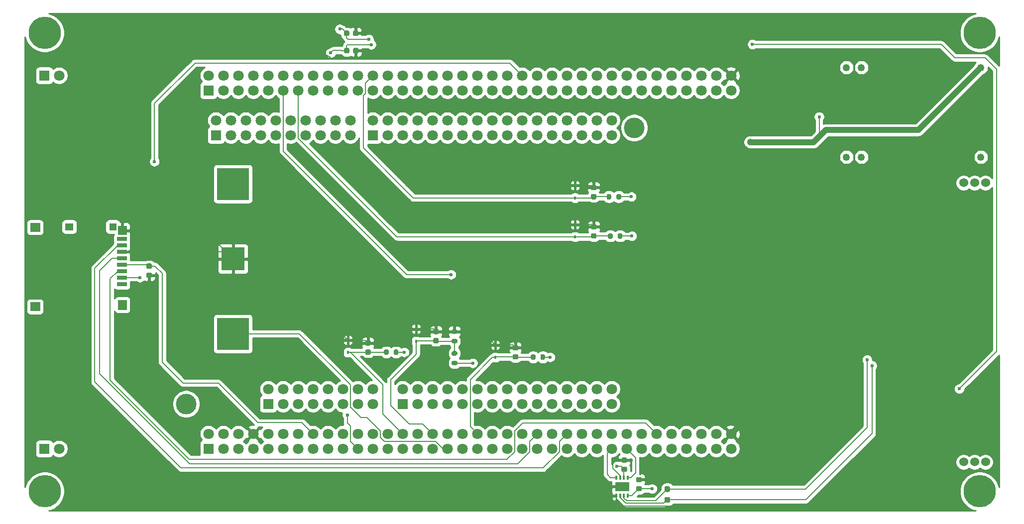
<source format=gbr>
%TF.GenerationSoftware,KiCad,Pcbnew,(5.1.8)-1*%
%TF.CreationDate,2021-01-17T18:30:32+01:00*%
%TF.ProjectId,teensy4_header_breakout,7465656e-7379-4345-9f68-65616465725f,rev?*%
%TF.SameCoordinates,Original*%
%TF.FileFunction,Copper,L2,Bot*%
%TF.FilePolarity,Positive*%
%FSLAX46Y46*%
G04 Gerber Fmt 4.6, Leading zero omitted, Abs format (unit mm)*
G04 Created by KiCad (PCBNEW (5.1.8)-1) date 2021-01-17 18:30:32*
%MOMM*%
%LPD*%
G01*
G04 APERTURE LIST*
%TA.AperFunction,SMDPad,CuDef*%
%ADD10R,0.450000X0.600000*%
%TD*%
%TA.AperFunction,ComponentPad*%
%ADD11R,1.800000X1.800000*%
%TD*%
%TA.AperFunction,ComponentPad*%
%ADD12C,1.800000*%
%TD*%
%TA.AperFunction,WasherPad*%
%ADD13C,3.500000*%
%TD*%
%TA.AperFunction,ComponentPad*%
%ADD14C,3.600000*%
%TD*%
%TA.AperFunction,ConnectorPad*%
%ADD15C,5.500000*%
%TD*%
%TA.AperFunction,SMDPad,CuDef*%
%ADD16R,4.000000X4.000000*%
%TD*%
%TA.AperFunction,SMDPad,CuDef*%
%ADD17R,5.500000X5.500000*%
%TD*%
%TA.AperFunction,SMDPad,CuDef*%
%ADD18R,0.350000X0.650000*%
%TD*%
%TA.AperFunction,SMDPad,CuDef*%
%ADD19R,2.400000X1.550000*%
%TD*%
%TA.AperFunction,SMDPad,CuDef*%
%ADD20R,1.680000X0.800000*%
%TD*%
%TA.AperFunction,SMDPad,CuDef*%
%ADD21R,1.500000X1.600000*%
%TD*%
%TA.AperFunction,SMDPad,CuDef*%
%ADD22R,1.300000X1.290000*%
%TD*%
%TA.AperFunction,SMDPad,CuDef*%
%ADD23R,1.400000X1.290000*%
%TD*%
%TA.AperFunction,SMDPad,CuDef*%
%ADD24R,1.700000X1.500000*%
%TD*%
%TA.AperFunction,SMDPad,CuDef*%
%ADD25R,1.500000X1.700000*%
%TD*%
%TA.AperFunction,ComponentPad*%
%ADD26C,1.250000*%
%TD*%
%TA.AperFunction,ComponentPad*%
%ADD27C,1.524000*%
%TD*%
%TA.AperFunction,ViaPad*%
%ADD28C,0.600000*%
%TD*%
%TA.AperFunction,ViaPad*%
%ADD29C,1.000000*%
%TD*%
%TA.AperFunction,Conductor*%
%ADD30C,0.200000*%
%TD*%
%TA.AperFunction,Conductor*%
%ADD31C,1.000000*%
%TD*%
%TA.AperFunction,Conductor*%
%ADD32C,0.254000*%
%TD*%
%TA.AperFunction,Conductor*%
%ADD33C,0.100000*%
%TD*%
G04 APERTURE END LIST*
%TO.P,C10,2*%
%TO.N,+3V3*%
%TA.AperFunction,SMDPad,CuDef*%
G36*
G01*
X109733200Y-33125600D02*
X109733200Y-33625600D01*
G75*
G02*
X109508200Y-33850600I-225000J0D01*
G01*
X109058200Y-33850600D01*
G75*
G02*
X108833200Y-33625600I0J225000D01*
G01*
X108833200Y-33125600D01*
G75*
G02*
X109058200Y-32900600I225000J0D01*
G01*
X109508200Y-32900600D01*
G75*
G02*
X109733200Y-33125600I0J-225000D01*
G01*
G37*
%TD.AperFunction*%
%TO.P,C10,1*%
%TO.N,GND*%
%TA.AperFunction,SMDPad,CuDef*%
G36*
G01*
X111283200Y-33125600D02*
X111283200Y-33625600D01*
G75*
G02*
X111058200Y-33850600I-225000J0D01*
G01*
X110608200Y-33850600D01*
G75*
G02*
X110383200Y-33625600I0J225000D01*
G01*
X110383200Y-33125600D01*
G75*
G02*
X110608200Y-32900600I225000J0D01*
G01*
X111058200Y-32900600D01*
G75*
G02*
X111283200Y-33125600I0J-225000D01*
G01*
G37*
%TD.AperFunction*%
%TD*%
D10*
%TO.P,D3,1*%
%TO.N,SusDipsFiltered-FR*%
X109524800Y-87689400D03*
%TO.P,D3,2*%
%TO.N,GND*%
X109524800Y-85589400D03*
%TD*%
%TO.P,R1,1*%
%TO.N,SusDipsFiltered-FR*%
%TA.AperFunction,SMDPad,CuDef*%
G36*
G01*
X115640400Y-87905000D02*
X115640400Y-87355000D01*
G75*
G02*
X115840400Y-87155000I200000J0D01*
G01*
X116240400Y-87155000D01*
G75*
G02*
X116440400Y-87355000I0J-200000D01*
G01*
X116440400Y-87905000D01*
G75*
G02*
X116240400Y-88105000I-200000J0D01*
G01*
X115840400Y-88105000D01*
G75*
G02*
X115640400Y-87905000I0J200000D01*
G01*
G37*
%TD.AperFunction*%
%TO.P,R1,2*%
%TO.N,SusDips-FR*%
%TA.AperFunction,SMDPad,CuDef*%
G36*
G01*
X117290400Y-87905000D02*
X117290400Y-87355000D01*
G75*
G02*
X117490400Y-87155000I200000J0D01*
G01*
X117890400Y-87155000D01*
G75*
G02*
X118090400Y-87355000I0J-200000D01*
G01*
X118090400Y-87905000D01*
G75*
G02*
X117890400Y-88105000I-200000J0D01*
G01*
X117490400Y-88105000D01*
G75*
G02*
X117290400Y-87905000I0J200000D01*
G01*
G37*
%TD.AperFunction*%
%TD*%
%TO.P,C1,2*%
%TO.N,GND*%
%TA.AperFunction,SMDPad,CuDef*%
G36*
G01*
X113178400Y-86517600D02*
X112678400Y-86517600D01*
G75*
G02*
X112453400Y-86292600I0J225000D01*
G01*
X112453400Y-85842600D01*
G75*
G02*
X112678400Y-85617600I225000J0D01*
G01*
X113178400Y-85617600D01*
G75*
G02*
X113403400Y-85842600I0J-225000D01*
G01*
X113403400Y-86292600D01*
G75*
G02*
X113178400Y-86517600I-225000J0D01*
G01*
G37*
%TD.AperFunction*%
%TO.P,C1,1*%
%TO.N,SusDipsFiltered-FR*%
%TA.AperFunction,SMDPad,CuDef*%
G36*
G01*
X113178400Y-88067600D02*
X112678400Y-88067600D01*
G75*
G02*
X112453400Y-87842600I0J225000D01*
G01*
X112453400Y-87392600D01*
G75*
G02*
X112678400Y-87167600I225000J0D01*
G01*
X113178400Y-87167600D01*
G75*
G02*
X113403400Y-87392600I0J-225000D01*
G01*
X113403400Y-87842600D01*
G75*
G02*
X113178400Y-88067600I-225000J0D01*
G01*
G37*
%TD.AperFunction*%
%TD*%
%TO.P,R4,1*%
%TO.N,SusDipsFiltered-RL*%
%TA.AperFunction,SMDPad,CuDef*%
G36*
G01*
X140608600Y-88743200D02*
X140608600Y-88193200D01*
G75*
G02*
X140808600Y-87993200I200000J0D01*
G01*
X141208600Y-87993200D01*
G75*
G02*
X141408600Y-88193200I0J-200000D01*
G01*
X141408600Y-88743200D01*
G75*
G02*
X141208600Y-88943200I-200000J0D01*
G01*
X140808600Y-88943200D01*
G75*
G02*
X140608600Y-88743200I0J200000D01*
G01*
G37*
%TD.AperFunction*%
%TO.P,R4,2*%
%TO.N,SusDips-RL*%
%TA.AperFunction,SMDPad,CuDef*%
G36*
G01*
X142258600Y-88743200D02*
X142258600Y-88193200D01*
G75*
G02*
X142458600Y-87993200I200000J0D01*
G01*
X142858600Y-87993200D01*
G75*
G02*
X143058600Y-88193200I0J-200000D01*
G01*
X143058600Y-88743200D01*
G75*
G02*
X142858600Y-88943200I-200000J0D01*
G01*
X142458600Y-88943200D01*
G75*
G02*
X142258600Y-88743200I0J200000D01*
G01*
G37*
%TD.AperFunction*%
%TD*%
D11*
%TO.P,U2,CN11_1*%
%TO.N,VN-TX*%
X85796200Y-104052800D03*
D12*
%TO.P,U2,CN11_2*%
%TO.N,VN-RX*%
X85796200Y-101512800D03*
%TO.P,U2,CN11_3*%
%TO.N,4G-TX*%
X88336200Y-104052800D03*
%TO.P,U2,CN11_4*%
%TO.N,4G-RX*%
X88336200Y-101512800D03*
%TO.P,U2,CN11_5*%
%TO.N,N/C*%
X90876200Y-104052800D03*
%TO.P,U2,CN11_6*%
%TO.N,+5V*%
X90876200Y-101512800D03*
%TO.P,U2,CN11_7*%
%TO.N,N/C*%
X93416200Y-104052800D03*
%TO.P,U2,CN11_8*%
%TO.N,GND*%
X93416200Y-101512800D03*
%TO.P,U2,CN11_9*%
%TO.N,Servo-RX*%
X95956200Y-104052800D03*
%TO.P,U2,CN11_10*%
%TO.N,N/C*%
X95956200Y-101512800D03*
%TO.P,U2,CN11_11*%
%TO.N,Servo-TX*%
X98496200Y-104052800D03*
%TO.P,U2,CN11_12*%
%TO.N,N/C*%
X98496200Y-101512800D03*
%TO.P,U2,CN11_13*%
X101036200Y-104052800D03*
%TO.P,U2,CN11_14*%
X101036200Y-101512800D03*
%TO.P,U2,CN11_15*%
X103576200Y-104052800D03*
%TO.P,U2,CN11_16*%
%TO.N,+3V3*%
X103576200Y-101512800D03*
%TO.P,U2,CN11_17*%
%TO.N,N/C*%
X106116200Y-104052800D03*
%TO.P,U2,CN11_18*%
X106116200Y-101512800D03*
%TO.P,U2,CN11_19*%
X108656200Y-104052800D03*
%TO.P,U2,CN11_20*%
X108656200Y-101512800D03*
%TO.P,U2,CN11_21*%
%TO.N,I2C1-SDA*%
X111196200Y-104052800D03*
%TO.P,U2,CN11_22*%
%TO.N,N/C*%
X111196200Y-101512800D03*
%TO.P,U2,CN11_23*%
X113736200Y-104052800D03*
%TO.P,U2,CN11_24*%
X113736200Y-101512800D03*
%TO.P,U2,CN11_25*%
X116276200Y-104052800D03*
%TO.P,U2,CN11_26*%
X116276200Y-101512800D03*
%TO.P,U2,CN11_27*%
X118816200Y-104052800D03*
%TO.P,U2,CN11_28*%
%TO.N,SusDipsFiltered-FR*%
X118816200Y-101512800D03*
%TO.P,U2,CN11_29*%
%TO.N,N/C*%
X121356200Y-104052800D03*
%TO.P,U2,CN11_30*%
%TO.N,WSHE-RL*%
X121356200Y-101512800D03*
%TO.P,U2,CN11_31*%
%TO.N,N/C*%
X123896200Y-104052800D03*
%TO.P,U2,CN11_32*%
%TO.N,ClutchPSFiltered*%
X123896200Y-101512800D03*
%TO.P,U2,CN11_33*%
%TO.N,Net-(U2-PadCN11_33)*%
X126436200Y-104052800D03*
%TO.P,U2,CN11_34*%
%TO.N,N/C*%
X126436200Y-101512800D03*
%TO.P,U2,CN11_35*%
X128976200Y-104052800D03*
%TO.P,U2,CN11_36*%
X128976200Y-101512800D03*
%TO.P,U2,CN11_37*%
X131516200Y-104052800D03*
%TO.P,U2,CN11_38*%
%TO.N,SusDipsFiltered-RL*%
X131516200Y-101512800D03*
%TO.P,U2,CN11_39*%
%TO.N,N/C*%
X134056200Y-104052800D03*
%TO.P,U2,CN11_40*%
X134056200Y-101512800D03*
%TO.P,U2,CN11_41*%
X136596200Y-104052800D03*
%TO.P,U2,CN11_42*%
X136596200Y-101512800D03*
%TO.P,U2,CN11_43*%
X139136200Y-104052800D03*
%TO.P,U2,CN11_44*%
X139136200Y-101512800D03*
%TO.P,U2,CN11_45*%
%TO.N,GearPS-MOSI*%
X141676200Y-104052800D03*
%TO.P,U2,CN11_46*%
%TO.N,SD-SCK*%
X141676200Y-101512800D03*
%TO.P,U2,CN11_47*%
%TO.N,N/C*%
X144216200Y-104052800D03*
%TO.P,U2,CN11_48*%
X144216200Y-101512800D03*
%TO.P,U2,CN11_49*%
X146756200Y-104052800D03*
%TO.P,U2,CN11_50*%
%TO.N,SD-MISO*%
X146756200Y-101512800D03*
%TO.P,U2,CN11_51*%
%TO.N,N/C*%
X149296200Y-104052800D03*
%TO.P,U2,CN11_52*%
X149296200Y-101512800D03*
%TO.P,U2,CN11_53*%
X151836200Y-104052800D03*
%TO.P,U2,CN11_54*%
X151836200Y-101512800D03*
%TO.P,U2,CN11_55*%
%TO.N,CANFD-TX*%
X154376200Y-104052800D03*
%TO.P,U2,CN11_56*%
%TO.N,Servo-IO*%
X154376200Y-101512800D03*
%TO.P,U2,CN11_57*%
%TO.N,CANFD-RX*%
X156916200Y-104052800D03*
%TO.P,U2,CN11_58*%
%TO.N,N/C*%
X156916200Y-101512800D03*
%TO.P,U2,CN11_59*%
X159456200Y-104052800D03*
%TO.P,U2,CN11_60*%
X159456200Y-101512800D03*
%TO.P,U2,CN11_61*%
X161996200Y-104052800D03*
%TO.P,U2,CN11_62*%
%TO.N,SD-MOSI*%
X161996200Y-101512800D03*
%TO.P,U2,CN11_63*%
%TO.N,GearPS-MISO*%
X164536200Y-104052800D03*
%TO.P,U2,CN11_64*%
%TO.N,N/C*%
X164536200Y-101512800D03*
%TO.P,U2,CN11_65*%
X167076200Y-104052800D03*
%TO.P,U2,CN11_66*%
X167076200Y-101512800D03*
%TO.P,U2,CN11_67*%
X169616200Y-104052800D03*
%TO.P,U2,CN11_68*%
X169616200Y-101512800D03*
%TO.P,U2,CN11_69*%
X172156200Y-104052800D03*
%TO.P,U2,CN11_70*%
X172156200Y-101512800D03*
%TO.P,U2,CN11_71*%
X174696200Y-104052800D03*
%TO.P,U2,CN11_72*%
%TO.N,GND*%
X174696200Y-101512800D03*
D11*
%TO.P,U2,CN8_1*%
%TO.N,N/C*%
X95956200Y-96432800D03*
D12*
%TO.P,U2,CN8_2*%
X95956200Y-93892800D03*
%TO.P,U2,CN8_3*%
X98496200Y-96432800D03*
%TO.P,U2,CN8_4*%
X98496200Y-93892800D03*
%TO.P,U2,CN8_5*%
X101036200Y-96432800D03*
%TO.P,U2,CN8_6*%
X101036200Y-93892800D03*
%TO.P,U2,CN8_7*%
X103576200Y-96432800D03*
%TO.P,U2,CN8_8*%
X103576200Y-93892800D03*
%TO.P,U2,CN8_9*%
X106116200Y-96432800D03*
%TO.P,U2,CN8_10*%
X106116200Y-93892800D03*
%TO.P,U2,CN8_11*%
X108656200Y-96432800D03*
%TO.P,U2,CN8_12*%
X108656200Y-93892800D03*
%TO.P,U2,CN8_13*%
X111196200Y-96432800D03*
%TO.P,U2,CN8_14*%
X111196200Y-93892800D03*
%TO.P,U2,CN8_15*%
X113736200Y-96432800D03*
%TO.P,U2,CN8_16*%
X113736200Y-93892800D03*
D11*
%TO.P,U2,CN9_1*%
X118816200Y-96432800D03*
D12*
%TO.P,U2,CN9_2*%
X118816200Y-93892800D03*
%TO.P,U2,CN9_3*%
X121356200Y-96432800D03*
%TO.P,U2,CN9_4*%
X121356200Y-93892800D03*
%TO.P,U2,CN9_5*%
X123896200Y-96432800D03*
%TO.P,U2,CN9_6*%
X123896200Y-93892800D03*
%TO.P,U2,CN9_7*%
X126436200Y-96432800D03*
%TO.P,U2,CN9_8*%
X126436200Y-93892800D03*
%TO.P,U2,CN9_9*%
X128976200Y-96432800D03*
%TO.P,U2,CN9_10*%
X128976200Y-93892800D03*
%TO.P,U2,CN9_11*%
X131516200Y-96432800D03*
%TO.P,U2,CN9_12*%
X131516200Y-93892800D03*
%TO.P,U2,CN9_13*%
X134056200Y-96432800D03*
%TO.P,U2,CN9_14*%
X134056200Y-93892800D03*
%TO.P,U2,CN9_15*%
X136596200Y-96432800D03*
%TO.P,U2,CN9_16*%
X136596200Y-93892800D03*
%TO.P,U2,CN9_17*%
X139136200Y-96432800D03*
%TO.P,U2,CN9_18*%
X139136200Y-93892800D03*
%TO.P,U2,CN9_19*%
X141676200Y-96432800D03*
%TO.P,U2,CN9_20*%
X141676200Y-93892800D03*
%TO.P,U2,CN9_21*%
X144216200Y-96432800D03*
%TO.P,U2,CN9_22*%
X144216200Y-93892800D03*
%TO.P,U2,CN9_23*%
X146756200Y-96432800D03*
%TO.P,U2,CN9_24*%
X146756200Y-93892800D03*
%TO.P,U2,CN9_25*%
X149296200Y-96432800D03*
%TO.P,U2,CN9_26*%
X149296200Y-93892800D03*
%TO.P,U2,CN9_27*%
X151836200Y-96432800D03*
%TO.P,U2,CN9_28*%
X151836200Y-93892800D03*
%TO.P,U2,CN9_29*%
X154376200Y-96432800D03*
%TO.P,U2,CN9_30*%
X154376200Y-93892800D03*
D11*
%TO.P,U2,CN7_1*%
X87066200Y-50712800D03*
D12*
%TO.P,U2,CN7_2*%
X87066200Y-48172800D03*
%TO.P,U2,CN7_3*%
X89606200Y-50712800D03*
%TO.P,U2,CN7_4*%
X89606200Y-48172800D03*
%TO.P,U2,CN7_5*%
X92146200Y-50712800D03*
%TO.P,U2,CN7_6*%
X92146200Y-48172800D03*
%TO.P,U2,CN7_7*%
X94686200Y-50712800D03*
%TO.P,U2,CN7_8*%
X94686200Y-48172800D03*
%TO.P,U2,CN7_9*%
X97226200Y-50712800D03*
%TO.P,U2,CN7_10*%
X97226200Y-48172800D03*
%TO.P,U2,CN7_11*%
X99766200Y-50712800D03*
%TO.P,U2,CN7_12*%
X99766200Y-48172800D03*
%TO.P,U2,CN7_13*%
X102306200Y-50712800D03*
%TO.P,U2,CN7_14*%
X102306200Y-48172800D03*
%TO.P,U2,CN7_15*%
X104846200Y-50712800D03*
%TO.P,U2,CN7_16*%
X104846200Y-48172800D03*
%TO.P,U2,CN7_17*%
X107386200Y-50712800D03*
%TO.P,U2,CN7_18*%
X107386200Y-48172800D03*
%TO.P,U2,CN7_19*%
X109926200Y-50712800D03*
%TO.P,U2,CN7_20*%
X109926200Y-48172800D03*
D11*
%TO.P,U2,CN10_1*%
X113736200Y-50712800D03*
D12*
%TO.P,U2,CN10_2*%
X113736200Y-48172800D03*
%TO.P,U2,CN10_3*%
X116276200Y-50712800D03*
%TO.P,U2,CN10_4*%
X116276200Y-48172800D03*
%TO.P,U2,CN10_5*%
X118816200Y-50712800D03*
%TO.P,U2,CN10_6*%
X118816200Y-48172800D03*
%TO.P,U2,CN10_7*%
X121356200Y-50712800D03*
%TO.P,U2,CN10_8*%
X121356200Y-48172800D03*
%TO.P,U2,CN10_9*%
X123896200Y-50712800D03*
%TO.P,U2,CN10_10*%
X123896200Y-48172800D03*
%TO.P,U2,CN10_11*%
X126436200Y-50712800D03*
%TO.P,U2,CN10_12*%
X126436200Y-48172800D03*
%TO.P,U2,CN10_13*%
X128976200Y-50712800D03*
%TO.P,U2,CN10_14*%
X128976200Y-48172800D03*
%TO.P,U2,CN10_15*%
X131516200Y-50712800D03*
%TO.P,U2,CN10_16*%
X131516200Y-48172800D03*
%TO.P,U2,CN10_17*%
X134056200Y-50712800D03*
%TO.P,U2,CN10_18*%
X134056200Y-48172800D03*
%TO.P,U2,CN10_19*%
X136596200Y-50712800D03*
%TO.P,U2,CN10_20*%
X136596200Y-48172800D03*
%TO.P,U2,CN10_21*%
X139136200Y-50712800D03*
%TO.P,U2,CN10_22*%
X139136200Y-48172800D03*
%TO.P,U2,CN10_23*%
X141676200Y-50712800D03*
%TO.P,U2,CN10_24*%
X141676200Y-48172800D03*
%TO.P,U2,CN10_25*%
X144216200Y-50712800D03*
%TO.P,U2,CN10_26*%
X144216200Y-48172800D03*
%TO.P,U2,CN10_27*%
X146756200Y-50712800D03*
%TO.P,U2,CN10_28*%
X146756200Y-48172800D03*
%TO.P,U2,CN10_29*%
X149296200Y-50712800D03*
%TO.P,U2,CN10_30*%
X149296200Y-48172800D03*
%TO.P,U2,CN10_31*%
X151836200Y-50712800D03*
%TO.P,U2,CN10_32*%
X151836200Y-48172800D03*
%TO.P,U2,CN10_33*%
X154376200Y-50712800D03*
%TO.P,U2,CN10_34*%
X154376200Y-48172800D03*
D11*
%TO.P,U2,CN12_1*%
X85796200Y-43092800D03*
D12*
%TO.P,U2,CN12_2*%
X85796200Y-40552800D03*
%TO.P,U2,CN12_3*%
%TO.N,I2C1-SCL*%
X88336200Y-43092800D03*
%TO.P,U2,CN12_4*%
%TO.N,N/C*%
X88336200Y-40552800D03*
%TO.P,U2,CN12_5*%
X90876200Y-43092800D03*
%TO.P,U2,CN12_6*%
X90876200Y-40552800D03*
%TO.P,U2,CN12_7*%
X93416200Y-43092800D03*
%TO.P,U2,CN12_8*%
X93416200Y-40552800D03*
%TO.P,U2,CN12_9*%
X95956200Y-43092800D03*
%TO.P,U2,CN12_10*%
X95956200Y-40552800D03*
%TO.P,U2,CN12_11*%
%TO.N,GearPS-SCK*%
X98496200Y-43092800D03*
%TO.P,U2,CN12_12*%
%TO.N,N/C*%
X98496200Y-40552800D03*
%TO.P,U2,CN12_13*%
%TO.N,SusDipsFiltered-FL*%
X101036200Y-43092800D03*
%TO.P,U2,CN12_14*%
%TO.N,N/C*%
X101036200Y-40552800D03*
%TO.P,U2,CN12_15*%
X103576200Y-43092800D03*
%TO.P,U2,CN12_16*%
%TO.N,CAN2.0-RX*%
X103576200Y-40552800D03*
%TO.P,U2,CN12_17*%
%TO.N,CAN2.0-TX*%
X106116200Y-43092800D03*
%TO.P,U2,CN12_18*%
%TO.N,N/C*%
X106116200Y-40552800D03*
%TO.P,U2,CN12_19*%
%TO.N,WSHE-FL*%
X108656200Y-43092800D03*
%TO.P,U2,CN12_20*%
%TO.N,N/C*%
X108656200Y-40552800D03*
%TO.P,U2,CN12_21*%
X111196200Y-43092800D03*
%TO.P,U2,CN12_22*%
%TO.N,GPIO-digital1*%
X111196200Y-40552800D03*
%TO.P,U2,CN12_23*%
%TO.N,N/C*%
X113736200Y-43092800D03*
%TO.P,U2,CN12_24*%
%TO.N,SusDipsFiltered-RR*%
X113736200Y-40552800D03*
%TO.P,U2,CN12_25*%
%TO.N,WSHE-FR*%
X116276200Y-43092800D03*
%TO.P,U2,CN12_26*%
%TO.N,N/C*%
X116276200Y-40552800D03*
%TO.P,U2,CN12_27*%
X118816200Y-43092800D03*
%TO.P,U2,CN12_28*%
X118816200Y-40552800D03*
%TO.P,U2,CN12_29*%
X121356200Y-43092800D03*
%TO.P,U2,CN12_30*%
X121356200Y-40552800D03*
%TO.P,U2,CN12_31*%
X123896200Y-43092800D03*
%TO.P,U2,CN12_32*%
X123896200Y-40552800D03*
%TO.P,U2,CN12_33*%
X126436200Y-43092800D03*
%TO.P,U2,CN12_34*%
%TO.N,StearingAS*%
X126436200Y-40552800D03*
%TO.P,U2,CN12_35*%
%TO.N,N/C*%
X128976200Y-43092800D03*
%TO.P,U2,CN12_36*%
X128976200Y-40552800D03*
%TO.P,U2,CN12_37*%
X131516200Y-43092800D03*
%TO.P,U2,CN12_38*%
X131516200Y-40552800D03*
%TO.P,U2,CN12_39*%
X134056200Y-43092800D03*
%TO.P,U2,CN12_40*%
%TO.N,GearPS-CS*%
X134056200Y-40552800D03*
%TO.P,U2,CN12_41*%
%TO.N,WSHE-RR*%
X136596200Y-43092800D03*
%TO.P,U2,CN12_42*%
%TO.N,N/C*%
X136596200Y-40552800D03*
%TO.P,U2,CN12_43*%
X139136200Y-43092800D03*
%TO.P,U2,CN12_44*%
%TO.N,SD-CS*%
X139136200Y-40552800D03*
%TO.P,U2,CN12_45*%
%TO.N,N/C*%
X141676200Y-43092800D03*
%TO.P,U2,CN12_46*%
X141676200Y-40552800D03*
%TO.P,U2,CN12_47*%
X144216200Y-43092800D03*
%TO.P,U2,CN12_48*%
X144216200Y-40552800D03*
%TO.P,U2,CN12_49*%
X146756200Y-43092800D03*
%TO.P,U2,CN12_50*%
%TO.N,GPIO-analog-ut1*%
X146756200Y-40552800D03*
%TO.P,U2,CN12_51*%
%TO.N,N/C*%
X149296200Y-43092800D03*
%TO.P,U2,CN12_52*%
X149296200Y-40552800D03*
%TO.P,U2,CN12_53*%
X151836200Y-43092800D03*
%TO.P,U2,CN12_54*%
X151836200Y-40552800D03*
%TO.P,U2,CN12_55*%
X154376200Y-43092800D03*
%TO.P,U2,CN12_56*%
X154376200Y-40552800D03*
%TO.P,U2,CN12_57*%
X156916200Y-43092800D03*
%TO.P,U2,CN12_58*%
X156916200Y-40552800D03*
%TO.P,U2,CN12_59*%
X159456200Y-43092800D03*
%TO.P,U2,CN12_60*%
%TO.N,GPIO-analog-ut2*%
X159456200Y-40552800D03*
%TO.P,U2,CN12_61*%
%TO.N,N/C*%
X161996200Y-43092800D03*
%TO.P,U2,CN12_62*%
%TO.N,GPIO-digital2*%
X161996200Y-40552800D03*
%TO.P,U2,CN12_63*%
%TO.N,N/C*%
X164536200Y-43092800D03*
%TO.P,U2,CN12_64*%
X164536200Y-40552800D03*
%TO.P,U2,CN12_65*%
X167076200Y-43092800D03*
%TO.P,U2,CN12_66*%
X167076200Y-40552800D03*
%TO.P,U2,CN12_67*%
X169616200Y-43092800D03*
%TO.P,U2,CN12_68*%
X169616200Y-40552800D03*
%TO.P,U2,CN12_69*%
X172156200Y-43092800D03*
%TO.P,U2,CN12_70*%
X172156200Y-40552800D03*
%TO.P,U2,CN12_71*%
X174696200Y-43092800D03*
%TO.P,U2,CN12_72*%
%TO.N,GND*%
X174696200Y-40552800D03*
%TO.P,U2,GND*%
%TO.N,N/C*%
X60396200Y-104052800D03*
D11*
X57856200Y-104052800D03*
X57856200Y-40552800D03*
D12*
X60396200Y-40552800D03*
D13*
%TO.P,U2,*%
%TO.N,*%
X81986200Y-96432800D03*
X158186200Y-49442800D03*
%TD*%
%TO.P,C6,2*%
%TO.N,+3V3*%
%TA.AperFunction,SMDPad,CuDef*%
G36*
G01*
X75942000Y-73436600D02*
X75442000Y-73436600D01*
G75*
G02*
X75217000Y-73211600I0J225000D01*
G01*
X75217000Y-72761600D01*
G75*
G02*
X75442000Y-72536600I225000J0D01*
G01*
X75942000Y-72536600D01*
G75*
G02*
X76167000Y-72761600I0J-225000D01*
G01*
X76167000Y-73211600D01*
G75*
G02*
X75942000Y-73436600I-225000J0D01*
G01*
G37*
%TD.AperFunction*%
%TO.P,C6,1*%
%TO.N,GND*%
%TA.AperFunction,SMDPad,CuDef*%
G36*
G01*
X75942000Y-74986600D02*
X75442000Y-74986600D01*
G75*
G02*
X75217000Y-74761600I0J225000D01*
G01*
X75217000Y-74311600D01*
G75*
G02*
X75442000Y-74086600I225000J0D01*
G01*
X75942000Y-74086600D01*
G75*
G02*
X76167000Y-74311600I0J-225000D01*
G01*
X76167000Y-74761600D01*
G75*
G02*
X75942000Y-74986600I-225000J0D01*
G01*
G37*
%TD.AperFunction*%
%TD*%
D10*
%TO.P,D6,1*%
%TO.N,SusDipsFiltered-RL*%
X134569200Y-88527600D03*
%TO.P,D6,2*%
%TO.N,GND*%
X134569200Y-86427600D03*
%TD*%
%TO.P,D5,1*%
%TO.N,SusDipsFiltered-FL*%
X148158200Y-68004400D03*
%TO.P,D5,2*%
%TO.N,GND*%
X148158200Y-65904400D03*
%TD*%
%TO.P,D4,1*%
%TO.N,SusDipsFiltered-RR*%
X148158200Y-61375000D03*
%TO.P,D4,2*%
%TO.N,GND*%
X148158200Y-59275000D03*
%TD*%
%TO.P,D2,1*%
%TO.N,ClutchPSFiltered*%
X121107200Y-85793000D03*
%TO.P,D2,2*%
%TO.N,GND*%
X121107200Y-83693000D03*
%TD*%
D14*
%TO.P,H4,1*%
%TO.N,N/C*%
X57929200Y-33302800D03*
D15*
X57929200Y-33302800D03*
%TD*%
D14*
%TO.P,H3,1*%
%TO.N,N/C*%
X216929200Y-33302800D03*
D15*
X216929200Y-33302800D03*
%TD*%
D14*
%TO.P,H2,1*%
%TO.N,N/C*%
X57929200Y-111302800D03*
D15*
X57929200Y-111302800D03*
%TD*%
D14*
%TO.P,H1,1*%
%TO.N,N/C*%
X216929200Y-111302800D03*
D15*
X216929200Y-111302800D03*
%TD*%
D16*
%TO.P,U4,3*%
%TO.N,GND*%
X89966800Y-71755000D03*
D17*
%TO.P,U4,2*%
%TO.N,N/C*%
X89966800Y-59005000D03*
%TO.P,U4,1*%
%TO.N,Net-(U2-PadCN11_33)*%
X89966800Y-84505000D03*
%TD*%
D18*
%TO.P,U3,1*%
%TO.N,CANFD-TX*%
X155158800Y-108965400D03*
%TO.P,U3,2*%
%TO.N,GND*%
X155808800Y-108965400D03*
%TO.P,U3,3*%
%TO.N,+5V*%
X156458800Y-108965400D03*
%TO.P,U3,4*%
%TO.N,CANFD-RX*%
X157108800Y-108965400D03*
%TO.P,U3,5*%
%TO.N,+3V3*%
X157108800Y-112065400D03*
%TO.P,U3,6*%
%TO.N,CANFD-CANL*%
X156458800Y-112065400D03*
%TO.P,U3,7*%
%TO.N,CANFD-CANH*%
X155808800Y-112065400D03*
%TO.P,U3,8*%
%TO.N,GND*%
X155158800Y-112065400D03*
D19*
%TO.P,U3,9*%
X156133800Y-110515400D03*
%TD*%
D20*
%TO.P,SDcard1,1*%
%TO.N,N/C*%
X71077200Y-76039400D03*
%TO.P,SDcard1,2*%
%TO.N,SD-CS*%
X71077200Y-74939400D03*
%TO.P,SDcard1,3*%
%TO.N,SD-MOSI*%
X71077200Y-73839400D03*
%TO.P,SDcard1,4*%
%TO.N,+3V3*%
X71077200Y-72739400D03*
%TO.P,SDcard1,5*%
%TO.N,SD-SCK*%
X71077200Y-71639400D03*
%TO.P,SDcard1,6*%
%TO.N,GND*%
X71077200Y-70539400D03*
%TO.P,SDcard1,7*%
%TO.N,SD-MISO*%
X71077200Y-69439400D03*
%TO.P,SDcard1,8*%
%TO.N,N/C*%
X71077200Y-68339400D03*
D21*
%TO.P,SDcard1,9*%
%TO.N,GND*%
X71167200Y-66939400D03*
D22*
%TO.P,SDcard1,10*%
%TO.N,N/C*%
X69517200Y-66284400D03*
D23*
%TO.P,SDcard1,11*%
X62117200Y-66284400D03*
D24*
%TO.P,SDcard1,12*%
X56317200Y-66389400D03*
%TO.P,SDcard1,13*%
X56317200Y-79889400D03*
D25*
%TO.P,SDcard1,14*%
X71167200Y-79589400D03*
%TD*%
%TO.P,R8,2*%
%TO.N,CANFD-CANL*%
%TA.AperFunction,SMDPad,CuDef*%
G36*
G01*
X164067500Y-111409300D02*
X163592500Y-111409300D01*
G75*
G02*
X163355000Y-111171800I0J237500D01*
G01*
X163355000Y-110671800D01*
G75*
G02*
X163592500Y-110434300I237500J0D01*
G01*
X164067500Y-110434300D01*
G75*
G02*
X164305000Y-110671800I0J-237500D01*
G01*
X164305000Y-111171800D01*
G75*
G02*
X164067500Y-111409300I-237500J0D01*
G01*
G37*
%TD.AperFunction*%
%TO.P,R8,1*%
%TO.N,CANFD-CANH*%
%TA.AperFunction,SMDPad,CuDef*%
G36*
G01*
X164067500Y-113234300D02*
X163592500Y-113234300D01*
G75*
G02*
X163355000Y-112996800I0J237500D01*
G01*
X163355000Y-112496800D01*
G75*
G02*
X163592500Y-112259300I237500J0D01*
G01*
X164067500Y-112259300D01*
G75*
G02*
X164305000Y-112496800I0J-237500D01*
G01*
X164305000Y-112996800D01*
G75*
G02*
X164067500Y-113234300I-237500J0D01*
G01*
G37*
%TD.AperFunction*%
%TD*%
%TO.P,R6,2*%
%TO.N,GND*%
%TA.AperFunction,SMDPad,CuDef*%
G36*
G01*
X127910000Y-84524800D02*
X127360000Y-84524800D01*
G75*
G02*
X127160000Y-84324800I0J200000D01*
G01*
X127160000Y-83924800D01*
G75*
G02*
X127360000Y-83724800I200000J0D01*
G01*
X127910000Y-83724800D01*
G75*
G02*
X128110000Y-83924800I0J-200000D01*
G01*
X128110000Y-84324800D01*
G75*
G02*
X127910000Y-84524800I-200000J0D01*
G01*
G37*
%TD.AperFunction*%
%TO.P,R6,1*%
%TO.N,ClutchPSFiltered*%
%TA.AperFunction,SMDPad,CuDef*%
G36*
G01*
X127910000Y-86174800D02*
X127360000Y-86174800D01*
G75*
G02*
X127160000Y-85974800I0J200000D01*
G01*
X127160000Y-85574800D01*
G75*
G02*
X127360000Y-85374800I200000J0D01*
G01*
X127910000Y-85374800D01*
G75*
G02*
X128110000Y-85574800I0J-200000D01*
G01*
X128110000Y-85974800D01*
G75*
G02*
X127910000Y-86174800I-200000J0D01*
G01*
G37*
%TD.AperFunction*%
%TD*%
%TO.P,R5,1*%
%TO.N,ClutchPS*%
%TA.AperFunction,SMDPad,CuDef*%
G36*
G01*
X127910000Y-89883200D02*
X127360000Y-89883200D01*
G75*
G02*
X127160000Y-89683200I0J200000D01*
G01*
X127160000Y-89283200D01*
G75*
G02*
X127360000Y-89083200I200000J0D01*
G01*
X127910000Y-89083200D01*
G75*
G02*
X128110000Y-89283200I0J-200000D01*
G01*
X128110000Y-89683200D01*
G75*
G02*
X127910000Y-89883200I-200000J0D01*
G01*
G37*
%TD.AperFunction*%
%TO.P,R5,2*%
%TO.N,ClutchPSFiltered*%
%TA.AperFunction,SMDPad,CuDef*%
G36*
G01*
X127910000Y-88233200D02*
X127360000Y-88233200D01*
G75*
G02*
X127160000Y-88033200I0J200000D01*
G01*
X127160000Y-87633200D01*
G75*
G02*
X127360000Y-87433200I200000J0D01*
G01*
X127910000Y-87433200D01*
G75*
G02*
X128110000Y-87633200I0J-200000D01*
G01*
X128110000Y-88033200D01*
G75*
G02*
X127910000Y-88233200I-200000J0D01*
G01*
G37*
%TD.AperFunction*%
%TD*%
%TO.P,R3,2*%
%TO.N,SusDips-RR*%
%TA.AperFunction,SMDPad,CuDef*%
G36*
G01*
X155161800Y-61463600D02*
X155161800Y-60913600D01*
G75*
G02*
X155361800Y-60713600I200000J0D01*
G01*
X155761800Y-60713600D01*
G75*
G02*
X155961800Y-60913600I0J-200000D01*
G01*
X155961800Y-61463600D01*
G75*
G02*
X155761800Y-61663600I-200000J0D01*
G01*
X155361800Y-61663600D01*
G75*
G02*
X155161800Y-61463600I0J200000D01*
G01*
G37*
%TD.AperFunction*%
%TO.P,R3,1*%
%TO.N,SusDipsFiltered-RR*%
%TA.AperFunction,SMDPad,CuDef*%
G36*
G01*
X153511800Y-61463600D02*
X153511800Y-60913600D01*
G75*
G02*
X153711800Y-60713600I200000J0D01*
G01*
X154111800Y-60713600D01*
G75*
G02*
X154311800Y-60913600I0J-200000D01*
G01*
X154311800Y-61463600D01*
G75*
G02*
X154111800Y-61663600I-200000J0D01*
G01*
X153711800Y-61663600D01*
G75*
G02*
X153511800Y-61463600I0J200000D01*
G01*
G37*
%TD.AperFunction*%
%TD*%
%TO.P,R2,1*%
%TO.N,SusDipsFiltered-FL*%
%TA.AperFunction,SMDPad,CuDef*%
G36*
G01*
X153740400Y-68143800D02*
X153740400Y-67593800D01*
G75*
G02*
X153940400Y-67393800I200000J0D01*
G01*
X154340400Y-67393800D01*
G75*
G02*
X154540400Y-67593800I0J-200000D01*
G01*
X154540400Y-68143800D01*
G75*
G02*
X154340400Y-68343800I-200000J0D01*
G01*
X153940400Y-68343800D01*
G75*
G02*
X153740400Y-68143800I0J200000D01*
G01*
G37*
%TD.AperFunction*%
%TO.P,R2,2*%
%TO.N,SusDips-FL*%
%TA.AperFunction,SMDPad,CuDef*%
G36*
G01*
X155390400Y-68143800D02*
X155390400Y-67593800D01*
G75*
G02*
X155590400Y-67393800I200000J0D01*
G01*
X155990400Y-67393800D01*
G75*
G02*
X156190400Y-67593800I0J-200000D01*
G01*
X156190400Y-68143800D01*
G75*
G02*
X155990400Y-68343800I-200000J0D01*
G01*
X155590400Y-68343800D01*
G75*
G02*
X155390400Y-68143800I0J200000D01*
G01*
G37*
%TD.AperFunction*%
%TD*%
D26*
%TO.P,PS1,2*%
%TO.N,12V_GND*%
X194310000Y-54432200D03*
%TO.P,PS1,3*%
X196850000Y-54432200D03*
%TO.P,PS1,11*%
%TO.N,N/C*%
X217170000Y-54432200D03*
%TO.P,PS1,14*%
%TO.N,+5V*%
X217170000Y-39192200D03*
%TO.P,PS1,16*%
%TO.N,GND*%
X212090000Y-39192200D03*
%TO.P,PS1,22*%
%TO.N,12V_safe*%
X196850000Y-39192200D03*
%TO.P,PS1,23*%
X194310000Y-39192200D03*
%TD*%
D27*
%TO.P,MX1,60*%
%TO.N,N/C*%
X214241180Y-106325400D03*
%TO.P,MX1,90*%
X214241180Y-58825400D03*
%TO.P,MX1,70*%
X216091180Y-106325400D03*
%TO.P,MX1,100*%
X216091180Y-58825400D03*
%TO.P,MX1,80*%
X217941180Y-106325400D03*
%TO.P,MX1,110*%
X217941180Y-58825400D03*
%TD*%
%TO.P,C11,2*%
%TO.N,GND*%
%TA.AperFunction,SMDPad,CuDef*%
G36*
G01*
X110408600Y-36572000D02*
X110408600Y-36072000D01*
G75*
G02*
X110633600Y-35847000I225000J0D01*
G01*
X111083600Y-35847000D01*
G75*
G02*
X111308600Y-36072000I0J-225000D01*
G01*
X111308600Y-36572000D01*
G75*
G02*
X111083600Y-36797000I-225000J0D01*
G01*
X110633600Y-36797000D01*
G75*
G02*
X110408600Y-36572000I0J225000D01*
G01*
G37*
%TD.AperFunction*%
%TO.P,C11,1*%
%TO.N,+5V*%
%TA.AperFunction,SMDPad,CuDef*%
G36*
G01*
X108858600Y-36572000D02*
X108858600Y-36072000D01*
G75*
G02*
X109083600Y-35847000I225000J0D01*
G01*
X109533600Y-35847000D01*
G75*
G02*
X109758600Y-36072000I0J-225000D01*
G01*
X109758600Y-36572000D01*
G75*
G02*
X109533600Y-36797000I-225000J0D01*
G01*
X109083600Y-36797000D01*
G75*
G02*
X108858600Y-36572000I0J225000D01*
G01*
G37*
%TD.AperFunction*%
%TD*%
%TO.P,C9,2*%
%TO.N,GND*%
%TA.AperFunction,SMDPad,CuDef*%
G36*
G01*
X156764800Y-106456600D02*
X156264800Y-106456600D01*
G75*
G02*
X156039800Y-106231600I0J225000D01*
G01*
X156039800Y-105781600D01*
G75*
G02*
X156264800Y-105556600I225000J0D01*
G01*
X156764800Y-105556600D01*
G75*
G02*
X156989800Y-105781600I0J-225000D01*
G01*
X156989800Y-106231600D01*
G75*
G02*
X156764800Y-106456600I-225000J0D01*
G01*
G37*
%TD.AperFunction*%
%TO.P,C9,1*%
%TO.N,+5V*%
%TA.AperFunction,SMDPad,CuDef*%
G36*
G01*
X156764800Y-108006600D02*
X156264800Y-108006600D01*
G75*
G02*
X156039800Y-107781600I0J225000D01*
G01*
X156039800Y-107331600D01*
G75*
G02*
X156264800Y-107106600I225000J0D01*
G01*
X156764800Y-107106600D01*
G75*
G02*
X156989800Y-107331600I0J-225000D01*
G01*
X156989800Y-107781600D01*
G75*
G02*
X156764800Y-108006600I-225000J0D01*
G01*
G37*
%TD.AperFunction*%
%TD*%
%TO.P,C8,2*%
%TO.N,+3V3*%
%TA.AperFunction,SMDPad,CuDef*%
G36*
G01*
X158754000Y-110421000D02*
X159254000Y-110421000D01*
G75*
G02*
X159479000Y-110646000I0J-225000D01*
G01*
X159479000Y-111096000D01*
G75*
G02*
X159254000Y-111321000I-225000J0D01*
G01*
X158754000Y-111321000D01*
G75*
G02*
X158529000Y-111096000I0J225000D01*
G01*
X158529000Y-110646000D01*
G75*
G02*
X158754000Y-110421000I225000J0D01*
G01*
G37*
%TD.AperFunction*%
%TO.P,C8,1*%
%TO.N,GND*%
%TA.AperFunction,SMDPad,CuDef*%
G36*
G01*
X158754000Y-108871000D02*
X159254000Y-108871000D01*
G75*
G02*
X159479000Y-109096000I0J-225000D01*
G01*
X159479000Y-109546000D01*
G75*
G02*
X159254000Y-109771000I-225000J0D01*
G01*
X158754000Y-109771000D01*
G75*
G02*
X158529000Y-109546000I0J225000D01*
G01*
X158529000Y-109096000D01*
G75*
G02*
X158754000Y-108871000I225000J0D01*
G01*
G37*
%TD.AperFunction*%
%TD*%
%TO.P,C5,2*%
%TO.N,GND*%
%TA.AperFunction,SMDPad,CuDef*%
G36*
G01*
X124735400Y-84574800D02*
X124235400Y-84574800D01*
G75*
G02*
X124010400Y-84349800I0J225000D01*
G01*
X124010400Y-83899800D01*
G75*
G02*
X124235400Y-83674800I225000J0D01*
G01*
X124735400Y-83674800D01*
G75*
G02*
X124960400Y-83899800I0J-225000D01*
G01*
X124960400Y-84349800D01*
G75*
G02*
X124735400Y-84574800I-225000J0D01*
G01*
G37*
%TD.AperFunction*%
%TO.P,C5,1*%
%TO.N,ClutchPSFiltered*%
%TA.AperFunction,SMDPad,CuDef*%
G36*
G01*
X124735400Y-86124800D02*
X124235400Y-86124800D01*
G75*
G02*
X124010400Y-85899800I0J225000D01*
G01*
X124010400Y-85449800D01*
G75*
G02*
X124235400Y-85224800I225000J0D01*
G01*
X124735400Y-85224800D01*
G75*
G02*
X124960400Y-85449800I0J-225000D01*
G01*
X124960400Y-85899800D01*
G75*
G02*
X124735400Y-86124800I-225000J0D01*
G01*
G37*
%TD.AperFunction*%
%TD*%
%TO.P,C4,2*%
%TO.N,GND*%
%TA.AperFunction,SMDPad,CuDef*%
G36*
G01*
X138248200Y-87330400D02*
X137748200Y-87330400D01*
G75*
G02*
X137523200Y-87105400I0J225000D01*
G01*
X137523200Y-86655400D01*
G75*
G02*
X137748200Y-86430400I225000J0D01*
G01*
X138248200Y-86430400D01*
G75*
G02*
X138473200Y-86655400I0J-225000D01*
G01*
X138473200Y-87105400D01*
G75*
G02*
X138248200Y-87330400I-225000J0D01*
G01*
G37*
%TD.AperFunction*%
%TO.P,C4,1*%
%TO.N,SusDipsFiltered-RL*%
%TA.AperFunction,SMDPad,CuDef*%
G36*
G01*
X138248200Y-88880400D02*
X137748200Y-88880400D01*
G75*
G02*
X137523200Y-88655400I0J225000D01*
G01*
X137523200Y-88205400D01*
G75*
G02*
X137748200Y-87980400I225000J0D01*
G01*
X138248200Y-87980400D01*
G75*
G02*
X138473200Y-88205400I0J-225000D01*
G01*
X138473200Y-88655400D01*
G75*
G02*
X138248200Y-88880400I-225000J0D01*
G01*
G37*
%TD.AperFunction*%
%TD*%
%TO.P,C3,2*%
%TO.N,GND*%
%TA.AperFunction,SMDPad,CuDef*%
G36*
G01*
X151557800Y-60076200D02*
X151057800Y-60076200D01*
G75*
G02*
X150832800Y-59851200I0J225000D01*
G01*
X150832800Y-59401200D01*
G75*
G02*
X151057800Y-59176200I225000J0D01*
G01*
X151557800Y-59176200D01*
G75*
G02*
X151782800Y-59401200I0J-225000D01*
G01*
X151782800Y-59851200D01*
G75*
G02*
X151557800Y-60076200I-225000J0D01*
G01*
G37*
%TD.AperFunction*%
%TO.P,C3,1*%
%TO.N,SusDipsFiltered-RR*%
%TA.AperFunction,SMDPad,CuDef*%
G36*
G01*
X151557800Y-61626200D02*
X151057800Y-61626200D01*
G75*
G02*
X150832800Y-61401200I0J225000D01*
G01*
X150832800Y-60951200D01*
G75*
G02*
X151057800Y-60726200I225000J0D01*
G01*
X151557800Y-60726200D01*
G75*
G02*
X151782800Y-60951200I0J-225000D01*
G01*
X151782800Y-61401200D01*
G75*
G02*
X151557800Y-61626200I-225000J0D01*
G01*
G37*
%TD.AperFunction*%
%TD*%
%TO.P,C2,2*%
%TO.N,GND*%
%TA.AperFunction,SMDPad,CuDef*%
G36*
G01*
X151583200Y-66756400D02*
X151083200Y-66756400D01*
G75*
G02*
X150858200Y-66531400I0J225000D01*
G01*
X150858200Y-66081400D01*
G75*
G02*
X151083200Y-65856400I225000J0D01*
G01*
X151583200Y-65856400D01*
G75*
G02*
X151808200Y-66081400I0J-225000D01*
G01*
X151808200Y-66531400D01*
G75*
G02*
X151583200Y-66756400I-225000J0D01*
G01*
G37*
%TD.AperFunction*%
%TO.P,C2,1*%
%TO.N,SusDipsFiltered-FL*%
%TA.AperFunction,SMDPad,CuDef*%
G36*
G01*
X151583200Y-68306400D02*
X151083200Y-68306400D01*
G75*
G02*
X150858200Y-68081400I0J225000D01*
G01*
X150858200Y-67631400D01*
G75*
G02*
X151083200Y-67406400I225000J0D01*
G01*
X151583200Y-67406400D01*
G75*
G02*
X151808200Y-67631400I0J-225000D01*
G01*
X151808200Y-68081400D01*
G75*
G02*
X151583200Y-68306400I-225000J0D01*
G01*
G37*
%TD.AperFunction*%
%TD*%
D28*
%TO.N,GND*%
X105864600Y-37311120D03*
D29*
X212115400Y-48463200D03*
X210337400Y-97383600D03*
D28*
X118211594Y-31496000D03*
X157734000Y-106006900D03*
X159423100Y-107175300D03*
D29*
X209003900Y-97383600D03*
D28*
%TO.N,+3V3*%
X108127800Y-32664400D03*
X161264600Y-110871000D03*
X113055400Y-34391600D03*
X213487000Y-93853000D03*
X178308000Y-35255200D03*
%TO.N,+5V*%
X106552535Y-36727935D03*
D29*
X177901600Y-51866800D03*
D28*
X113461800Y-35306000D03*
X189661800Y-47574200D03*
X155244800Y-107010200D03*
%TO.N,CANFD-CANL*%
X197815200Y-88925400D03*
%TO.N,CANFD-CANH*%
X198653400Y-89941400D03*
%TO.N,SD-CS*%
X74117200Y-74930000D03*
X76608602Y-55194200D03*
%TO.N,SusDips-FR*%
X119100600Y-87630000D03*
%TO.N,SusDips-FL*%
X157810200Y-67868800D03*
%TO.N,SusDips-RR*%
X157734000Y-61188600D03*
%TO.N,SusDips-RL*%
X143891000Y-88468200D03*
%TO.N,ClutchPS*%
X130733800Y-89484200D03*
%TO.N,GearPS-SCK*%
X127050800Y-74422000D03*
%TO.N,I2C1-SDA*%
X109397800Y-98298000D03*
%TD*%
D30*
%TO.N,GND*%
X113385600Y-33375600D02*
X110833200Y-33375600D01*
X115036600Y-35026600D02*
X113385600Y-33375600D01*
X114452400Y-37719000D02*
X115036600Y-37134800D01*
X106696744Y-37719000D02*
X114452400Y-37719000D01*
X106288864Y-37311120D02*
X106696744Y-37719000D01*
X105864600Y-37311120D02*
X106288864Y-37311120D01*
X114985800Y-36322000D02*
X115036600Y-36271200D01*
X110858600Y-36322000D02*
X114985800Y-36322000D01*
X115036600Y-36271200D02*
X115036600Y-35026600D01*
X115036600Y-37134800D02*
X115036600Y-36271200D01*
X115036600Y-36271200D02*
X118465600Y-36271200D01*
X112450200Y-85589400D02*
X112928400Y-86067600D01*
X109524800Y-85589400D02*
X112450200Y-85589400D01*
X124053600Y-83693000D02*
X124485400Y-84124800D01*
X121107200Y-83693000D02*
X124053600Y-83693000D01*
X124485400Y-84124800D02*
X127635000Y-84124800D01*
X134382800Y-86614000D02*
X134569200Y-86427600D01*
X137545400Y-86427600D02*
X137998200Y-86880400D01*
X134569200Y-86427600D02*
X137545400Y-86427600D01*
X150931200Y-65904400D02*
X151333200Y-66306400D01*
X148158200Y-65904400D02*
X150931200Y-65904400D01*
X150956600Y-59275000D02*
X151307800Y-59626200D01*
X148158200Y-59275000D02*
X150956600Y-59275000D01*
X89966800Y-71755000D02*
X89966800Y-72483000D01*
X112928400Y-86067600D02*
X112928400Y-85242400D01*
X114477800Y-83693000D02*
X121107200Y-83693000D01*
X112928400Y-85242400D02*
X114477800Y-83693000D01*
X132266400Y-84124800D02*
X134569200Y-86427600D01*
X127635000Y-84124800D02*
X132266400Y-84124800D01*
D31*
X212115400Y-95605600D02*
X210337400Y-97383600D01*
D30*
X85781800Y-93878400D02*
X93416200Y-101512800D01*
X77916522Y-93878400D02*
X85781800Y-93878400D01*
X211873800Y-86880400D02*
X212115400Y-87122000D01*
D31*
X212115400Y-87122000D02*
X212115400Y-95605600D01*
X212115400Y-48463200D02*
X212115400Y-71323200D01*
D30*
X155158800Y-112590400D02*
X156385800Y-113817400D01*
X155158800Y-112065400D02*
X155158800Y-112590400D01*
X156385800Y-113817400D02*
X196875400Y-113817400D01*
X210337400Y-100355400D02*
X210337400Y-97383600D01*
X196875400Y-113817400D02*
X210337400Y-100355400D01*
X198831200Y-71323200D02*
X212115400Y-71323200D01*
X188391800Y-71323200D02*
X198831200Y-71323200D01*
X174802800Y-36271200D02*
X176682400Y-38150800D01*
X118465600Y-36271200D02*
X174802800Y-36271200D01*
X174696200Y-86887800D02*
X174688800Y-86880400D01*
X137998200Y-86880400D02*
X174688800Y-86880400D01*
X182486600Y-65442800D02*
X182499000Y-65430400D01*
X182499000Y-65430400D02*
X188391800Y-71323200D01*
X176670000Y-58559400D02*
X176682400Y-58547000D01*
X176682400Y-58547000D02*
X176682400Y-59613800D01*
X176682400Y-38150800D02*
X176682400Y-58547000D01*
X95690400Y-71755000D02*
X109524800Y-85589400D01*
X89966800Y-71755000D02*
X95690400Y-71755000D01*
X88370200Y-70158400D02*
X89966800Y-71755000D01*
X176670000Y-59626200D02*
X176682400Y-59613800D01*
X151307800Y-59626200D02*
X176670000Y-59626200D01*
X179413200Y-66306400D02*
X181394100Y-64325500D01*
X151333200Y-66306400D02*
X179413200Y-66306400D01*
X181394100Y-64325500D02*
X182499000Y-65430400D01*
X176682400Y-59613800D02*
X181394100Y-64325500D01*
X88751200Y-70539400D02*
X89966800Y-71755000D01*
X71077200Y-70539400D02*
X88751200Y-70539400D01*
X85151200Y-66939400D02*
X89966800Y-71755000D01*
X71167200Y-66939400D02*
X85151200Y-66939400D01*
X75692000Y-91653878D02*
X77916522Y-93878400D01*
X75692000Y-74536600D02*
X75692000Y-91653878D01*
X154533600Y-106654600D02*
X155181600Y-106006600D01*
X155181600Y-106006600D02*
X156514800Y-106006600D01*
X154533600Y-107365800D02*
X154533600Y-106654600D01*
X155808800Y-108641000D02*
X154533600Y-107365800D01*
X155808800Y-108965400D02*
X155808800Y-108641000D01*
X156514800Y-106006600D02*
X156514800Y-105994200D01*
D31*
X174696200Y-101512800D02*
X189595000Y-86614000D01*
X189595000Y-86614000D02*
X211785200Y-86614000D01*
X212115400Y-86283800D02*
X212115400Y-87122000D01*
X211785200Y-86614000D02*
X212115400Y-86283800D01*
X212115400Y-71323200D02*
X212115400Y-86283800D01*
D30*
X189328600Y-86880400D02*
X189595000Y-86614000D01*
X174688800Y-86880400D02*
X189328600Y-86880400D01*
X118465600Y-36271200D02*
X118211594Y-36017194D01*
X118211594Y-36017194D02*
X118211594Y-31920264D01*
X118211594Y-31920264D02*
X118211594Y-31496000D01*
X156514800Y-106006600D02*
X157733700Y-106006600D01*
X157733700Y-106006600D02*
X157734000Y-106006900D01*
%TO.N,SusDipsFiltered-FR*%
X112940800Y-87630000D02*
X112928400Y-87617600D01*
X116040400Y-87630000D02*
X112940800Y-87630000D01*
X109596600Y-87617600D02*
X109524800Y-87689400D01*
X112928400Y-87617600D02*
X109596600Y-87617600D01*
X109949800Y-87689400D02*
X115417600Y-93157200D01*
X109524800Y-87689400D02*
X109949800Y-87689400D01*
X115417600Y-98114200D02*
X118816200Y-101512800D01*
X115417600Y-93157200D02*
X115417600Y-98114200D01*
%TO.N,SusDipsFiltered-FL*%
X151320200Y-67843400D02*
X151333200Y-67856400D01*
X151185200Y-68004400D02*
X151333200Y-67856400D01*
X148158200Y-68004400D02*
X151185200Y-68004400D01*
X154128000Y-67856400D02*
X154140400Y-67868800D01*
X151333200Y-67856400D02*
X154128000Y-67856400D01*
X130590000Y-68004400D02*
X148158200Y-68004400D01*
X117839200Y-68004400D02*
X130590000Y-68004400D01*
X101747601Y-51912801D02*
X117839200Y-68004400D01*
X101730199Y-51912801D02*
X101747601Y-51912801D01*
X101036200Y-51218802D02*
X101730199Y-51912801D01*
X101036200Y-43092800D02*
X101036200Y-51218802D01*
%TO.N,SusDipsFiltered-RR*%
X151270000Y-61214000D02*
X151307800Y-61176200D01*
X151109000Y-61375000D02*
X151307800Y-61176200D01*
X148158200Y-61375000D02*
X151109000Y-61375000D01*
X153899400Y-61176200D02*
X153911800Y-61188600D01*
X151307800Y-61176200D02*
X153899400Y-61176200D01*
X133358600Y-61375000D02*
X148158200Y-61375000D01*
X120607800Y-61375000D02*
X133358600Y-61375000D01*
X118516400Y-59283600D02*
X120607800Y-61375000D01*
X112141000Y-52897802D02*
X118516400Y-59273202D01*
X112141000Y-43992800D02*
X112141000Y-52897802D01*
X112471200Y-41817800D02*
X112471200Y-43662600D01*
X118516400Y-59273202D02*
X118516400Y-59283600D01*
X112471200Y-43662600D02*
X112141000Y-43992800D01*
X113736200Y-40552800D02*
X112471200Y-41817800D01*
%TO.N,SusDipsFiltered-RL*%
X138036000Y-88468200D02*
X137998200Y-88430400D01*
X141008600Y-88468200D02*
X138036000Y-88468200D01*
X134666400Y-88430400D02*
X134569200Y-88527600D01*
X137998200Y-88430400D02*
X134666400Y-88430400D01*
X130327400Y-95845598D02*
X130316199Y-95856799D01*
X130316199Y-94468801D02*
X130327400Y-94480002D01*
X130327400Y-94480002D02*
X130327400Y-95845598D01*
X130316199Y-92289401D02*
X130316199Y-94468801D01*
X130316199Y-100312799D02*
X131516200Y-101512800D01*
X134078000Y-88527600D02*
X130316199Y-92289401D01*
X130316199Y-95856799D02*
X130316199Y-100312799D01*
X134569200Y-88527600D02*
X134078000Y-88527600D01*
%TO.N,ClutchPSFiltered*%
X127635000Y-87833200D02*
X127635000Y-85774800D01*
X124585400Y-85774800D02*
X124485400Y-85674800D01*
X127635000Y-85774800D02*
X124585400Y-85774800D01*
X121225400Y-85674800D02*
X121107200Y-85793000D01*
X124485400Y-85674800D02*
X121225400Y-85674800D01*
X116763800Y-96720402D02*
X119916198Y-99872800D01*
X122256200Y-99872800D02*
X123896200Y-101512800D01*
X119916198Y-99872800D02*
X122256200Y-99872800D01*
X121107200Y-85793000D02*
X121107200Y-87985600D01*
X116763800Y-92329000D02*
X116763800Y-96720402D01*
X121107200Y-87985600D02*
X116763800Y-92329000D01*
%TO.N,+3V3*%
X108127800Y-32664400D02*
X108178600Y-32613600D01*
X157809600Y-112065400D02*
X159004000Y-110871000D01*
X157108800Y-112065400D02*
X157809600Y-112065400D01*
X159004000Y-110871000D02*
X161264600Y-110871000D01*
X108572000Y-32664400D02*
X109283200Y-33375600D01*
X108127800Y-32664400D02*
X108572000Y-32664400D01*
X109283200Y-33375600D02*
X109283200Y-34150000D01*
X109524800Y-34391600D02*
X113055400Y-34391600D01*
X109283200Y-34150000D02*
X109524800Y-34391600D01*
X70397198Y-72739400D02*
X70377998Y-72720200D01*
X71077200Y-72739400D02*
X70397198Y-72739400D01*
X101682200Y-99618800D02*
X103576200Y-101512800D01*
X87477600Y-92887800D02*
X94208600Y-99618800D01*
X94208600Y-99618800D02*
X101682200Y-99618800D01*
X81475202Y-92887800D02*
X87477600Y-92887800D01*
X75444800Y-72739400D02*
X75692000Y-72986600D01*
X71077200Y-72739400D02*
X75444800Y-72739400D01*
X75692000Y-72986600D02*
X76695000Y-72986600D01*
X76695000Y-72986600D02*
X77927200Y-74218800D01*
X77927200Y-89339798D02*
X81475202Y-92887800D01*
X77927200Y-74218800D02*
X77927200Y-89339798D01*
X219837000Y-87503000D02*
X213487000Y-93853000D01*
X219837000Y-39522400D02*
X219837000Y-87503000D01*
X217855800Y-37541200D02*
X219837000Y-39522400D01*
X212699600Y-37541200D02*
X217855800Y-37541200D01*
X210413600Y-35255200D02*
X212699600Y-37541200D01*
X178308000Y-35255200D02*
X210413600Y-35255200D01*
%TO.N,+5V*%
X106552535Y-36727935D02*
X107009270Y-36271200D01*
X107009270Y-36271200D02*
X108432600Y-36271200D01*
X108432600Y-36271200D02*
X108407200Y-36296600D01*
X108432600Y-36322000D02*
X109308600Y-36322000D01*
X108407200Y-36296600D02*
X108432600Y-36322000D01*
X156458800Y-107612600D02*
X156514800Y-107556600D01*
X156458800Y-108965400D02*
X156458800Y-107612600D01*
D31*
X188696600Y-51917600D02*
X183438800Y-51917600D01*
X177952400Y-51917600D02*
X177901600Y-51866800D01*
X183438800Y-51917600D02*
X177952400Y-51917600D01*
D30*
X156514800Y-107556600D02*
X156514800Y-107224078D01*
X109308600Y-36322000D02*
X109308600Y-35420600D01*
X109423200Y-35306000D02*
X113461800Y-35306000D01*
X109308600Y-35420600D02*
X109423200Y-35306000D01*
X189661800Y-50419000D02*
X189928500Y-50685700D01*
X189661800Y-47574200D02*
X189661800Y-50419000D01*
D31*
X189928500Y-50685700D02*
X188696600Y-51917600D01*
X212394800Y-43967400D02*
X217170000Y-39192200D01*
X206527400Y-49834800D02*
X212394800Y-43967400D01*
X190779400Y-49834800D02*
X206527400Y-49834800D01*
X189928500Y-50685700D02*
X190779400Y-49834800D01*
D30*
X155968400Y-107010200D02*
X156514800Y-107556600D01*
X155244800Y-107010200D02*
X155968400Y-107010200D01*
%TO.N,CANFD-CANL*%
X161823400Y-112928400D02*
X163830000Y-110921800D01*
X156931798Y-112928400D02*
X161823400Y-112928400D01*
X156458800Y-112455402D02*
X156931798Y-112928400D01*
X156458800Y-112065400D02*
X156458800Y-112455402D01*
X163830000Y-110921800D02*
X187121800Y-110921800D01*
X187121800Y-110921800D02*
X187350400Y-110921800D01*
X197815200Y-100457000D02*
X197815200Y-88925400D01*
X187350400Y-110921800D02*
X197815200Y-100457000D01*
%TO.N,CANFD-CANH*%
X155808800Y-112371101D02*
X156772499Y-113334800D01*
X155808800Y-112065400D02*
X155808800Y-112371101D01*
X163242000Y-113334800D02*
X163830000Y-112746800D01*
X156772499Y-113334800D02*
X163242000Y-113334800D01*
X163830000Y-112746800D02*
X186693800Y-112746800D01*
X186693800Y-112746800D02*
X187379600Y-112746800D01*
X198653400Y-101473000D02*
X198653400Y-89941400D01*
X187379600Y-112746800D02*
X198653400Y-101473000D01*
%TO.N,SD-CS*%
X76608602Y-55194200D02*
X76608602Y-45311398D01*
X76608602Y-45311398D02*
X83489800Y-38430200D01*
X137013600Y-38430200D02*
X139136200Y-40552800D01*
X83489800Y-38430200D02*
X137013600Y-38430200D01*
X74107800Y-74939400D02*
X74117200Y-74930000D01*
X71077200Y-74939400D02*
X74107800Y-74939400D01*
%TO.N,SD-MOSI*%
X139228798Y-99644200D02*
X160127600Y-99644200D01*
X137871200Y-101001798D02*
X139228798Y-99644200D01*
X137871200Y-104553802D02*
X137871200Y-101001798D01*
X160127600Y-99644200D02*
X161996200Y-101512800D01*
X82550000Y-105867200D02*
X136557802Y-105867200D01*
X69088000Y-92405200D02*
X82550000Y-105867200D01*
X136557802Y-105867200D02*
X137871200Y-104553802D01*
X69088000Y-75148598D02*
X69088000Y-92405200D01*
X70397198Y-73839400D02*
X69088000Y-75148598D01*
X71077200Y-73839400D02*
X70397198Y-73839400D01*
%TO.N,SD-SCK*%
X71077200Y-71645400D02*
X71077200Y-71639400D01*
X71069200Y-71653400D02*
X71077200Y-71645400D01*
X69392800Y-71653400D02*
X71069200Y-71653400D01*
X67284600Y-91313000D02*
X67284600Y-73761600D01*
X82575400Y-106603800D02*
X67284600Y-91313000D01*
X138361202Y-106603800D02*
X82575400Y-106603800D01*
X140411200Y-104553802D02*
X138361202Y-106603800D01*
X67284600Y-73761600D02*
X69392800Y-71653400D01*
X140411200Y-102777800D02*
X140411200Y-104553802D01*
X141676200Y-101512800D02*
X140411200Y-102777800D01*
%TO.N,SD-MISO*%
X145491200Y-104553802D02*
X145491200Y-102777800D01*
X142704602Y-107340400D02*
X145491200Y-104553802D01*
X88798400Y-107340400D02*
X142704602Y-107340400D01*
X88773000Y-107315000D02*
X88798400Y-107340400D01*
X81076800Y-107315000D02*
X88773000Y-107315000D01*
X66446400Y-92684600D02*
X81076800Y-107315000D01*
X66446400Y-73390198D02*
X66446400Y-92684600D01*
X145491200Y-102777800D02*
X146756200Y-101512800D01*
X70397198Y-69439400D02*
X66446400Y-73390198D01*
X71077200Y-69439400D02*
X70397198Y-69439400D01*
%TO.N,CANFD-TX*%
X155158800Y-108965400D02*
X154152000Y-108965400D01*
X153628799Y-104800201D02*
X154376200Y-104052800D01*
X153628799Y-108442199D02*
X153628799Y-104800201D01*
X154152000Y-108965400D02*
X153628799Y-108442199D01*
%TO.N,CANFD-RX*%
X157108800Y-104245400D02*
X156916200Y-104052800D01*
X158432500Y-105569100D02*
X156916200Y-104052800D01*
X158432500Y-108115100D02*
X158432500Y-105569100D01*
X157108800Y-108965400D02*
X157582200Y-108965400D01*
X157582200Y-108965400D02*
X158432500Y-108115100D01*
%TO.N,Net-(U2-PadCN11_33)*%
X101243600Y-84505000D02*
X89966800Y-84505000D01*
X111683800Y-98755200D02*
X109931200Y-97002600D01*
X112754602Y-98755200D02*
X111683800Y-98755200D01*
X109931200Y-97002600D02*
X109931200Y-93192600D01*
X115011200Y-101011798D02*
X112754602Y-98755200D01*
X115011200Y-102108000D02*
X115011200Y-101011798D01*
X115697000Y-102793800D02*
X115011200Y-102108000D01*
X124413202Y-102793800D02*
X115697000Y-102793800D01*
X109931200Y-93192600D02*
X101243600Y-84505000D01*
X125672202Y-104052800D02*
X124413202Y-102793800D01*
X126436200Y-104052800D02*
X125672202Y-104052800D01*
%TO.N,SusDips-FR*%
X117690400Y-87630000D02*
X119100600Y-87630000D01*
%TO.N,SusDips-FL*%
X155790400Y-67868800D02*
X157810200Y-67868800D01*
%TO.N,SusDips-RR*%
X155561800Y-61188600D02*
X157734000Y-61188600D01*
%TO.N,SusDips-RL*%
X142658600Y-88468200D02*
X143891000Y-88468200D01*
%TO.N,ClutchPS*%
X130732800Y-89483200D02*
X130733800Y-89484200D01*
X127635000Y-89483200D02*
X130732800Y-89483200D01*
%TO.N,GearPS-SCK*%
X98496200Y-43092800D02*
X98496200Y-53436600D01*
X98496200Y-53436600D02*
X119481600Y-74422000D01*
X119481600Y-74422000D02*
X127050800Y-74422000D01*
%TO.N,I2C1-SDA*%
X109397800Y-98298000D02*
X109397800Y-99695000D01*
X109397800Y-99695000D02*
X109931200Y-100228400D01*
X109931200Y-102787800D02*
X111196200Y-104052800D01*
X109931200Y-100228400D02*
X109931200Y-102787800D01*
%TD*%
D32*
%TO.N,GND*%
X215941832Y-30047883D02*
X215325801Y-30303052D01*
X214771388Y-30673498D01*
X214299898Y-31144988D01*
X213929452Y-31699401D01*
X213674283Y-32315432D01*
X213544200Y-32969407D01*
X213544200Y-33636193D01*
X213674283Y-34290168D01*
X213929452Y-34906199D01*
X214299898Y-35460612D01*
X214771388Y-35932102D01*
X215325801Y-36302548D01*
X215941832Y-36557717D01*
X216595807Y-36687800D01*
X217262593Y-36687800D01*
X217916568Y-36557717D01*
X218532599Y-36302548D01*
X219087012Y-35932102D01*
X219558502Y-35460612D01*
X219928948Y-34906199D01*
X220184117Y-34290168D01*
X220244200Y-33988109D01*
X220244200Y-38890153D01*
X218401058Y-37047012D01*
X218378038Y-37018962D01*
X218266120Y-36927113D01*
X218138433Y-36858863D01*
X217999885Y-36816835D01*
X217891905Y-36806200D01*
X217855800Y-36802644D01*
X217819695Y-36806200D01*
X213004047Y-36806200D01*
X210958859Y-34761012D01*
X210935838Y-34732962D01*
X210823920Y-34641113D01*
X210696233Y-34572863D01*
X210557685Y-34530835D01*
X210449705Y-34520200D01*
X210413600Y-34516644D01*
X210377495Y-34520200D01*
X178890951Y-34520200D01*
X178750889Y-34426614D01*
X178580729Y-34356132D01*
X178400089Y-34320200D01*
X178215911Y-34320200D01*
X178035271Y-34356132D01*
X177865111Y-34426614D01*
X177711972Y-34528938D01*
X177581738Y-34659172D01*
X177479414Y-34812311D01*
X177408932Y-34982471D01*
X177373000Y-35163111D01*
X177373000Y-35347289D01*
X177408932Y-35527929D01*
X177479414Y-35698089D01*
X177581738Y-35851228D01*
X177711972Y-35981462D01*
X177865111Y-36083786D01*
X178035271Y-36154268D01*
X178215911Y-36190200D01*
X178400089Y-36190200D01*
X178580729Y-36154268D01*
X178750889Y-36083786D01*
X178890951Y-35990200D01*
X210109154Y-35990200D01*
X212048766Y-37929813D01*
X212012553Y-37928474D01*
X211767501Y-37967865D01*
X211534842Y-38054307D01*
X211452306Y-38098423D01*
X211401957Y-38324552D01*
X212090000Y-39012595D01*
X212778043Y-38324552D01*
X212767277Y-38276200D01*
X216304091Y-38276200D01*
X216191294Y-38388997D01*
X216053402Y-38595366D01*
X215976823Y-38780244D01*
X211631667Y-43125402D01*
X211631656Y-43125411D01*
X206057269Y-48699800D01*
X190835141Y-48699800D01*
X190779399Y-48694310D01*
X190723657Y-48699800D01*
X190723648Y-48699800D01*
X190556901Y-48716223D01*
X190396800Y-48764790D01*
X190396800Y-48157151D01*
X190490386Y-48017089D01*
X190560868Y-47846929D01*
X190596800Y-47666289D01*
X190596800Y-47482111D01*
X190560868Y-47301471D01*
X190490386Y-47131311D01*
X190388062Y-46978172D01*
X190257828Y-46847938D01*
X190104689Y-46745614D01*
X189934529Y-46675132D01*
X189753889Y-46639200D01*
X189569711Y-46639200D01*
X189389071Y-46675132D01*
X189218911Y-46745614D01*
X189065772Y-46847938D01*
X188935538Y-46978172D01*
X188833214Y-47131311D01*
X188762732Y-47301471D01*
X188726800Y-47482111D01*
X188726800Y-47666289D01*
X188762732Y-47846929D01*
X188833214Y-48017089D01*
X188926800Y-48157151D01*
X188926801Y-50082266D01*
X188226468Y-50782600D01*
X178250008Y-50782600D01*
X178232667Y-50775417D01*
X178177703Y-50764484D01*
X178124098Y-50748223D01*
X178068348Y-50742732D01*
X178013388Y-50731800D01*
X177957351Y-50731800D01*
X177901600Y-50726309D01*
X177845849Y-50731800D01*
X177789812Y-50731800D01*
X177734852Y-50742732D01*
X177679102Y-50748223D01*
X177625497Y-50764484D01*
X177570533Y-50775417D01*
X177518755Y-50796864D01*
X177465154Y-50813124D01*
X177415755Y-50839528D01*
X177363976Y-50860976D01*
X177317376Y-50892113D01*
X177267978Y-50918517D01*
X177224680Y-50954051D01*
X177178080Y-50985188D01*
X177138449Y-51024819D01*
X177095152Y-51060352D01*
X177059619Y-51103649D01*
X177019988Y-51143280D01*
X176988851Y-51189880D01*
X176953317Y-51233178D01*
X176926913Y-51282576D01*
X176895776Y-51329176D01*
X176874328Y-51380955D01*
X176847924Y-51430354D01*
X176831664Y-51483955D01*
X176810217Y-51535733D01*
X176799284Y-51590697D01*
X176783023Y-51644302D01*
X176777532Y-51700052D01*
X176766600Y-51755012D01*
X176766600Y-51811049D01*
X176761109Y-51866800D01*
X176766600Y-51922551D01*
X176766600Y-51978588D01*
X176777532Y-52033548D01*
X176783023Y-52089298D01*
X176799284Y-52142903D01*
X176810217Y-52197867D01*
X176831664Y-52249645D01*
X176847924Y-52303246D01*
X176874328Y-52352645D01*
X176895776Y-52404424D01*
X176926913Y-52451024D01*
X176953317Y-52500422D01*
X176988851Y-52543721D01*
X177019988Y-52590320D01*
X177110409Y-52680741D01*
X177145951Y-52724049D01*
X177318777Y-52865884D01*
X177515953Y-52971276D01*
X177729901Y-53036177D01*
X177896648Y-53052600D01*
X177952399Y-53058091D01*
X178008151Y-53052600D01*
X188640849Y-53052600D01*
X188696600Y-53058091D01*
X188752351Y-53052600D01*
X188752352Y-53052600D01*
X188919099Y-53036177D01*
X189133047Y-52971276D01*
X189330223Y-52865884D01*
X189503049Y-52724049D01*
X189538595Y-52680736D01*
X190770489Y-51448844D01*
X190770498Y-51448833D01*
X191249532Y-50969800D01*
X206471649Y-50969800D01*
X206527400Y-50975291D01*
X206583151Y-50969800D01*
X206583152Y-50969800D01*
X206749899Y-50953377D01*
X206963847Y-50888476D01*
X207161023Y-50783084D01*
X207333849Y-50641249D01*
X207369396Y-50597935D01*
X213236789Y-44730544D01*
X213236798Y-44730533D01*
X217581956Y-40385377D01*
X217766834Y-40308798D01*
X217973203Y-40170906D01*
X218148706Y-39995403D01*
X218286598Y-39789034D01*
X218381579Y-39559729D01*
X218430000Y-39316299D01*
X218430000Y-39154847D01*
X219102000Y-39826847D01*
X219102000Y-58048158D01*
X219026300Y-57934865D01*
X218831715Y-57740280D01*
X218602907Y-57587395D01*
X218348670Y-57482086D01*
X218078772Y-57428400D01*
X217803588Y-57428400D01*
X217533690Y-57482086D01*
X217279453Y-57587395D01*
X217050645Y-57740280D01*
X217016180Y-57774745D01*
X216981715Y-57740280D01*
X216752907Y-57587395D01*
X216498670Y-57482086D01*
X216228772Y-57428400D01*
X215953588Y-57428400D01*
X215683690Y-57482086D01*
X215429453Y-57587395D01*
X215200645Y-57740280D01*
X215166180Y-57774745D01*
X215131715Y-57740280D01*
X214902907Y-57587395D01*
X214648670Y-57482086D01*
X214378772Y-57428400D01*
X214103588Y-57428400D01*
X213833690Y-57482086D01*
X213579453Y-57587395D01*
X213350645Y-57740280D01*
X213156060Y-57934865D01*
X213003175Y-58163673D01*
X212897866Y-58417910D01*
X212844180Y-58687808D01*
X212844180Y-58962992D01*
X212897866Y-59232890D01*
X213003175Y-59487127D01*
X213156060Y-59715935D01*
X213350645Y-59910520D01*
X213579453Y-60063405D01*
X213833690Y-60168714D01*
X214103588Y-60222400D01*
X214378772Y-60222400D01*
X214648670Y-60168714D01*
X214902907Y-60063405D01*
X215131715Y-59910520D01*
X215166180Y-59876055D01*
X215200645Y-59910520D01*
X215429453Y-60063405D01*
X215683690Y-60168714D01*
X215953588Y-60222400D01*
X216228772Y-60222400D01*
X216498670Y-60168714D01*
X216752907Y-60063405D01*
X216981715Y-59910520D01*
X217016180Y-59876055D01*
X217050645Y-59910520D01*
X217279453Y-60063405D01*
X217533690Y-60168714D01*
X217803588Y-60222400D01*
X218078772Y-60222400D01*
X218348670Y-60168714D01*
X218602907Y-60063405D01*
X218831715Y-59910520D01*
X219026300Y-59715935D01*
X219102000Y-59602642D01*
X219102001Y-87198552D01*
X213379486Y-92921068D01*
X213214271Y-92953932D01*
X213044111Y-93024414D01*
X212890972Y-93126738D01*
X212760738Y-93256972D01*
X212658414Y-93410111D01*
X212587932Y-93580271D01*
X212552000Y-93760911D01*
X212552000Y-93945089D01*
X212587932Y-94125729D01*
X212658414Y-94295889D01*
X212760738Y-94449028D01*
X212890972Y-94579262D01*
X213044111Y-94681586D01*
X213214271Y-94752068D01*
X213394911Y-94788000D01*
X213579089Y-94788000D01*
X213759729Y-94752068D01*
X213929889Y-94681586D01*
X214083028Y-94579262D01*
X214213262Y-94449028D01*
X214315586Y-94295889D01*
X214386068Y-94125729D01*
X214418932Y-93960514D01*
X220244201Y-88135246D01*
X220244201Y-110617496D01*
X220184117Y-110315432D01*
X219928948Y-109699401D01*
X219558502Y-109144988D01*
X219087012Y-108673498D01*
X218532599Y-108303052D01*
X217916568Y-108047883D01*
X217262593Y-107917800D01*
X216595807Y-107917800D01*
X215941832Y-108047883D01*
X215325801Y-108303052D01*
X214771388Y-108673498D01*
X214299898Y-109144988D01*
X213929452Y-109699401D01*
X213674283Y-110315432D01*
X213544200Y-110969407D01*
X213544200Y-111636193D01*
X213674283Y-112290168D01*
X213929452Y-112906199D01*
X214299898Y-113460612D01*
X214771388Y-113932102D01*
X215325801Y-114302548D01*
X215941832Y-114557717D01*
X216243891Y-114617800D01*
X58614509Y-114617800D01*
X58916568Y-114557717D01*
X59532599Y-114302548D01*
X60087012Y-113932102D01*
X60558502Y-113460612D01*
X60928948Y-112906199D01*
X61184117Y-112290168D01*
X61314200Y-111636193D01*
X61314200Y-110969407D01*
X61184117Y-110315432D01*
X60928948Y-109699401D01*
X60558502Y-109144988D01*
X60087012Y-108673498D01*
X59532599Y-108303052D01*
X58916568Y-108047883D01*
X58262593Y-107917800D01*
X57595807Y-107917800D01*
X56941832Y-108047883D01*
X56325801Y-108303052D01*
X55771388Y-108673498D01*
X55299898Y-109144988D01*
X54929452Y-109699401D01*
X54674283Y-110315432D01*
X54614200Y-110617491D01*
X54614200Y-103152800D01*
X56318128Y-103152800D01*
X56318128Y-104952800D01*
X56330388Y-105077282D01*
X56366698Y-105196980D01*
X56425663Y-105307294D01*
X56505015Y-105403985D01*
X56601706Y-105483337D01*
X56712020Y-105542302D01*
X56831718Y-105578612D01*
X56956200Y-105590872D01*
X58756200Y-105590872D01*
X58880682Y-105578612D01*
X59000380Y-105542302D01*
X59110694Y-105483337D01*
X59207385Y-105403985D01*
X59286737Y-105307294D01*
X59345702Y-105196980D01*
X59351256Y-105178673D01*
X59417695Y-105245112D01*
X59669105Y-105413099D01*
X59948457Y-105528811D01*
X60245016Y-105587800D01*
X60547384Y-105587800D01*
X60843943Y-105528811D01*
X61123295Y-105413099D01*
X61374705Y-105245112D01*
X61588512Y-105031305D01*
X61756499Y-104779895D01*
X61872211Y-104500543D01*
X61931200Y-104203984D01*
X61931200Y-103901616D01*
X61872211Y-103605057D01*
X61756499Y-103325705D01*
X61588512Y-103074295D01*
X61374705Y-102860488D01*
X61123295Y-102692501D01*
X60843943Y-102576789D01*
X60547384Y-102517800D01*
X60245016Y-102517800D01*
X59948457Y-102576789D01*
X59669105Y-102692501D01*
X59417695Y-102860488D01*
X59351256Y-102926927D01*
X59345702Y-102908620D01*
X59286737Y-102798306D01*
X59207385Y-102701615D01*
X59110694Y-102622263D01*
X59000380Y-102563298D01*
X58880682Y-102526988D01*
X58756200Y-102514728D01*
X56956200Y-102514728D01*
X56831718Y-102526988D01*
X56712020Y-102563298D01*
X56601706Y-102622263D01*
X56505015Y-102701615D01*
X56425663Y-102798306D01*
X56366698Y-102908620D01*
X56330388Y-103028318D01*
X56318128Y-103152800D01*
X54614200Y-103152800D01*
X54614200Y-79139400D01*
X54829128Y-79139400D01*
X54829128Y-80639400D01*
X54841388Y-80763882D01*
X54877698Y-80883580D01*
X54936663Y-80993894D01*
X55016015Y-81090585D01*
X55112706Y-81169937D01*
X55223020Y-81228902D01*
X55342718Y-81265212D01*
X55467200Y-81277472D01*
X57167200Y-81277472D01*
X57291682Y-81265212D01*
X57411380Y-81228902D01*
X57521694Y-81169937D01*
X57618385Y-81090585D01*
X57697737Y-80993894D01*
X57756702Y-80883580D01*
X57793012Y-80763882D01*
X57805272Y-80639400D01*
X57805272Y-79139400D01*
X57793012Y-79014918D01*
X57756702Y-78895220D01*
X57697737Y-78784906D01*
X57618385Y-78688215D01*
X57521694Y-78608863D01*
X57411380Y-78549898D01*
X57291682Y-78513588D01*
X57167200Y-78501328D01*
X55467200Y-78501328D01*
X55342718Y-78513588D01*
X55223020Y-78549898D01*
X55112706Y-78608863D01*
X55016015Y-78688215D01*
X54936663Y-78784906D01*
X54877698Y-78895220D01*
X54841388Y-79014918D01*
X54829128Y-79139400D01*
X54614200Y-79139400D01*
X54614200Y-73390198D01*
X65707844Y-73390198D01*
X65711400Y-73426303D01*
X65711401Y-92648485D01*
X65707844Y-92684600D01*
X65722035Y-92828685D01*
X65748005Y-92914295D01*
X65764064Y-92967233D01*
X65832314Y-93094920D01*
X65924163Y-93206838D01*
X65952208Y-93229854D01*
X80531546Y-107809193D01*
X80554562Y-107837238D01*
X80666480Y-107929087D01*
X80794167Y-107997337D01*
X80877900Y-108022737D01*
X80932714Y-108039365D01*
X80946932Y-108040765D01*
X81040695Y-108050000D01*
X81040702Y-108050000D01*
X81076799Y-108053555D01*
X81112896Y-108050000D01*
X88605641Y-108050000D01*
X88617361Y-108053555D01*
X88654315Y-108064765D01*
X88798399Y-108078956D01*
X88834504Y-108075400D01*
X142668497Y-108075400D01*
X142704602Y-108078956D01*
X142740707Y-108075400D01*
X142848687Y-108064765D01*
X142987235Y-108022737D01*
X143114922Y-107954487D01*
X143226840Y-107862638D01*
X143249861Y-107834587D01*
X145814647Y-105269802D01*
X146029105Y-105413099D01*
X146308457Y-105528811D01*
X146605016Y-105587800D01*
X146907384Y-105587800D01*
X147203943Y-105528811D01*
X147483295Y-105413099D01*
X147734705Y-105245112D01*
X147948512Y-105031305D01*
X148026200Y-104915037D01*
X148103888Y-105031305D01*
X148317695Y-105245112D01*
X148569105Y-105413099D01*
X148848457Y-105528811D01*
X149145016Y-105587800D01*
X149447384Y-105587800D01*
X149743943Y-105528811D01*
X150023295Y-105413099D01*
X150274705Y-105245112D01*
X150488512Y-105031305D01*
X150566200Y-104915037D01*
X150643888Y-105031305D01*
X150857695Y-105245112D01*
X151109105Y-105413099D01*
X151388457Y-105528811D01*
X151685016Y-105587800D01*
X151987384Y-105587800D01*
X152283943Y-105528811D01*
X152563295Y-105413099D01*
X152814705Y-105245112D01*
X152893800Y-105166017D01*
X152893799Y-108406094D01*
X152890243Y-108442199D01*
X152899030Y-108531414D01*
X152904434Y-108586283D01*
X152946462Y-108724831D01*
X153014712Y-108852518D01*
X153106561Y-108964436D01*
X153134607Y-108987453D01*
X153606746Y-109459592D01*
X153629762Y-109487638D01*
X153741680Y-109579487D01*
X153869367Y-109647737D01*
X154007915Y-109689765D01*
X154152000Y-109703956D01*
X154188105Y-109700400D01*
X154299668Y-109700400D01*
X154295728Y-109740400D01*
X154298800Y-110229650D01*
X154457550Y-110388400D01*
X156006800Y-110388400D01*
X156006800Y-110368400D01*
X156260800Y-110368400D01*
X156260800Y-110388400D01*
X156280800Y-110388400D01*
X156280800Y-110642400D01*
X156260800Y-110642400D01*
X156260800Y-110662400D01*
X156006800Y-110662400D01*
X156006800Y-110642400D01*
X154457550Y-110642400D01*
X154298800Y-110801150D01*
X154295728Y-111290400D01*
X154307988Y-111414882D01*
X154344298Y-111534580D01*
X154369069Y-111580923D01*
X154355105Y-111631414D01*
X154345923Y-111756161D01*
X154348800Y-111779650D01*
X154507550Y-111938400D01*
X154995728Y-111938400D01*
X154995728Y-112192400D01*
X154507550Y-112192400D01*
X154348800Y-112351150D01*
X154345923Y-112374639D01*
X154355105Y-112499386D01*
X154388447Y-112619944D01*
X154444668Y-112731681D01*
X154521608Y-112830303D01*
X154616310Y-112912019D01*
X154725134Y-112973690D01*
X154843898Y-113012946D01*
X154952050Y-113025400D01*
X155110800Y-112866650D01*
X155110800Y-112754078D01*
X155182615Y-112841585D01*
X155206800Y-112861433D01*
X155206800Y-112866650D01*
X155365550Y-113025400D01*
X155417653Y-113019400D01*
X156227245Y-113828993D01*
X156250261Y-113857038D01*
X156362179Y-113948887D01*
X156489866Y-114017137D01*
X156628414Y-114059165D01*
X156736394Y-114069800D01*
X156736403Y-114069800D01*
X156772498Y-114073355D01*
X156808593Y-114069800D01*
X163205895Y-114069800D01*
X163242000Y-114073356D01*
X163278105Y-114069800D01*
X163386085Y-114059165D01*
X163524633Y-114017137D01*
X163652320Y-113948887D01*
X163745554Y-113872372D01*
X164067500Y-113872372D01*
X164238316Y-113855548D01*
X164402567Y-113805723D01*
X164553942Y-113724812D01*
X164686623Y-113615923D01*
X164795512Y-113483242D01*
X164796283Y-113481800D01*
X187343495Y-113481800D01*
X187379600Y-113485356D01*
X187415705Y-113481800D01*
X187523685Y-113471165D01*
X187662233Y-113429137D01*
X187789920Y-113360887D01*
X187901838Y-113269038D01*
X187924859Y-113240987D01*
X194978038Y-106187808D01*
X212844180Y-106187808D01*
X212844180Y-106462992D01*
X212897866Y-106732890D01*
X213003175Y-106987127D01*
X213156060Y-107215935D01*
X213350645Y-107410520D01*
X213579453Y-107563405D01*
X213833690Y-107668714D01*
X214103588Y-107722400D01*
X214378772Y-107722400D01*
X214648670Y-107668714D01*
X214902907Y-107563405D01*
X215131715Y-107410520D01*
X215166180Y-107376055D01*
X215200645Y-107410520D01*
X215429453Y-107563405D01*
X215683690Y-107668714D01*
X215953588Y-107722400D01*
X216228772Y-107722400D01*
X216498670Y-107668714D01*
X216752907Y-107563405D01*
X216981715Y-107410520D01*
X217016180Y-107376055D01*
X217050645Y-107410520D01*
X217279453Y-107563405D01*
X217533690Y-107668714D01*
X217803588Y-107722400D01*
X218078772Y-107722400D01*
X218348670Y-107668714D01*
X218602907Y-107563405D01*
X218831715Y-107410520D01*
X219026300Y-107215935D01*
X219179185Y-106987127D01*
X219284494Y-106732890D01*
X219338180Y-106462992D01*
X219338180Y-106187808D01*
X219284494Y-105917910D01*
X219179185Y-105663673D01*
X219026300Y-105434865D01*
X218831715Y-105240280D01*
X218602907Y-105087395D01*
X218348670Y-104982086D01*
X218078772Y-104928400D01*
X217803588Y-104928400D01*
X217533690Y-104982086D01*
X217279453Y-105087395D01*
X217050645Y-105240280D01*
X217016180Y-105274745D01*
X216981715Y-105240280D01*
X216752907Y-105087395D01*
X216498670Y-104982086D01*
X216228772Y-104928400D01*
X215953588Y-104928400D01*
X215683690Y-104982086D01*
X215429453Y-105087395D01*
X215200645Y-105240280D01*
X215166180Y-105274745D01*
X215131715Y-105240280D01*
X214902907Y-105087395D01*
X214648670Y-104982086D01*
X214378772Y-104928400D01*
X214103588Y-104928400D01*
X213833690Y-104982086D01*
X213579453Y-105087395D01*
X213350645Y-105240280D01*
X213156060Y-105434865D01*
X213003175Y-105663673D01*
X212897866Y-105917910D01*
X212844180Y-106187808D01*
X194978038Y-106187808D01*
X199147598Y-102018249D01*
X199175637Y-101995238D01*
X199198650Y-101967197D01*
X199198653Y-101967194D01*
X199223517Y-101936897D01*
X199267487Y-101883320D01*
X199335737Y-101755633D01*
X199377765Y-101617085D01*
X199388400Y-101509105D01*
X199388400Y-101509104D01*
X199391956Y-101473000D01*
X199388400Y-101436895D01*
X199388400Y-90524351D01*
X199481986Y-90384289D01*
X199552468Y-90214129D01*
X199588400Y-90033489D01*
X199588400Y-89849311D01*
X199552468Y-89668671D01*
X199481986Y-89498511D01*
X199379662Y-89345372D01*
X199249428Y-89215138D01*
X199096289Y-89112814D01*
X198926129Y-89042332D01*
X198750200Y-89007337D01*
X198750200Y-88833311D01*
X198714268Y-88652671D01*
X198643786Y-88482511D01*
X198541462Y-88329372D01*
X198411228Y-88199138D01*
X198258089Y-88096814D01*
X198087929Y-88026332D01*
X197907289Y-87990400D01*
X197723111Y-87990400D01*
X197542471Y-88026332D01*
X197372311Y-88096814D01*
X197219172Y-88199138D01*
X197088938Y-88329372D01*
X196986614Y-88482511D01*
X196916132Y-88652671D01*
X196880200Y-88833311D01*
X196880200Y-89017489D01*
X196916132Y-89198129D01*
X196986614Y-89368289D01*
X197080201Y-89508352D01*
X197080200Y-100152553D01*
X187045954Y-110186800D01*
X164796283Y-110186800D01*
X164795512Y-110185358D01*
X164686623Y-110052677D01*
X164553942Y-109943788D01*
X164402567Y-109862877D01*
X164238316Y-109813052D01*
X164067500Y-109796228D01*
X163592500Y-109796228D01*
X163421684Y-109813052D01*
X163257433Y-109862877D01*
X163106058Y-109943788D01*
X162973377Y-110052677D01*
X162864488Y-110185358D01*
X162783577Y-110336733D01*
X162733752Y-110500984D01*
X162716928Y-110671800D01*
X162716928Y-110995425D01*
X161518954Y-112193400D01*
X158721046Y-112193400D01*
X158955375Y-111959072D01*
X159254000Y-111959072D01*
X159422377Y-111942488D01*
X159584283Y-111893375D01*
X159733497Y-111813618D01*
X159864284Y-111706284D01*
X159946585Y-111606000D01*
X160681649Y-111606000D01*
X160821711Y-111699586D01*
X160991871Y-111770068D01*
X161172511Y-111806000D01*
X161356689Y-111806000D01*
X161537329Y-111770068D01*
X161707489Y-111699586D01*
X161860628Y-111597262D01*
X161990862Y-111467028D01*
X162093186Y-111313889D01*
X162163668Y-111143729D01*
X162199600Y-110963089D01*
X162199600Y-110778911D01*
X162163668Y-110598271D01*
X162093186Y-110428111D01*
X161990862Y-110274972D01*
X161860628Y-110144738D01*
X161707489Y-110042414D01*
X161537329Y-109971932D01*
X161356689Y-109936000D01*
X161172511Y-109936000D01*
X160991871Y-109971932D01*
X160821711Y-110042414D01*
X160681649Y-110136000D01*
X160000915Y-110136000D01*
X160009537Y-110125494D01*
X160068502Y-110015180D01*
X160104812Y-109895482D01*
X160117072Y-109771000D01*
X160114000Y-109606750D01*
X159955250Y-109448000D01*
X159131000Y-109448000D01*
X159131000Y-109468000D01*
X158877000Y-109468000D01*
X158877000Y-109448000D01*
X158857000Y-109448000D01*
X158857000Y-109194000D01*
X158877000Y-109194000D01*
X158877000Y-109174000D01*
X159131000Y-109174000D01*
X159131000Y-109194000D01*
X159955250Y-109194000D01*
X160114000Y-109035250D01*
X160117072Y-108871000D01*
X160104812Y-108746518D01*
X160068502Y-108626820D01*
X160009537Y-108516506D01*
X159930185Y-108419815D01*
X159833494Y-108340463D01*
X159723180Y-108281498D01*
X159603482Y-108245188D01*
X159479000Y-108232928D01*
X159289750Y-108236000D01*
X159131002Y-108394748D01*
X159131002Y-108344444D01*
X159156865Y-108259185D01*
X159167500Y-108151205D01*
X159167500Y-108151204D01*
X159171056Y-108115100D01*
X159167500Y-108078995D01*
X159167500Y-105605204D01*
X159171056Y-105569099D01*
X159170258Y-105560995D01*
X159305016Y-105587800D01*
X159607384Y-105587800D01*
X159903943Y-105528811D01*
X160183295Y-105413099D01*
X160434705Y-105245112D01*
X160648512Y-105031305D01*
X160726200Y-104915037D01*
X160803888Y-105031305D01*
X161017695Y-105245112D01*
X161269105Y-105413099D01*
X161548457Y-105528811D01*
X161845016Y-105587800D01*
X162147384Y-105587800D01*
X162443943Y-105528811D01*
X162723295Y-105413099D01*
X162974705Y-105245112D01*
X163188512Y-105031305D01*
X163266200Y-104915037D01*
X163343888Y-105031305D01*
X163557695Y-105245112D01*
X163809105Y-105413099D01*
X164088457Y-105528811D01*
X164385016Y-105587800D01*
X164687384Y-105587800D01*
X164983943Y-105528811D01*
X165263295Y-105413099D01*
X165514705Y-105245112D01*
X165728512Y-105031305D01*
X165806200Y-104915037D01*
X165883888Y-105031305D01*
X166097695Y-105245112D01*
X166349105Y-105413099D01*
X166628457Y-105528811D01*
X166925016Y-105587800D01*
X167227384Y-105587800D01*
X167523943Y-105528811D01*
X167803295Y-105413099D01*
X168054705Y-105245112D01*
X168268512Y-105031305D01*
X168346200Y-104915037D01*
X168423888Y-105031305D01*
X168637695Y-105245112D01*
X168889105Y-105413099D01*
X169168457Y-105528811D01*
X169465016Y-105587800D01*
X169767384Y-105587800D01*
X170063943Y-105528811D01*
X170343295Y-105413099D01*
X170594705Y-105245112D01*
X170808512Y-105031305D01*
X170886200Y-104915037D01*
X170963888Y-105031305D01*
X171177695Y-105245112D01*
X171429105Y-105413099D01*
X171708457Y-105528811D01*
X172005016Y-105587800D01*
X172307384Y-105587800D01*
X172603943Y-105528811D01*
X172883295Y-105413099D01*
X173134705Y-105245112D01*
X173348512Y-105031305D01*
X173426200Y-104915037D01*
X173503888Y-105031305D01*
X173717695Y-105245112D01*
X173969105Y-105413099D01*
X174248457Y-105528811D01*
X174545016Y-105587800D01*
X174847384Y-105587800D01*
X175143943Y-105528811D01*
X175423295Y-105413099D01*
X175674705Y-105245112D01*
X175888512Y-105031305D01*
X176056499Y-104779895D01*
X176172211Y-104500543D01*
X176231200Y-104203984D01*
X176231200Y-103901616D01*
X176172211Y-103605057D01*
X176056499Y-103325705D01*
X175888512Y-103074295D01*
X175674705Y-102860488D01*
X175521095Y-102757849D01*
X175580675Y-102576880D01*
X174696200Y-101692405D01*
X173811725Y-102576880D01*
X173871305Y-102757849D01*
X173717695Y-102860488D01*
X173503888Y-103074295D01*
X173426200Y-103190563D01*
X173348512Y-103074295D01*
X173134705Y-102860488D01*
X173018437Y-102782800D01*
X173134705Y-102705112D01*
X173348512Y-102491305D01*
X173451151Y-102337695D01*
X173632120Y-102397275D01*
X174516595Y-101512800D01*
X174875805Y-101512800D01*
X175760280Y-102397275D01*
X176014461Y-102313592D01*
X176145358Y-102041025D01*
X176220565Y-101748158D01*
X176237191Y-101446247D01*
X176194597Y-101146893D01*
X176094422Y-100861601D01*
X176014461Y-100712008D01*
X175760280Y-100628325D01*
X174875805Y-101512800D01*
X174516595Y-101512800D01*
X173632120Y-100628325D01*
X173451151Y-100687905D01*
X173348512Y-100534295D01*
X173262937Y-100448720D01*
X173811725Y-100448720D01*
X174696200Y-101333195D01*
X175580675Y-100448720D01*
X175496992Y-100194539D01*
X175224425Y-100063642D01*
X174931558Y-99988435D01*
X174629647Y-99971809D01*
X174330293Y-100014403D01*
X174045001Y-100114578D01*
X173895408Y-100194539D01*
X173811725Y-100448720D01*
X173262937Y-100448720D01*
X173134705Y-100320488D01*
X172883295Y-100152501D01*
X172603943Y-100036789D01*
X172307384Y-99977800D01*
X172005016Y-99977800D01*
X171708457Y-100036789D01*
X171429105Y-100152501D01*
X171177695Y-100320488D01*
X170963888Y-100534295D01*
X170886200Y-100650563D01*
X170808512Y-100534295D01*
X170594705Y-100320488D01*
X170343295Y-100152501D01*
X170063943Y-100036789D01*
X169767384Y-99977800D01*
X169465016Y-99977800D01*
X169168457Y-100036789D01*
X168889105Y-100152501D01*
X168637695Y-100320488D01*
X168423888Y-100534295D01*
X168346200Y-100650563D01*
X168268512Y-100534295D01*
X168054705Y-100320488D01*
X167803295Y-100152501D01*
X167523943Y-100036789D01*
X167227384Y-99977800D01*
X166925016Y-99977800D01*
X166628457Y-100036789D01*
X166349105Y-100152501D01*
X166097695Y-100320488D01*
X165883888Y-100534295D01*
X165806200Y-100650563D01*
X165728512Y-100534295D01*
X165514705Y-100320488D01*
X165263295Y-100152501D01*
X164983943Y-100036789D01*
X164687384Y-99977800D01*
X164385016Y-99977800D01*
X164088457Y-100036789D01*
X163809105Y-100152501D01*
X163557695Y-100320488D01*
X163343888Y-100534295D01*
X163266200Y-100650563D01*
X163188512Y-100534295D01*
X162974705Y-100320488D01*
X162723295Y-100152501D01*
X162443943Y-100036789D01*
X162147384Y-99977800D01*
X161845016Y-99977800D01*
X161557781Y-100034934D01*
X160672858Y-99150012D01*
X160649838Y-99121962D01*
X160537920Y-99030113D01*
X160410233Y-98961863D01*
X160271685Y-98919835D01*
X160163705Y-98909200D01*
X160127600Y-98905644D01*
X160091495Y-98909200D01*
X139264903Y-98909200D01*
X139228798Y-98905644D01*
X139084713Y-98919835D01*
X138946164Y-98961863D01*
X138865998Y-99004713D01*
X138818478Y-99030113D01*
X138706560Y-99121962D01*
X138683544Y-99150007D01*
X137537754Y-100295798D01*
X137323295Y-100152501D01*
X137043943Y-100036789D01*
X136747384Y-99977800D01*
X136445016Y-99977800D01*
X136148457Y-100036789D01*
X135869105Y-100152501D01*
X135617695Y-100320488D01*
X135403888Y-100534295D01*
X135326200Y-100650563D01*
X135248512Y-100534295D01*
X135034705Y-100320488D01*
X134783295Y-100152501D01*
X134503943Y-100036789D01*
X134207384Y-99977800D01*
X133905016Y-99977800D01*
X133608457Y-100036789D01*
X133329105Y-100152501D01*
X133077695Y-100320488D01*
X132863888Y-100534295D01*
X132786200Y-100650563D01*
X132708512Y-100534295D01*
X132494705Y-100320488D01*
X132243295Y-100152501D01*
X131963943Y-100036789D01*
X131667384Y-99977800D01*
X131365016Y-99977800D01*
X131077781Y-100034934D01*
X131051199Y-100008353D01*
X131051199Y-97901662D01*
X131068457Y-97908811D01*
X131365016Y-97967800D01*
X131667384Y-97967800D01*
X131963943Y-97908811D01*
X132243295Y-97793099D01*
X132494705Y-97625112D01*
X132708512Y-97411305D01*
X132786200Y-97295037D01*
X132863888Y-97411305D01*
X133077695Y-97625112D01*
X133329105Y-97793099D01*
X133608457Y-97908811D01*
X133905016Y-97967800D01*
X134207384Y-97967800D01*
X134503943Y-97908811D01*
X134783295Y-97793099D01*
X135034705Y-97625112D01*
X135248512Y-97411305D01*
X135326200Y-97295037D01*
X135403888Y-97411305D01*
X135617695Y-97625112D01*
X135869105Y-97793099D01*
X136148457Y-97908811D01*
X136445016Y-97967800D01*
X136747384Y-97967800D01*
X137043943Y-97908811D01*
X137323295Y-97793099D01*
X137574705Y-97625112D01*
X137788512Y-97411305D01*
X137866200Y-97295037D01*
X137943888Y-97411305D01*
X138157695Y-97625112D01*
X138409105Y-97793099D01*
X138688457Y-97908811D01*
X138985016Y-97967800D01*
X139287384Y-97967800D01*
X139583943Y-97908811D01*
X139863295Y-97793099D01*
X140114705Y-97625112D01*
X140328512Y-97411305D01*
X140406200Y-97295037D01*
X140483888Y-97411305D01*
X140697695Y-97625112D01*
X140949105Y-97793099D01*
X141228457Y-97908811D01*
X141525016Y-97967800D01*
X141827384Y-97967800D01*
X142123943Y-97908811D01*
X142403295Y-97793099D01*
X142654705Y-97625112D01*
X142868512Y-97411305D01*
X142946200Y-97295037D01*
X143023888Y-97411305D01*
X143237695Y-97625112D01*
X143489105Y-97793099D01*
X143768457Y-97908811D01*
X144065016Y-97967800D01*
X144367384Y-97967800D01*
X144663943Y-97908811D01*
X144943295Y-97793099D01*
X145194705Y-97625112D01*
X145408512Y-97411305D01*
X145486200Y-97295037D01*
X145563888Y-97411305D01*
X145777695Y-97625112D01*
X146029105Y-97793099D01*
X146308457Y-97908811D01*
X146605016Y-97967800D01*
X146907384Y-97967800D01*
X147203943Y-97908811D01*
X147483295Y-97793099D01*
X147734705Y-97625112D01*
X147948512Y-97411305D01*
X148026200Y-97295037D01*
X148103888Y-97411305D01*
X148317695Y-97625112D01*
X148569105Y-97793099D01*
X148848457Y-97908811D01*
X149145016Y-97967800D01*
X149447384Y-97967800D01*
X149743943Y-97908811D01*
X150023295Y-97793099D01*
X150274705Y-97625112D01*
X150488512Y-97411305D01*
X150566200Y-97295037D01*
X150643888Y-97411305D01*
X150857695Y-97625112D01*
X151109105Y-97793099D01*
X151388457Y-97908811D01*
X151685016Y-97967800D01*
X151987384Y-97967800D01*
X152283943Y-97908811D01*
X152563295Y-97793099D01*
X152814705Y-97625112D01*
X153028512Y-97411305D01*
X153106200Y-97295037D01*
X153183888Y-97411305D01*
X153397695Y-97625112D01*
X153649105Y-97793099D01*
X153928457Y-97908811D01*
X154225016Y-97967800D01*
X154527384Y-97967800D01*
X154823943Y-97908811D01*
X155103295Y-97793099D01*
X155354705Y-97625112D01*
X155568512Y-97411305D01*
X155736499Y-97159895D01*
X155852211Y-96880543D01*
X155911200Y-96583984D01*
X155911200Y-96281616D01*
X155852211Y-95985057D01*
X155736499Y-95705705D01*
X155568512Y-95454295D01*
X155354705Y-95240488D01*
X155238437Y-95162800D01*
X155354705Y-95085112D01*
X155568512Y-94871305D01*
X155736499Y-94619895D01*
X155852211Y-94340543D01*
X155911200Y-94043984D01*
X155911200Y-93741616D01*
X155852211Y-93445057D01*
X155736499Y-93165705D01*
X155568512Y-92914295D01*
X155354705Y-92700488D01*
X155103295Y-92532501D01*
X154823943Y-92416789D01*
X154527384Y-92357800D01*
X154225016Y-92357800D01*
X153928457Y-92416789D01*
X153649105Y-92532501D01*
X153397695Y-92700488D01*
X153183888Y-92914295D01*
X153106200Y-93030563D01*
X153028512Y-92914295D01*
X152814705Y-92700488D01*
X152563295Y-92532501D01*
X152283943Y-92416789D01*
X151987384Y-92357800D01*
X151685016Y-92357800D01*
X151388457Y-92416789D01*
X151109105Y-92532501D01*
X150857695Y-92700488D01*
X150643888Y-92914295D01*
X150566200Y-93030563D01*
X150488512Y-92914295D01*
X150274705Y-92700488D01*
X150023295Y-92532501D01*
X149743943Y-92416789D01*
X149447384Y-92357800D01*
X149145016Y-92357800D01*
X148848457Y-92416789D01*
X148569105Y-92532501D01*
X148317695Y-92700488D01*
X148103888Y-92914295D01*
X148026200Y-93030563D01*
X147948512Y-92914295D01*
X147734705Y-92700488D01*
X147483295Y-92532501D01*
X147203943Y-92416789D01*
X146907384Y-92357800D01*
X146605016Y-92357800D01*
X146308457Y-92416789D01*
X146029105Y-92532501D01*
X145777695Y-92700488D01*
X145563888Y-92914295D01*
X145486200Y-93030563D01*
X145408512Y-92914295D01*
X145194705Y-92700488D01*
X144943295Y-92532501D01*
X144663943Y-92416789D01*
X144367384Y-92357800D01*
X144065016Y-92357800D01*
X143768457Y-92416789D01*
X143489105Y-92532501D01*
X143237695Y-92700488D01*
X143023888Y-92914295D01*
X142946200Y-93030563D01*
X142868512Y-92914295D01*
X142654705Y-92700488D01*
X142403295Y-92532501D01*
X142123943Y-92416789D01*
X141827384Y-92357800D01*
X141525016Y-92357800D01*
X141228457Y-92416789D01*
X140949105Y-92532501D01*
X140697695Y-92700488D01*
X140483888Y-92914295D01*
X140406200Y-93030563D01*
X140328512Y-92914295D01*
X140114705Y-92700488D01*
X139863295Y-92532501D01*
X139583943Y-92416789D01*
X139287384Y-92357800D01*
X138985016Y-92357800D01*
X138688457Y-92416789D01*
X138409105Y-92532501D01*
X138157695Y-92700488D01*
X137943888Y-92914295D01*
X137866200Y-93030563D01*
X137788512Y-92914295D01*
X137574705Y-92700488D01*
X137323295Y-92532501D01*
X137043943Y-92416789D01*
X136747384Y-92357800D01*
X136445016Y-92357800D01*
X136148457Y-92416789D01*
X135869105Y-92532501D01*
X135617695Y-92700488D01*
X135403888Y-92914295D01*
X135326200Y-93030563D01*
X135248512Y-92914295D01*
X135034705Y-92700488D01*
X134783295Y-92532501D01*
X134503943Y-92416789D01*
X134207384Y-92357800D01*
X133905016Y-92357800D01*
X133608457Y-92416789D01*
X133329105Y-92532501D01*
X133077695Y-92700488D01*
X132863888Y-92914295D01*
X132786200Y-93030563D01*
X132708512Y-92914295D01*
X132494705Y-92700488D01*
X132243295Y-92532501D01*
X131963943Y-92416789D01*
X131667384Y-92357800D01*
X131365016Y-92357800D01*
X131267936Y-92377110D01*
X134198171Y-89446876D01*
X134219718Y-89453412D01*
X134344200Y-89465672D01*
X134794200Y-89465672D01*
X134918682Y-89453412D01*
X135038380Y-89417102D01*
X135148694Y-89358137D01*
X135245385Y-89278785D01*
X135324737Y-89182094D01*
X135333660Y-89165400D01*
X137055615Y-89165400D01*
X137137916Y-89265684D01*
X137268703Y-89373018D01*
X137417917Y-89452775D01*
X137579823Y-89501888D01*
X137748200Y-89518472D01*
X138248200Y-89518472D01*
X138416577Y-89501888D01*
X138578483Y-89452775D01*
X138727697Y-89373018D01*
X138858484Y-89265684D01*
X138909763Y-89203200D01*
X140108771Y-89203200D01*
X140111769Y-89208808D01*
X140215994Y-89335806D01*
X140342992Y-89440031D01*
X140487884Y-89517478D01*
X140645100Y-89565169D01*
X140808600Y-89581272D01*
X141208600Y-89581272D01*
X141372100Y-89565169D01*
X141529316Y-89517478D01*
X141674208Y-89440031D01*
X141801206Y-89335806D01*
X141833600Y-89296334D01*
X141865994Y-89335806D01*
X141992992Y-89440031D01*
X142137884Y-89517478D01*
X142295100Y-89565169D01*
X142458600Y-89581272D01*
X142858600Y-89581272D01*
X143022100Y-89565169D01*
X143179316Y-89517478D01*
X143324208Y-89440031D01*
X143451206Y-89335806D01*
X143474320Y-89307642D01*
X143618271Y-89367268D01*
X143798911Y-89403200D01*
X143983089Y-89403200D01*
X144163729Y-89367268D01*
X144333889Y-89296786D01*
X144487028Y-89194462D01*
X144617262Y-89064228D01*
X144719586Y-88911089D01*
X144790068Y-88740929D01*
X144826000Y-88560289D01*
X144826000Y-88376111D01*
X144790068Y-88195471D01*
X144719586Y-88025311D01*
X144617262Y-87872172D01*
X144487028Y-87741938D01*
X144333889Y-87639614D01*
X144163729Y-87569132D01*
X143983089Y-87533200D01*
X143798911Y-87533200D01*
X143618271Y-87569132D01*
X143474320Y-87628758D01*
X143451206Y-87600594D01*
X143324208Y-87496369D01*
X143179316Y-87418922D01*
X143022100Y-87371231D01*
X142858600Y-87355128D01*
X142458600Y-87355128D01*
X142295100Y-87371231D01*
X142137884Y-87418922D01*
X141992992Y-87496369D01*
X141865994Y-87600594D01*
X141833600Y-87640066D01*
X141801206Y-87600594D01*
X141674208Y-87496369D01*
X141529316Y-87418922D01*
X141372100Y-87371231D01*
X141208600Y-87355128D01*
X140808600Y-87355128D01*
X140645100Y-87371231D01*
X140487884Y-87418922D01*
X140342992Y-87496369D01*
X140215994Y-87600594D01*
X140111769Y-87727592D01*
X140108771Y-87733200D01*
X138969718Y-87733200D01*
X138967500Y-87729049D01*
X139003737Y-87684894D01*
X139062702Y-87574580D01*
X139099012Y-87454882D01*
X139111272Y-87330400D01*
X139108200Y-87166150D01*
X138949450Y-87007400D01*
X138125200Y-87007400D01*
X138125200Y-87027400D01*
X137871200Y-87027400D01*
X137871200Y-87007400D01*
X137046950Y-87007400D01*
X136888200Y-87166150D01*
X136885128Y-87330400D01*
X136897388Y-87454882D01*
X136933698Y-87574580D01*
X136992663Y-87684894D01*
X137001285Y-87695400D01*
X135145583Y-87695400D01*
X135038380Y-87638098D01*
X134918682Y-87601788D01*
X134794200Y-87589528D01*
X134344200Y-87589528D01*
X134219718Y-87601788D01*
X134100020Y-87638098D01*
X133989706Y-87697063D01*
X133893015Y-87776415D01*
X133850152Y-87828644D01*
X133795367Y-87845263D01*
X133667680Y-87913513D01*
X133555762Y-88005362D01*
X133532746Y-88033407D01*
X129822007Y-91744147D01*
X129793961Y-91767164D01*
X129702112Y-91879082D01*
X129633862Y-92006769D01*
X129621850Y-92046368D01*
X129591834Y-92145316D01*
X129577643Y-92289401D01*
X129581199Y-92325506D01*
X129581199Y-92481927D01*
X129423943Y-92416789D01*
X129127384Y-92357800D01*
X128825016Y-92357800D01*
X128528457Y-92416789D01*
X128249105Y-92532501D01*
X127997695Y-92700488D01*
X127783888Y-92914295D01*
X127706200Y-93030563D01*
X127628512Y-92914295D01*
X127414705Y-92700488D01*
X127163295Y-92532501D01*
X126883943Y-92416789D01*
X126587384Y-92357800D01*
X126285016Y-92357800D01*
X125988457Y-92416789D01*
X125709105Y-92532501D01*
X125457695Y-92700488D01*
X125243888Y-92914295D01*
X125166200Y-93030563D01*
X125088512Y-92914295D01*
X124874705Y-92700488D01*
X124623295Y-92532501D01*
X124343943Y-92416789D01*
X124047384Y-92357800D01*
X123745016Y-92357800D01*
X123448457Y-92416789D01*
X123169105Y-92532501D01*
X122917695Y-92700488D01*
X122703888Y-92914295D01*
X122626200Y-93030563D01*
X122548512Y-92914295D01*
X122334705Y-92700488D01*
X122083295Y-92532501D01*
X121803943Y-92416789D01*
X121507384Y-92357800D01*
X121205016Y-92357800D01*
X120908457Y-92416789D01*
X120629105Y-92532501D01*
X120377695Y-92700488D01*
X120163888Y-92914295D01*
X120086200Y-93030563D01*
X120008512Y-92914295D01*
X119794705Y-92700488D01*
X119543295Y-92532501D01*
X119263943Y-92416789D01*
X118967384Y-92357800D01*
X118665016Y-92357800D01*
X118368457Y-92416789D01*
X118089105Y-92532501D01*
X117837695Y-92700488D01*
X117623888Y-92914295D01*
X117498800Y-93101502D01*
X117498800Y-92633446D01*
X121601393Y-88530854D01*
X121629438Y-88507838D01*
X121721287Y-88395920D01*
X121789537Y-88268233D01*
X121831565Y-88129685D01*
X121842200Y-88021705D01*
X121842200Y-88021698D01*
X121845755Y-87985601D01*
X121842200Y-87949504D01*
X121842200Y-86472518D01*
X121862737Y-86447494D01*
X121882885Y-86409800D01*
X123542815Y-86409800D01*
X123625116Y-86510084D01*
X123755903Y-86617418D01*
X123905117Y-86697175D01*
X124067023Y-86746288D01*
X124235400Y-86762872D01*
X124735400Y-86762872D01*
X124903777Y-86746288D01*
X125065683Y-86697175D01*
X125214897Y-86617418D01*
X125345684Y-86510084D01*
X125345917Y-86509800D01*
X126720118Y-86509800D01*
X126767394Y-86567406D01*
X126894392Y-86671631D01*
X126900001Y-86674629D01*
X126900000Y-86933371D01*
X126894392Y-86936369D01*
X126767394Y-87040594D01*
X126663169Y-87167592D01*
X126585722Y-87312484D01*
X126538031Y-87469700D01*
X126521928Y-87633200D01*
X126521928Y-88033200D01*
X126538031Y-88196700D01*
X126585722Y-88353916D01*
X126663169Y-88498808D01*
X126767394Y-88625806D01*
X126806866Y-88658200D01*
X126767394Y-88690594D01*
X126663169Y-88817592D01*
X126585722Y-88962484D01*
X126538031Y-89119700D01*
X126521928Y-89283200D01*
X126521928Y-89683200D01*
X126538031Y-89846700D01*
X126585722Y-90003916D01*
X126663169Y-90148808D01*
X126767394Y-90275806D01*
X126894392Y-90380031D01*
X127039284Y-90457478D01*
X127196500Y-90505169D01*
X127360000Y-90521272D01*
X127910000Y-90521272D01*
X128073500Y-90505169D01*
X128230716Y-90457478D01*
X128375608Y-90380031D01*
X128502606Y-90275806D01*
X128549882Y-90218200D01*
X130149353Y-90218200D01*
X130290911Y-90312786D01*
X130461071Y-90383268D01*
X130641711Y-90419200D01*
X130825889Y-90419200D01*
X131006529Y-90383268D01*
X131176689Y-90312786D01*
X131329828Y-90210462D01*
X131460062Y-90080228D01*
X131562386Y-89927089D01*
X131632868Y-89756929D01*
X131668800Y-89576289D01*
X131668800Y-89392111D01*
X131632868Y-89211471D01*
X131562386Y-89041311D01*
X131460062Y-88888172D01*
X131329828Y-88757938D01*
X131176689Y-88655614D01*
X131006529Y-88585132D01*
X130825889Y-88549200D01*
X130641711Y-88549200D01*
X130461071Y-88585132D01*
X130290911Y-88655614D01*
X130152346Y-88748200D01*
X128549882Y-88748200D01*
X128502606Y-88690594D01*
X128463134Y-88658200D01*
X128502606Y-88625806D01*
X128606831Y-88498808D01*
X128684278Y-88353916D01*
X128731969Y-88196700D01*
X128748072Y-88033200D01*
X128748072Y-87633200D01*
X128731969Y-87469700D01*
X128684278Y-87312484D01*
X128606831Y-87167592D01*
X128502606Y-87040594D01*
X128375608Y-86936369D01*
X128370000Y-86933371D01*
X128370000Y-86713350D01*
X133709200Y-86713350D01*
X133715396Y-86835957D01*
X133748618Y-86956549D01*
X133804727Y-87068342D01*
X133881569Y-87167041D01*
X133976188Y-87248852D01*
X134084951Y-87310632D01*
X134203676Y-87350006D01*
X134312450Y-87362600D01*
X134471200Y-87203850D01*
X134471200Y-86554600D01*
X134667200Y-86554600D01*
X134667200Y-87203850D01*
X134825950Y-87362600D01*
X134934724Y-87350006D01*
X135053449Y-87310632D01*
X135162212Y-87248852D01*
X135256831Y-87167041D01*
X135333673Y-87068342D01*
X135389782Y-86956549D01*
X135423004Y-86835957D01*
X135429200Y-86713350D01*
X135270450Y-86554600D01*
X134667200Y-86554600D01*
X134471200Y-86554600D01*
X133867950Y-86554600D01*
X133709200Y-86713350D01*
X128370000Y-86713350D01*
X128370000Y-86674629D01*
X128375608Y-86671631D01*
X128502606Y-86567406D01*
X128606831Y-86440408D01*
X128612180Y-86430400D01*
X136885128Y-86430400D01*
X136888200Y-86594650D01*
X137046950Y-86753400D01*
X137871200Y-86753400D01*
X137871200Y-85954150D01*
X138125200Y-85954150D01*
X138125200Y-86753400D01*
X138949450Y-86753400D01*
X139108200Y-86594650D01*
X139111272Y-86430400D01*
X139099012Y-86305918D01*
X139062702Y-86186220D01*
X139003737Y-86075906D01*
X138924385Y-85979215D01*
X138827694Y-85899863D01*
X138717380Y-85840898D01*
X138597682Y-85804588D01*
X138473200Y-85792328D01*
X138283950Y-85795400D01*
X138125200Y-85954150D01*
X137871200Y-85954150D01*
X137712450Y-85795400D01*
X137523200Y-85792328D01*
X137398718Y-85804588D01*
X137279020Y-85840898D01*
X137168706Y-85899863D01*
X137072015Y-85979215D01*
X136992663Y-86075906D01*
X136933698Y-86186220D01*
X136897388Y-86305918D01*
X136885128Y-86430400D01*
X128612180Y-86430400D01*
X128684278Y-86295516D01*
X128730892Y-86141850D01*
X133709200Y-86141850D01*
X133867950Y-86300600D01*
X134471200Y-86300600D01*
X134471200Y-85651350D01*
X134667200Y-85651350D01*
X134667200Y-86300600D01*
X135270450Y-86300600D01*
X135429200Y-86141850D01*
X135423004Y-86019243D01*
X135389782Y-85898651D01*
X135333673Y-85786858D01*
X135256831Y-85688159D01*
X135162212Y-85606348D01*
X135053449Y-85544568D01*
X134934724Y-85505194D01*
X134825950Y-85492600D01*
X134667200Y-85651350D01*
X134471200Y-85651350D01*
X134312450Y-85492600D01*
X134203676Y-85505194D01*
X134084951Y-85544568D01*
X133976188Y-85606348D01*
X133881569Y-85688159D01*
X133804727Y-85786858D01*
X133748618Y-85898651D01*
X133715396Y-86019243D01*
X133709200Y-86141850D01*
X128730892Y-86141850D01*
X128731969Y-86138300D01*
X128748072Y-85974800D01*
X128748072Y-85574800D01*
X128731969Y-85411300D01*
X128684278Y-85254084D01*
X128606831Y-85109192D01*
X128523137Y-85007210D01*
X128561185Y-84975985D01*
X128640537Y-84879294D01*
X128699502Y-84768980D01*
X128735812Y-84649282D01*
X128748072Y-84524800D01*
X128745000Y-84410550D01*
X128586250Y-84251800D01*
X127762000Y-84251800D01*
X127762000Y-84271800D01*
X127508000Y-84271800D01*
X127508000Y-84251800D01*
X126683750Y-84251800D01*
X126525000Y-84410550D01*
X126521928Y-84524800D01*
X126534188Y-84649282D01*
X126570498Y-84768980D01*
X126629463Y-84879294D01*
X126708815Y-84975985D01*
X126746863Y-85007210D01*
X126720118Y-85039800D01*
X125490165Y-85039800D01*
X125454700Y-84973449D01*
X125490937Y-84929294D01*
X125549902Y-84818980D01*
X125586212Y-84699282D01*
X125598472Y-84574800D01*
X125595400Y-84410550D01*
X125436650Y-84251800D01*
X124612400Y-84251800D01*
X124612400Y-84271800D01*
X124358400Y-84271800D01*
X124358400Y-84251800D01*
X123534150Y-84251800D01*
X123375400Y-84410550D01*
X123372328Y-84574800D01*
X123384588Y-84699282D01*
X123420898Y-84818980D01*
X123479863Y-84929294D01*
X123488485Y-84939800D01*
X121644295Y-84939800D01*
X121576380Y-84903498D01*
X121456682Y-84867188D01*
X121332200Y-84854928D01*
X120882200Y-84854928D01*
X120757718Y-84867188D01*
X120638020Y-84903498D01*
X120527706Y-84962463D01*
X120431015Y-85041815D01*
X120351663Y-85138506D01*
X120292698Y-85248820D01*
X120256388Y-85368518D01*
X120244128Y-85493000D01*
X120244128Y-86093000D01*
X120256388Y-86217482D01*
X120292698Y-86337180D01*
X120351663Y-86447494D01*
X120372200Y-86472519D01*
X120372201Y-87681152D01*
X116269608Y-91783746D01*
X116241562Y-91806763D01*
X116149713Y-91918681D01*
X116081463Y-92046368D01*
X116058348Y-92122567D01*
X116039435Y-92184915D01*
X116025244Y-92329000D01*
X116028800Y-92365105D01*
X116028800Y-92743362D01*
X115983228Y-92687833D01*
X115962853Y-92663006D01*
X115962850Y-92663003D01*
X115939837Y-92634962D01*
X115911797Y-92611951D01*
X111652446Y-88352600D01*
X111985815Y-88352600D01*
X112068116Y-88452884D01*
X112198903Y-88560218D01*
X112348117Y-88639975D01*
X112510023Y-88689088D01*
X112678400Y-88705672D01*
X113178400Y-88705672D01*
X113346777Y-88689088D01*
X113508683Y-88639975D01*
X113657897Y-88560218D01*
X113788684Y-88452884D01*
X113860808Y-88365000D01*
X115140571Y-88365000D01*
X115143569Y-88370608D01*
X115247794Y-88497606D01*
X115374792Y-88601831D01*
X115519684Y-88679278D01*
X115676900Y-88726969D01*
X115840400Y-88743072D01*
X116240400Y-88743072D01*
X116403900Y-88726969D01*
X116561116Y-88679278D01*
X116706008Y-88601831D01*
X116833006Y-88497606D01*
X116865400Y-88458134D01*
X116897794Y-88497606D01*
X117024792Y-88601831D01*
X117169684Y-88679278D01*
X117326900Y-88726969D01*
X117490400Y-88743072D01*
X117890400Y-88743072D01*
X118053900Y-88726969D01*
X118211116Y-88679278D01*
X118356008Y-88601831D01*
X118483006Y-88497606D01*
X118565561Y-88397013D01*
X118657711Y-88458586D01*
X118827871Y-88529068D01*
X119008511Y-88565000D01*
X119192689Y-88565000D01*
X119373329Y-88529068D01*
X119543489Y-88458586D01*
X119696628Y-88356262D01*
X119826862Y-88226028D01*
X119929186Y-88072889D01*
X119999668Y-87902729D01*
X120035600Y-87722089D01*
X120035600Y-87537911D01*
X119999668Y-87357271D01*
X119929186Y-87187111D01*
X119826862Y-87033972D01*
X119696628Y-86903738D01*
X119543489Y-86801414D01*
X119373329Y-86730932D01*
X119192689Y-86695000D01*
X119008511Y-86695000D01*
X118827871Y-86730932D01*
X118657711Y-86801414D01*
X118565561Y-86862987D01*
X118483006Y-86762394D01*
X118356008Y-86658169D01*
X118211116Y-86580722D01*
X118053900Y-86533031D01*
X117890400Y-86516928D01*
X117490400Y-86516928D01*
X117326900Y-86533031D01*
X117169684Y-86580722D01*
X117024792Y-86658169D01*
X116897794Y-86762394D01*
X116865400Y-86801866D01*
X116833006Y-86762394D01*
X116706008Y-86658169D01*
X116561116Y-86580722D01*
X116403900Y-86533031D01*
X116240400Y-86516928D01*
X115840400Y-86516928D01*
X115676900Y-86533031D01*
X115519684Y-86580722D01*
X115374792Y-86658169D01*
X115247794Y-86762394D01*
X115143569Y-86889392D01*
X115140571Y-86895000D01*
X113915139Y-86895000D01*
X113933937Y-86872094D01*
X113992902Y-86761780D01*
X114029212Y-86642082D01*
X114041472Y-86517600D01*
X114038400Y-86353350D01*
X113879650Y-86194600D01*
X113055400Y-86194600D01*
X113055400Y-86214600D01*
X112801400Y-86214600D01*
X112801400Y-86194600D01*
X111977150Y-86194600D01*
X111818400Y-86353350D01*
X111815328Y-86517600D01*
X111827588Y-86642082D01*
X111863898Y-86761780D01*
X111922863Y-86872094D01*
X111931485Y-86882600D01*
X110133218Y-86882600D01*
X110104294Y-86858863D01*
X109993980Y-86799898D01*
X109874282Y-86763588D01*
X109749800Y-86751328D01*
X109299800Y-86751328D01*
X109175318Y-86763588D01*
X109055620Y-86799898D01*
X108945306Y-86858863D01*
X108848615Y-86938215D01*
X108769263Y-87034906D01*
X108710298Y-87145220D01*
X108673988Y-87264918D01*
X108661728Y-87389400D01*
X108661728Y-87989400D01*
X108673988Y-88113882D01*
X108710298Y-88233580D01*
X108769263Y-88343894D01*
X108848615Y-88440585D01*
X108945306Y-88519937D01*
X109055620Y-88578902D01*
X109175318Y-88615212D01*
X109299800Y-88627472D01*
X109749800Y-88627472D01*
X109839583Y-88618629D01*
X113579792Y-92358839D01*
X113288457Y-92416789D01*
X113009105Y-92532501D01*
X112757695Y-92700488D01*
X112543888Y-92914295D01*
X112466200Y-93030563D01*
X112388512Y-92914295D01*
X112174705Y-92700488D01*
X111923295Y-92532501D01*
X111643943Y-92416789D01*
X111347384Y-92357800D01*
X111045016Y-92357800D01*
X110748457Y-92416789D01*
X110469105Y-92532501D01*
X110374057Y-92596010D01*
X103653197Y-85875150D01*
X108664800Y-85875150D01*
X108670996Y-85997757D01*
X108704218Y-86118349D01*
X108760327Y-86230142D01*
X108837169Y-86328841D01*
X108931788Y-86410652D01*
X109040551Y-86472432D01*
X109159276Y-86511806D01*
X109268050Y-86524400D01*
X109426800Y-86365650D01*
X109426800Y-85716400D01*
X109622800Y-85716400D01*
X109622800Y-86365650D01*
X109781550Y-86524400D01*
X109890324Y-86511806D01*
X110009049Y-86472432D01*
X110117812Y-86410652D01*
X110212431Y-86328841D01*
X110289273Y-86230142D01*
X110345382Y-86118349D01*
X110378604Y-85997757D01*
X110384800Y-85875150D01*
X110226050Y-85716400D01*
X109622800Y-85716400D01*
X109426800Y-85716400D01*
X108823550Y-85716400D01*
X108664800Y-85875150D01*
X103653197Y-85875150D01*
X103395647Y-85617600D01*
X111815328Y-85617600D01*
X111818400Y-85781850D01*
X111977150Y-85940600D01*
X112801400Y-85940600D01*
X112801400Y-85141350D01*
X113055400Y-85141350D01*
X113055400Y-85940600D01*
X113879650Y-85940600D01*
X114038400Y-85781850D01*
X114041472Y-85617600D01*
X114029212Y-85493118D01*
X113992902Y-85373420D01*
X113933937Y-85263106D01*
X113854585Y-85166415D01*
X113757894Y-85087063D01*
X113647580Y-85028098D01*
X113527882Y-84991788D01*
X113403400Y-84979528D01*
X113214150Y-84982600D01*
X113055400Y-85141350D01*
X112801400Y-85141350D01*
X112642650Y-84982600D01*
X112453400Y-84979528D01*
X112328918Y-84991788D01*
X112209220Y-85028098D01*
X112098906Y-85087063D01*
X112002215Y-85166415D01*
X111922863Y-85263106D01*
X111863898Y-85373420D01*
X111827588Y-85493118D01*
X111815328Y-85617600D01*
X103395647Y-85617600D01*
X103081697Y-85303650D01*
X108664800Y-85303650D01*
X108823550Y-85462400D01*
X109426800Y-85462400D01*
X109426800Y-84813150D01*
X109622800Y-84813150D01*
X109622800Y-85462400D01*
X110226050Y-85462400D01*
X110384800Y-85303650D01*
X110378604Y-85181043D01*
X110345382Y-85060451D01*
X110289273Y-84948658D01*
X110212431Y-84849959D01*
X110117812Y-84768148D01*
X110009049Y-84706368D01*
X109890324Y-84666994D01*
X109781550Y-84654400D01*
X109622800Y-84813150D01*
X109426800Y-84813150D01*
X109268050Y-84654400D01*
X109159276Y-84666994D01*
X109040551Y-84706368D01*
X108931788Y-84768148D01*
X108837169Y-84849959D01*
X108760327Y-84948658D01*
X108704218Y-85060451D01*
X108670996Y-85181043D01*
X108664800Y-85303650D01*
X103081697Y-85303650D01*
X101788859Y-84010813D01*
X101765838Y-83982762D01*
X101760950Y-83978750D01*
X120247200Y-83978750D01*
X120253396Y-84101357D01*
X120286618Y-84221949D01*
X120342727Y-84333742D01*
X120419569Y-84432441D01*
X120514188Y-84514252D01*
X120622951Y-84576032D01*
X120741676Y-84615406D01*
X120850450Y-84628000D01*
X121009200Y-84469250D01*
X121009200Y-83820000D01*
X121205200Y-83820000D01*
X121205200Y-84469250D01*
X121363950Y-84628000D01*
X121472724Y-84615406D01*
X121591449Y-84576032D01*
X121700212Y-84514252D01*
X121794831Y-84432441D01*
X121871673Y-84333742D01*
X121927782Y-84221949D01*
X121961004Y-84101357D01*
X121967200Y-83978750D01*
X121808450Y-83820000D01*
X121205200Y-83820000D01*
X121009200Y-83820000D01*
X120405950Y-83820000D01*
X120247200Y-83978750D01*
X101760950Y-83978750D01*
X101653920Y-83890913D01*
X101526233Y-83822663D01*
X101387685Y-83780635D01*
X101279705Y-83770000D01*
X101243600Y-83766444D01*
X101207495Y-83770000D01*
X93354872Y-83770000D01*
X93354872Y-83674800D01*
X123372328Y-83674800D01*
X123375400Y-83839050D01*
X123534150Y-83997800D01*
X124358400Y-83997800D01*
X124358400Y-83198550D01*
X124612400Y-83198550D01*
X124612400Y-83997800D01*
X125436650Y-83997800D01*
X125595400Y-83839050D01*
X125597536Y-83724800D01*
X126521928Y-83724800D01*
X126525000Y-83839050D01*
X126683750Y-83997800D01*
X127508000Y-83997800D01*
X127508000Y-83248550D01*
X127762000Y-83248550D01*
X127762000Y-83997800D01*
X128586250Y-83997800D01*
X128745000Y-83839050D01*
X128748072Y-83724800D01*
X128735812Y-83600318D01*
X128699502Y-83480620D01*
X128640537Y-83370306D01*
X128561185Y-83273615D01*
X128464494Y-83194263D01*
X128354180Y-83135298D01*
X128234482Y-83098988D01*
X128110000Y-83086728D01*
X127920750Y-83089800D01*
X127762000Y-83248550D01*
X127508000Y-83248550D01*
X127349250Y-83089800D01*
X127160000Y-83086728D01*
X127035518Y-83098988D01*
X126915820Y-83135298D01*
X126805506Y-83194263D01*
X126708815Y-83273615D01*
X126629463Y-83370306D01*
X126570498Y-83480620D01*
X126534188Y-83600318D01*
X126521928Y-83724800D01*
X125597536Y-83724800D01*
X125598472Y-83674800D01*
X125586212Y-83550318D01*
X125549902Y-83430620D01*
X125490937Y-83320306D01*
X125411585Y-83223615D01*
X125314894Y-83144263D01*
X125204580Y-83085298D01*
X125084882Y-83048988D01*
X124960400Y-83036728D01*
X124771150Y-83039800D01*
X124612400Y-83198550D01*
X124358400Y-83198550D01*
X124199650Y-83039800D01*
X124010400Y-83036728D01*
X123885918Y-83048988D01*
X123766220Y-83085298D01*
X123655906Y-83144263D01*
X123559215Y-83223615D01*
X123479863Y-83320306D01*
X123420898Y-83430620D01*
X123384588Y-83550318D01*
X123372328Y-83674800D01*
X93354872Y-83674800D01*
X93354872Y-83407250D01*
X120247200Y-83407250D01*
X120405950Y-83566000D01*
X121009200Y-83566000D01*
X121009200Y-82916750D01*
X121205200Y-82916750D01*
X121205200Y-83566000D01*
X121808450Y-83566000D01*
X121967200Y-83407250D01*
X121961004Y-83284643D01*
X121927782Y-83164051D01*
X121871673Y-83052258D01*
X121794831Y-82953559D01*
X121700212Y-82871748D01*
X121591449Y-82809968D01*
X121472724Y-82770594D01*
X121363950Y-82758000D01*
X121205200Y-82916750D01*
X121009200Y-82916750D01*
X120850450Y-82758000D01*
X120741676Y-82770594D01*
X120622951Y-82809968D01*
X120514188Y-82871748D01*
X120419569Y-82953559D01*
X120342727Y-83052258D01*
X120286618Y-83164051D01*
X120253396Y-83284643D01*
X120247200Y-83407250D01*
X93354872Y-83407250D01*
X93354872Y-81755000D01*
X93342612Y-81630518D01*
X93306302Y-81510820D01*
X93247337Y-81400506D01*
X93167985Y-81303815D01*
X93071294Y-81224463D01*
X92960980Y-81165498D01*
X92841282Y-81129188D01*
X92716800Y-81116928D01*
X87216800Y-81116928D01*
X87092318Y-81129188D01*
X86972620Y-81165498D01*
X86862306Y-81224463D01*
X86765615Y-81303815D01*
X86686263Y-81400506D01*
X86627298Y-81510820D01*
X86590988Y-81630518D01*
X86578728Y-81755000D01*
X86578728Y-87255000D01*
X86590988Y-87379482D01*
X86627298Y-87499180D01*
X86686263Y-87609494D01*
X86765615Y-87706185D01*
X86862306Y-87785537D01*
X86972620Y-87844502D01*
X87092318Y-87880812D01*
X87216800Y-87893072D01*
X92716800Y-87893072D01*
X92841282Y-87880812D01*
X92960980Y-87844502D01*
X93071294Y-87785537D01*
X93167985Y-87706185D01*
X93247337Y-87609494D01*
X93306302Y-87499180D01*
X93342612Y-87379482D01*
X93354872Y-87255000D01*
X93354872Y-85240000D01*
X100939154Y-85240000D01*
X108143039Y-92443886D01*
X107929105Y-92532501D01*
X107677695Y-92700488D01*
X107463888Y-92914295D01*
X107386200Y-93030563D01*
X107308512Y-92914295D01*
X107094705Y-92700488D01*
X106843295Y-92532501D01*
X106563943Y-92416789D01*
X106267384Y-92357800D01*
X105965016Y-92357800D01*
X105668457Y-92416789D01*
X105389105Y-92532501D01*
X105137695Y-92700488D01*
X104923888Y-92914295D01*
X104846200Y-93030563D01*
X104768512Y-92914295D01*
X104554705Y-92700488D01*
X104303295Y-92532501D01*
X104023943Y-92416789D01*
X103727384Y-92357800D01*
X103425016Y-92357800D01*
X103128457Y-92416789D01*
X102849105Y-92532501D01*
X102597695Y-92700488D01*
X102383888Y-92914295D01*
X102306200Y-93030563D01*
X102228512Y-92914295D01*
X102014705Y-92700488D01*
X101763295Y-92532501D01*
X101483943Y-92416789D01*
X101187384Y-92357800D01*
X100885016Y-92357800D01*
X100588457Y-92416789D01*
X100309105Y-92532501D01*
X100057695Y-92700488D01*
X99843888Y-92914295D01*
X99766200Y-93030563D01*
X99688512Y-92914295D01*
X99474705Y-92700488D01*
X99223295Y-92532501D01*
X98943943Y-92416789D01*
X98647384Y-92357800D01*
X98345016Y-92357800D01*
X98048457Y-92416789D01*
X97769105Y-92532501D01*
X97517695Y-92700488D01*
X97303888Y-92914295D01*
X97226200Y-93030563D01*
X97148512Y-92914295D01*
X96934705Y-92700488D01*
X96683295Y-92532501D01*
X96403943Y-92416789D01*
X96107384Y-92357800D01*
X95805016Y-92357800D01*
X95508457Y-92416789D01*
X95229105Y-92532501D01*
X94977695Y-92700488D01*
X94763888Y-92914295D01*
X94595901Y-93165705D01*
X94480189Y-93445057D01*
X94421200Y-93741616D01*
X94421200Y-94043984D01*
X94480189Y-94340543D01*
X94595901Y-94619895D01*
X94763888Y-94871305D01*
X94830327Y-94937744D01*
X94812020Y-94943298D01*
X94701706Y-95002263D01*
X94605015Y-95081615D01*
X94525663Y-95178306D01*
X94466698Y-95288620D01*
X94430388Y-95408318D01*
X94418128Y-95532800D01*
X94418128Y-97332800D01*
X94430388Y-97457282D01*
X94466698Y-97576980D01*
X94525663Y-97687294D01*
X94605015Y-97783985D01*
X94701706Y-97863337D01*
X94812020Y-97922302D01*
X94931718Y-97958612D01*
X95056200Y-97970872D01*
X96856200Y-97970872D01*
X96980682Y-97958612D01*
X97100380Y-97922302D01*
X97210694Y-97863337D01*
X97307385Y-97783985D01*
X97386737Y-97687294D01*
X97445702Y-97576980D01*
X97451256Y-97558673D01*
X97517695Y-97625112D01*
X97769105Y-97793099D01*
X98048457Y-97908811D01*
X98345016Y-97967800D01*
X98647384Y-97967800D01*
X98943943Y-97908811D01*
X99223295Y-97793099D01*
X99474705Y-97625112D01*
X99688512Y-97411305D01*
X99766200Y-97295037D01*
X99843888Y-97411305D01*
X100057695Y-97625112D01*
X100309105Y-97793099D01*
X100588457Y-97908811D01*
X100885016Y-97967800D01*
X101187384Y-97967800D01*
X101483943Y-97908811D01*
X101763295Y-97793099D01*
X102014705Y-97625112D01*
X102228512Y-97411305D01*
X102306200Y-97295037D01*
X102383888Y-97411305D01*
X102597695Y-97625112D01*
X102849105Y-97793099D01*
X103128457Y-97908811D01*
X103425016Y-97967800D01*
X103727384Y-97967800D01*
X104023943Y-97908811D01*
X104303295Y-97793099D01*
X104554705Y-97625112D01*
X104768512Y-97411305D01*
X104846200Y-97295037D01*
X104923888Y-97411305D01*
X105137695Y-97625112D01*
X105389105Y-97793099D01*
X105668457Y-97908811D01*
X105965016Y-97967800D01*
X106267384Y-97967800D01*
X106563943Y-97908811D01*
X106843295Y-97793099D01*
X107094705Y-97625112D01*
X107308512Y-97411305D01*
X107386200Y-97295037D01*
X107463888Y-97411305D01*
X107677695Y-97625112D01*
X107929105Y-97793099D01*
X108208457Y-97908811D01*
X108505016Y-97967800D01*
X108522537Y-97967800D01*
X108498732Y-98025271D01*
X108462800Y-98205911D01*
X108462800Y-98390089D01*
X108498732Y-98570729D01*
X108569214Y-98740889D01*
X108662800Y-98880951D01*
X108662801Y-99658885D01*
X108659244Y-99695000D01*
X108673435Y-99839085D01*
X108705798Y-99945768D01*
X108715464Y-99977633D01*
X108715553Y-99977800D01*
X108505016Y-99977800D01*
X108208457Y-100036789D01*
X107929105Y-100152501D01*
X107677695Y-100320488D01*
X107463888Y-100534295D01*
X107386200Y-100650563D01*
X107308512Y-100534295D01*
X107094705Y-100320488D01*
X106843295Y-100152501D01*
X106563943Y-100036789D01*
X106267384Y-99977800D01*
X105965016Y-99977800D01*
X105668457Y-100036789D01*
X105389105Y-100152501D01*
X105137695Y-100320488D01*
X104923888Y-100534295D01*
X104846200Y-100650563D01*
X104768512Y-100534295D01*
X104554705Y-100320488D01*
X104303295Y-100152501D01*
X104023943Y-100036789D01*
X103727384Y-99977800D01*
X103425016Y-99977800D01*
X103137781Y-100034934D01*
X102227458Y-99124612D01*
X102204438Y-99096562D01*
X102092520Y-99004713D01*
X101964833Y-98936463D01*
X101826285Y-98894435D01*
X101718305Y-98883800D01*
X101682200Y-98880244D01*
X101646095Y-98883800D01*
X94513047Y-98883800D01*
X88022859Y-92393613D01*
X87999838Y-92365562D01*
X87887920Y-92273713D01*
X87760233Y-92205463D01*
X87621685Y-92163435D01*
X87513705Y-92152800D01*
X87477600Y-92149244D01*
X87441495Y-92152800D01*
X81779649Y-92152800D01*
X78662200Y-89035352D01*
X78662200Y-74254905D01*
X78665756Y-74218800D01*
X78651565Y-74074715D01*
X78642318Y-74044233D01*
X78609537Y-73936167D01*
X78541287Y-73808480D01*
X78497397Y-73755000D01*
X87328728Y-73755000D01*
X87340988Y-73879482D01*
X87377298Y-73999180D01*
X87436263Y-74109494D01*
X87515615Y-74206185D01*
X87612306Y-74285537D01*
X87722620Y-74344502D01*
X87842318Y-74380812D01*
X87966800Y-74393072D01*
X89681050Y-74390000D01*
X89839800Y-74231250D01*
X89839800Y-71882000D01*
X90093800Y-71882000D01*
X90093800Y-74231250D01*
X90252550Y-74390000D01*
X91966800Y-74393072D01*
X92091282Y-74380812D01*
X92210980Y-74344502D01*
X92321294Y-74285537D01*
X92417985Y-74206185D01*
X92497337Y-74109494D01*
X92556302Y-73999180D01*
X92592612Y-73879482D01*
X92604872Y-73755000D01*
X92601800Y-72040750D01*
X92443050Y-71882000D01*
X90093800Y-71882000D01*
X89839800Y-71882000D01*
X87490550Y-71882000D01*
X87331800Y-72040750D01*
X87328728Y-73755000D01*
X78497397Y-73755000D01*
X78478608Y-73732106D01*
X78472453Y-73724606D01*
X78472450Y-73724603D01*
X78449437Y-73696562D01*
X78421397Y-73673550D01*
X77240258Y-72492412D01*
X77217238Y-72464362D01*
X77105320Y-72372513D01*
X76977633Y-72304263D01*
X76839085Y-72262235D01*
X76731105Y-72251600D01*
X76695000Y-72248044D01*
X76658895Y-72251600D01*
X76634585Y-72251600D01*
X76552284Y-72151316D01*
X76421497Y-72043982D01*
X76272283Y-71964225D01*
X76110377Y-71915112D01*
X75942000Y-71898528D01*
X75442000Y-71898528D01*
X75273623Y-71915112D01*
X75111717Y-71964225D01*
X75036555Y-72004400D01*
X72555272Y-72004400D01*
X72555272Y-71239400D01*
X72543012Y-71114918D01*
X72535271Y-71089400D01*
X72543012Y-71063882D01*
X72555272Y-70939400D01*
X72552200Y-70825150D01*
X72393450Y-70666400D01*
X72192253Y-70666400D01*
X72161380Y-70649898D01*
X72041682Y-70613588D01*
X71917200Y-70601328D01*
X70930200Y-70601328D01*
X70930200Y-70477472D01*
X71917200Y-70477472D01*
X72041682Y-70465212D01*
X72161380Y-70428902D01*
X72192253Y-70412400D01*
X72393450Y-70412400D01*
X72552200Y-70253650D01*
X72555272Y-70139400D01*
X72543012Y-70014918D01*
X72535271Y-69989400D01*
X72543012Y-69963882D01*
X72555272Y-69839400D01*
X72555272Y-69755000D01*
X87328728Y-69755000D01*
X87331800Y-71469250D01*
X87490550Y-71628000D01*
X89839800Y-71628000D01*
X89839800Y-69278750D01*
X90093800Y-69278750D01*
X90093800Y-71628000D01*
X92443050Y-71628000D01*
X92601800Y-71469250D01*
X92604872Y-69755000D01*
X92592612Y-69630518D01*
X92556302Y-69510820D01*
X92497337Y-69400506D01*
X92417985Y-69303815D01*
X92321294Y-69224463D01*
X92210980Y-69165498D01*
X92091282Y-69129188D01*
X91966800Y-69116928D01*
X90252550Y-69120000D01*
X90093800Y-69278750D01*
X89839800Y-69278750D01*
X89681050Y-69120000D01*
X87966800Y-69116928D01*
X87842318Y-69129188D01*
X87722620Y-69165498D01*
X87612306Y-69224463D01*
X87515615Y-69303815D01*
X87436263Y-69400506D01*
X87377298Y-69510820D01*
X87340988Y-69630518D01*
X87328728Y-69755000D01*
X72555272Y-69755000D01*
X72555272Y-69039400D01*
X72543012Y-68914918D01*
X72535271Y-68889400D01*
X72543012Y-68863882D01*
X72555272Y-68739400D01*
X72555272Y-67939400D01*
X72545423Y-67839400D01*
X72555272Y-67739400D01*
X72552200Y-67225150D01*
X72393450Y-67066400D01*
X71294200Y-67066400D01*
X71294200Y-67086400D01*
X71040200Y-67086400D01*
X71040200Y-67066400D01*
X71020200Y-67066400D01*
X71020200Y-66812400D01*
X71040200Y-66812400D01*
X71040200Y-65663150D01*
X71294200Y-65663150D01*
X71294200Y-66812400D01*
X72393450Y-66812400D01*
X72552200Y-66653650D01*
X72555272Y-66139400D01*
X72543012Y-66014918D01*
X72506702Y-65895220D01*
X72447737Y-65784906D01*
X72368385Y-65688215D01*
X72271694Y-65608863D01*
X72161380Y-65549898D01*
X72041682Y-65513588D01*
X71917200Y-65501328D01*
X71452950Y-65504400D01*
X71294200Y-65663150D01*
X71040200Y-65663150D01*
X70881450Y-65504400D01*
X70789637Y-65503792D01*
X70756702Y-65395220D01*
X70697737Y-65284906D01*
X70618385Y-65188215D01*
X70521694Y-65108863D01*
X70411380Y-65049898D01*
X70291682Y-65013588D01*
X70167200Y-65001328D01*
X68867200Y-65001328D01*
X68742718Y-65013588D01*
X68623020Y-65049898D01*
X68512706Y-65108863D01*
X68416015Y-65188215D01*
X68336663Y-65284906D01*
X68277698Y-65395220D01*
X68241388Y-65514918D01*
X68229128Y-65639400D01*
X68229128Y-66929400D01*
X68241388Y-67053882D01*
X68277698Y-67173580D01*
X68336663Y-67283894D01*
X68416015Y-67380585D01*
X68512706Y-67459937D01*
X68623020Y-67518902D01*
X68742718Y-67555212D01*
X68867200Y-67567472D01*
X69720971Y-67567472D01*
X69706663Y-67584906D01*
X69647698Y-67695220D01*
X69611388Y-67814918D01*
X69599128Y-67939400D01*
X69599128Y-68739400D01*
X69611388Y-68863882D01*
X69619129Y-68889400D01*
X69611388Y-68914918D01*
X69599128Y-69039400D01*
X69599128Y-69198023D01*
X65952208Y-72844944D01*
X65924162Y-72867961D01*
X65832313Y-72979879D01*
X65764063Y-73107566D01*
X65734784Y-73204085D01*
X65722035Y-73246113D01*
X65707844Y-73390198D01*
X54614200Y-73390198D01*
X54614200Y-65639400D01*
X54829128Y-65639400D01*
X54829128Y-67139400D01*
X54841388Y-67263882D01*
X54877698Y-67383580D01*
X54936663Y-67493894D01*
X55016015Y-67590585D01*
X55112706Y-67669937D01*
X55223020Y-67728902D01*
X55342718Y-67765212D01*
X55467200Y-67777472D01*
X57167200Y-67777472D01*
X57291682Y-67765212D01*
X57411380Y-67728902D01*
X57521694Y-67669937D01*
X57618385Y-67590585D01*
X57697737Y-67493894D01*
X57756702Y-67383580D01*
X57793012Y-67263882D01*
X57805272Y-67139400D01*
X57805272Y-65639400D01*
X60779128Y-65639400D01*
X60779128Y-66929400D01*
X60791388Y-67053882D01*
X60827698Y-67173580D01*
X60886663Y-67283894D01*
X60966015Y-67380585D01*
X61062706Y-67459937D01*
X61173020Y-67518902D01*
X61292718Y-67555212D01*
X61417200Y-67567472D01*
X62817200Y-67567472D01*
X62941682Y-67555212D01*
X63061380Y-67518902D01*
X63171694Y-67459937D01*
X63268385Y-67380585D01*
X63347737Y-67283894D01*
X63406702Y-67173580D01*
X63443012Y-67053882D01*
X63455272Y-66929400D01*
X63455272Y-65639400D01*
X63443012Y-65514918D01*
X63406702Y-65395220D01*
X63347737Y-65284906D01*
X63268385Y-65188215D01*
X63171694Y-65108863D01*
X63061380Y-65049898D01*
X62941682Y-65013588D01*
X62817200Y-65001328D01*
X61417200Y-65001328D01*
X61292718Y-65013588D01*
X61173020Y-65049898D01*
X61062706Y-65108863D01*
X60966015Y-65188215D01*
X60886663Y-65284906D01*
X60827698Y-65395220D01*
X60791388Y-65514918D01*
X60779128Y-65639400D01*
X57805272Y-65639400D01*
X57793012Y-65514918D01*
X57756702Y-65395220D01*
X57697737Y-65284906D01*
X57618385Y-65188215D01*
X57521694Y-65108863D01*
X57411380Y-65049898D01*
X57291682Y-65013588D01*
X57167200Y-65001328D01*
X55467200Y-65001328D01*
X55342718Y-65013588D01*
X55223020Y-65049898D01*
X55112706Y-65108863D01*
X55016015Y-65188215D01*
X54936663Y-65284906D01*
X54877698Y-65395220D01*
X54841388Y-65514918D01*
X54829128Y-65639400D01*
X54614200Y-65639400D01*
X54614200Y-56255000D01*
X86578728Y-56255000D01*
X86578728Y-61755000D01*
X86590988Y-61879482D01*
X86627298Y-61999180D01*
X86686263Y-62109494D01*
X86765615Y-62206185D01*
X86862306Y-62285537D01*
X86972620Y-62344502D01*
X87092318Y-62380812D01*
X87216800Y-62393072D01*
X92716800Y-62393072D01*
X92841282Y-62380812D01*
X92960980Y-62344502D01*
X93071294Y-62285537D01*
X93167985Y-62206185D01*
X93247337Y-62109494D01*
X93306302Y-61999180D01*
X93342612Y-61879482D01*
X93354872Y-61755000D01*
X93354872Y-56255000D01*
X93342612Y-56130518D01*
X93306302Y-56010820D01*
X93247337Y-55900506D01*
X93167985Y-55803815D01*
X93071294Y-55724463D01*
X92960980Y-55665498D01*
X92841282Y-55629188D01*
X92716800Y-55616928D01*
X87216800Y-55616928D01*
X87092318Y-55629188D01*
X86972620Y-55665498D01*
X86862306Y-55724463D01*
X86765615Y-55803815D01*
X86686263Y-55900506D01*
X86627298Y-56010820D01*
X86590988Y-56130518D01*
X86578728Y-56255000D01*
X54614200Y-56255000D01*
X54614200Y-55102111D01*
X75673602Y-55102111D01*
X75673602Y-55286289D01*
X75709534Y-55466929D01*
X75780016Y-55637089D01*
X75882340Y-55790228D01*
X76012574Y-55920462D01*
X76165713Y-56022786D01*
X76335873Y-56093268D01*
X76516513Y-56129200D01*
X76700691Y-56129200D01*
X76881331Y-56093268D01*
X77051491Y-56022786D01*
X77204630Y-55920462D01*
X77334864Y-55790228D01*
X77437188Y-55637089D01*
X77507670Y-55466929D01*
X77543602Y-55286289D01*
X77543602Y-55102111D01*
X77507670Y-54921471D01*
X77437188Y-54751311D01*
X77343602Y-54611249D01*
X77343602Y-45615844D01*
X83794247Y-39165200D01*
X85135015Y-39165200D01*
X85069105Y-39192501D01*
X84817695Y-39360488D01*
X84603888Y-39574295D01*
X84435901Y-39825705D01*
X84320189Y-40105057D01*
X84261200Y-40401616D01*
X84261200Y-40703984D01*
X84320189Y-41000543D01*
X84435901Y-41279895D01*
X84603888Y-41531305D01*
X84670327Y-41597744D01*
X84652020Y-41603298D01*
X84541706Y-41662263D01*
X84445015Y-41741615D01*
X84365663Y-41838306D01*
X84306698Y-41948620D01*
X84270388Y-42068318D01*
X84258128Y-42192800D01*
X84258128Y-43992800D01*
X84270388Y-44117282D01*
X84306698Y-44236980D01*
X84365663Y-44347294D01*
X84445015Y-44443985D01*
X84541706Y-44523337D01*
X84652020Y-44582302D01*
X84771718Y-44618612D01*
X84896200Y-44630872D01*
X86696200Y-44630872D01*
X86820682Y-44618612D01*
X86940380Y-44582302D01*
X87050694Y-44523337D01*
X87147385Y-44443985D01*
X87226737Y-44347294D01*
X87285702Y-44236980D01*
X87291256Y-44218673D01*
X87357695Y-44285112D01*
X87609105Y-44453099D01*
X87888457Y-44568811D01*
X88185016Y-44627800D01*
X88487384Y-44627800D01*
X88783943Y-44568811D01*
X89063295Y-44453099D01*
X89314705Y-44285112D01*
X89528512Y-44071305D01*
X89606200Y-43955037D01*
X89683888Y-44071305D01*
X89897695Y-44285112D01*
X90149105Y-44453099D01*
X90428457Y-44568811D01*
X90725016Y-44627800D01*
X91027384Y-44627800D01*
X91323943Y-44568811D01*
X91603295Y-44453099D01*
X91854705Y-44285112D01*
X92068512Y-44071305D01*
X92146200Y-43955037D01*
X92223888Y-44071305D01*
X92437695Y-44285112D01*
X92689105Y-44453099D01*
X92968457Y-44568811D01*
X93265016Y-44627800D01*
X93567384Y-44627800D01*
X93863943Y-44568811D01*
X94143295Y-44453099D01*
X94394705Y-44285112D01*
X94608512Y-44071305D01*
X94686200Y-43955037D01*
X94763888Y-44071305D01*
X94977695Y-44285112D01*
X95229105Y-44453099D01*
X95508457Y-44568811D01*
X95805016Y-44627800D01*
X96107384Y-44627800D01*
X96403943Y-44568811D01*
X96683295Y-44453099D01*
X96934705Y-44285112D01*
X97148512Y-44071305D01*
X97226200Y-43955037D01*
X97303888Y-44071305D01*
X97517695Y-44285112D01*
X97761200Y-44447817D01*
X97761200Y-46732932D01*
X97673943Y-46696789D01*
X97377384Y-46637800D01*
X97075016Y-46637800D01*
X96778457Y-46696789D01*
X96499105Y-46812501D01*
X96247695Y-46980488D01*
X96033888Y-47194295D01*
X95956200Y-47310563D01*
X95878512Y-47194295D01*
X95664705Y-46980488D01*
X95413295Y-46812501D01*
X95133943Y-46696789D01*
X94837384Y-46637800D01*
X94535016Y-46637800D01*
X94238457Y-46696789D01*
X93959105Y-46812501D01*
X93707695Y-46980488D01*
X93493888Y-47194295D01*
X93416200Y-47310563D01*
X93338512Y-47194295D01*
X93124705Y-46980488D01*
X92873295Y-46812501D01*
X92593943Y-46696789D01*
X92297384Y-46637800D01*
X91995016Y-46637800D01*
X91698457Y-46696789D01*
X91419105Y-46812501D01*
X91167695Y-46980488D01*
X90953888Y-47194295D01*
X90876200Y-47310563D01*
X90798512Y-47194295D01*
X90584705Y-46980488D01*
X90333295Y-46812501D01*
X90053943Y-46696789D01*
X89757384Y-46637800D01*
X89455016Y-46637800D01*
X89158457Y-46696789D01*
X88879105Y-46812501D01*
X88627695Y-46980488D01*
X88413888Y-47194295D01*
X88336200Y-47310563D01*
X88258512Y-47194295D01*
X88044705Y-46980488D01*
X87793295Y-46812501D01*
X87513943Y-46696789D01*
X87217384Y-46637800D01*
X86915016Y-46637800D01*
X86618457Y-46696789D01*
X86339105Y-46812501D01*
X86087695Y-46980488D01*
X85873888Y-47194295D01*
X85705901Y-47445705D01*
X85590189Y-47725057D01*
X85531200Y-48021616D01*
X85531200Y-48323984D01*
X85590189Y-48620543D01*
X85705901Y-48899895D01*
X85873888Y-49151305D01*
X85940327Y-49217744D01*
X85922020Y-49223298D01*
X85811706Y-49282263D01*
X85715015Y-49361615D01*
X85635663Y-49458306D01*
X85576698Y-49568620D01*
X85540388Y-49688318D01*
X85528128Y-49812800D01*
X85528128Y-51612800D01*
X85540388Y-51737282D01*
X85576698Y-51856980D01*
X85635663Y-51967294D01*
X85715015Y-52063985D01*
X85811706Y-52143337D01*
X85922020Y-52202302D01*
X86041718Y-52238612D01*
X86166200Y-52250872D01*
X87966200Y-52250872D01*
X88090682Y-52238612D01*
X88210380Y-52202302D01*
X88320694Y-52143337D01*
X88417385Y-52063985D01*
X88496737Y-51967294D01*
X88555702Y-51856980D01*
X88561256Y-51838673D01*
X88627695Y-51905112D01*
X88879105Y-52073099D01*
X89158457Y-52188811D01*
X89455016Y-52247800D01*
X89757384Y-52247800D01*
X90053943Y-52188811D01*
X90333295Y-52073099D01*
X90584705Y-51905112D01*
X90798512Y-51691305D01*
X90876200Y-51575037D01*
X90953888Y-51691305D01*
X91167695Y-51905112D01*
X91419105Y-52073099D01*
X91698457Y-52188811D01*
X91995016Y-52247800D01*
X92297384Y-52247800D01*
X92593943Y-52188811D01*
X92873295Y-52073099D01*
X93124705Y-51905112D01*
X93338512Y-51691305D01*
X93416200Y-51575037D01*
X93493888Y-51691305D01*
X93707695Y-51905112D01*
X93959105Y-52073099D01*
X94238457Y-52188811D01*
X94535016Y-52247800D01*
X94837384Y-52247800D01*
X95133943Y-52188811D01*
X95413295Y-52073099D01*
X95664705Y-51905112D01*
X95878512Y-51691305D01*
X95956200Y-51575037D01*
X96033888Y-51691305D01*
X96247695Y-51905112D01*
X96499105Y-52073099D01*
X96778457Y-52188811D01*
X97075016Y-52247800D01*
X97377384Y-52247800D01*
X97673943Y-52188811D01*
X97761201Y-52152667D01*
X97761201Y-53400485D01*
X97757644Y-53436600D01*
X97771835Y-53580685D01*
X97784419Y-53622167D01*
X97813864Y-53719233D01*
X97882114Y-53846920D01*
X97973963Y-53958838D01*
X98002008Y-53981854D01*
X118936346Y-74916193D01*
X118959362Y-74944238D01*
X119071280Y-75036087D01*
X119198967Y-75104337D01*
X119337515Y-75146365D01*
X119445495Y-75157000D01*
X119445504Y-75157000D01*
X119481599Y-75160555D01*
X119517694Y-75157000D01*
X126467849Y-75157000D01*
X126607911Y-75250586D01*
X126778071Y-75321068D01*
X126958711Y-75357000D01*
X127142889Y-75357000D01*
X127323529Y-75321068D01*
X127493689Y-75250586D01*
X127646828Y-75148262D01*
X127777062Y-75018028D01*
X127879386Y-74864889D01*
X127949868Y-74694729D01*
X127985800Y-74514089D01*
X127985800Y-74329911D01*
X127949868Y-74149271D01*
X127879386Y-73979111D01*
X127777062Y-73825972D01*
X127646828Y-73695738D01*
X127493689Y-73593414D01*
X127323529Y-73522932D01*
X127142889Y-73487000D01*
X126958711Y-73487000D01*
X126778071Y-73522932D01*
X126607911Y-73593414D01*
X126467849Y-73687000D01*
X119786047Y-73687000D01*
X99231200Y-53132154D01*
X99231200Y-52152668D01*
X99318457Y-52188811D01*
X99615016Y-52247800D01*
X99917384Y-52247800D01*
X100213943Y-52188811D01*
X100493295Y-52073099D01*
X100707754Y-51929802D01*
X101184945Y-52406994D01*
X101207961Y-52435039D01*
X101319879Y-52526888D01*
X101324955Y-52529601D01*
X117293946Y-68498593D01*
X117316962Y-68526638D01*
X117400337Y-68595062D01*
X117428880Y-68618487D01*
X117556566Y-68686737D01*
X117695115Y-68728765D01*
X117839200Y-68742956D01*
X117875305Y-68739400D01*
X147468732Y-68739400D01*
X147482015Y-68755585D01*
X147578706Y-68834937D01*
X147689020Y-68893902D01*
X147808718Y-68930212D01*
X147933200Y-68942472D01*
X148383200Y-68942472D01*
X148507682Y-68930212D01*
X148627380Y-68893902D01*
X148737694Y-68834937D01*
X148834385Y-68755585D01*
X148847668Y-68739400D01*
X150531058Y-68739400D01*
X150603703Y-68799018D01*
X150752917Y-68878775D01*
X150914823Y-68927888D01*
X151083200Y-68944472D01*
X151583200Y-68944472D01*
X151751577Y-68927888D01*
X151913483Y-68878775D01*
X152062697Y-68799018D01*
X152193484Y-68691684D01*
X152275785Y-68591400D01*
X153233943Y-68591400D01*
X153243569Y-68609408D01*
X153347794Y-68736406D01*
X153474792Y-68840631D01*
X153619684Y-68918078D01*
X153776900Y-68965769D01*
X153940400Y-68981872D01*
X154340400Y-68981872D01*
X154503900Y-68965769D01*
X154661116Y-68918078D01*
X154806008Y-68840631D01*
X154933006Y-68736406D01*
X154965400Y-68696934D01*
X154997794Y-68736406D01*
X155124792Y-68840631D01*
X155269684Y-68918078D01*
X155426900Y-68965769D01*
X155590400Y-68981872D01*
X155990400Y-68981872D01*
X156153900Y-68965769D01*
X156311116Y-68918078D01*
X156456008Y-68840631D01*
X156583006Y-68736406D01*
X156687231Y-68609408D01*
X156690229Y-68603800D01*
X157227249Y-68603800D01*
X157367311Y-68697386D01*
X157537471Y-68767868D01*
X157718111Y-68803800D01*
X157902289Y-68803800D01*
X158082929Y-68767868D01*
X158253089Y-68697386D01*
X158406228Y-68595062D01*
X158536462Y-68464828D01*
X158638786Y-68311689D01*
X158709268Y-68141529D01*
X158745200Y-67960889D01*
X158745200Y-67776711D01*
X158709268Y-67596071D01*
X158638786Y-67425911D01*
X158536462Y-67272772D01*
X158406228Y-67142538D01*
X158253089Y-67040214D01*
X158082929Y-66969732D01*
X157902289Y-66933800D01*
X157718111Y-66933800D01*
X157537471Y-66969732D01*
X157367311Y-67040214D01*
X157227249Y-67133800D01*
X156690229Y-67133800D01*
X156687231Y-67128192D01*
X156583006Y-67001194D01*
X156456008Y-66896969D01*
X156311116Y-66819522D01*
X156153900Y-66771831D01*
X155990400Y-66755728D01*
X155590400Y-66755728D01*
X155426900Y-66771831D01*
X155269684Y-66819522D01*
X155124792Y-66896969D01*
X154997794Y-67001194D01*
X154965400Y-67040666D01*
X154933006Y-67001194D01*
X154806008Y-66896969D01*
X154661116Y-66819522D01*
X154503900Y-66771831D01*
X154340400Y-66755728D01*
X153940400Y-66755728D01*
X153776900Y-66771831D01*
X153619684Y-66819522D01*
X153474792Y-66896969D01*
X153347794Y-67001194D01*
X153249143Y-67121400D01*
X152330115Y-67121400D01*
X152338737Y-67110894D01*
X152397702Y-67000580D01*
X152434012Y-66880882D01*
X152446272Y-66756400D01*
X152443200Y-66592150D01*
X152284450Y-66433400D01*
X151460200Y-66433400D01*
X151460200Y-66453400D01*
X151206200Y-66453400D01*
X151206200Y-66433400D01*
X150381950Y-66433400D01*
X150223200Y-66592150D01*
X150220128Y-66756400D01*
X150232388Y-66880882D01*
X150268698Y-67000580D01*
X150327663Y-67110894D01*
X150363900Y-67155049D01*
X150302778Y-67269400D01*
X148847668Y-67269400D01*
X148834385Y-67253215D01*
X148737694Y-67173863D01*
X148627380Y-67114898D01*
X148507682Y-67078588D01*
X148383200Y-67066328D01*
X147933200Y-67066328D01*
X147808718Y-67078588D01*
X147689020Y-67114898D01*
X147578706Y-67173863D01*
X147482015Y-67253215D01*
X147468732Y-67269400D01*
X118143647Y-67269400D01*
X117064397Y-66190150D01*
X147298200Y-66190150D01*
X147304396Y-66312757D01*
X147337618Y-66433349D01*
X147393727Y-66545142D01*
X147470569Y-66643841D01*
X147565188Y-66725652D01*
X147673951Y-66787432D01*
X147792676Y-66826806D01*
X147901450Y-66839400D01*
X148060200Y-66680650D01*
X148060200Y-66031400D01*
X148256200Y-66031400D01*
X148256200Y-66680650D01*
X148414950Y-66839400D01*
X148523724Y-66826806D01*
X148642449Y-66787432D01*
X148751212Y-66725652D01*
X148845831Y-66643841D01*
X148922673Y-66545142D01*
X148978782Y-66433349D01*
X149012004Y-66312757D01*
X149018200Y-66190150D01*
X148859450Y-66031400D01*
X148256200Y-66031400D01*
X148060200Y-66031400D01*
X147456950Y-66031400D01*
X147298200Y-66190150D01*
X117064397Y-66190150D01*
X116730647Y-65856400D01*
X150220128Y-65856400D01*
X150223200Y-66020650D01*
X150381950Y-66179400D01*
X151206200Y-66179400D01*
X151206200Y-65380150D01*
X151460200Y-65380150D01*
X151460200Y-66179400D01*
X152284450Y-66179400D01*
X152443200Y-66020650D01*
X152446272Y-65856400D01*
X152434012Y-65731918D01*
X152397702Y-65612220D01*
X152338737Y-65501906D01*
X152259385Y-65405215D01*
X152162694Y-65325863D01*
X152052380Y-65266898D01*
X151932682Y-65230588D01*
X151808200Y-65218328D01*
X151618950Y-65221400D01*
X151460200Y-65380150D01*
X151206200Y-65380150D01*
X151047450Y-65221400D01*
X150858200Y-65218328D01*
X150733718Y-65230588D01*
X150614020Y-65266898D01*
X150503706Y-65325863D01*
X150407015Y-65405215D01*
X150327663Y-65501906D01*
X150268698Y-65612220D01*
X150232388Y-65731918D01*
X150220128Y-65856400D01*
X116730647Y-65856400D01*
X116492897Y-65618650D01*
X147298200Y-65618650D01*
X147456950Y-65777400D01*
X148060200Y-65777400D01*
X148060200Y-65128150D01*
X148256200Y-65128150D01*
X148256200Y-65777400D01*
X148859450Y-65777400D01*
X149018200Y-65618650D01*
X149012004Y-65496043D01*
X148978782Y-65375451D01*
X148922673Y-65263658D01*
X148845831Y-65164959D01*
X148751212Y-65083148D01*
X148642449Y-65021368D01*
X148523724Y-64981994D01*
X148414950Y-64969400D01*
X148256200Y-65128150D01*
X148060200Y-65128150D01*
X147901450Y-64969400D01*
X147792676Y-64981994D01*
X147673951Y-65021368D01*
X147565188Y-65083148D01*
X147470569Y-65164959D01*
X147393727Y-65263658D01*
X147337618Y-65375451D01*
X147304396Y-65496043D01*
X147298200Y-65618650D01*
X116492897Y-65618650D01*
X102972519Y-52098273D01*
X103033295Y-52073099D01*
X103284705Y-51905112D01*
X103498512Y-51691305D01*
X103576200Y-51575037D01*
X103653888Y-51691305D01*
X103867695Y-51905112D01*
X104119105Y-52073099D01*
X104398457Y-52188811D01*
X104695016Y-52247800D01*
X104997384Y-52247800D01*
X105293943Y-52188811D01*
X105573295Y-52073099D01*
X105824705Y-51905112D01*
X106038512Y-51691305D01*
X106116200Y-51575037D01*
X106193888Y-51691305D01*
X106407695Y-51905112D01*
X106659105Y-52073099D01*
X106938457Y-52188811D01*
X107235016Y-52247800D01*
X107537384Y-52247800D01*
X107833943Y-52188811D01*
X108113295Y-52073099D01*
X108364705Y-51905112D01*
X108578512Y-51691305D01*
X108656200Y-51575037D01*
X108733888Y-51691305D01*
X108947695Y-51905112D01*
X109199105Y-52073099D01*
X109478457Y-52188811D01*
X109775016Y-52247800D01*
X110077384Y-52247800D01*
X110373943Y-52188811D01*
X110653295Y-52073099D01*
X110904705Y-51905112D01*
X111118512Y-51691305D01*
X111286499Y-51439895D01*
X111402211Y-51160543D01*
X111406001Y-51141490D01*
X111406001Y-52861687D01*
X111402444Y-52897802D01*
X111416635Y-53041887D01*
X111421551Y-53058091D01*
X111458664Y-53180435D01*
X111526914Y-53308122D01*
X111618763Y-53420040D01*
X111646808Y-53443056D01*
X117923559Y-59719808D01*
X117994163Y-59805838D01*
X118022208Y-59828854D01*
X120062546Y-61869193D01*
X120085562Y-61897238D01*
X120197480Y-61989087D01*
X120325167Y-62057337D01*
X120463715Y-62099365D01*
X120571695Y-62110000D01*
X120571704Y-62110000D01*
X120607799Y-62113555D01*
X120643894Y-62110000D01*
X147468732Y-62110000D01*
X147482015Y-62126185D01*
X147578706Y-62205537D01*
X147689020Y-62264502D01*
X147808718Y-62300812D01*
X147933200Y-62313072D01*
X148383200Y-62313072D01*
X148507682Y-62300812D01*
X148627380Y-62264502D01*
X148737694Y-62205537D01*
X148834385Y-62126185D01*
X148847668Y-62110000D01*
X150567558Y-62110000D01*
X150578303Y-62118818D01*
X150727517Y-62198575D01*
X150889423Y-62247688D01*
X151057800Y-62264272D01*
X151557800Y-62264272D01*
X151726177Y-62247688D01*
X151888083Y-62198575D01*
X152037297Y-62118818D01*
X152168084Y-62011484D01*
X152250385Y-61911200D01*
X153005343Y-61911200D01*
X153014969Y-61929208D01*
X153119194Y-62056206D01*
X153246192Y-62160431D01*
X153391084Y-62237878D01*
X153548300Y-62285569D01*
X153711800Y-62301672D01*
X154111800Y-62301672D01*
X154275300Y-62285569D01*
X154432516Y-62237878D01*
X154577408Y-62160431D01*
X154704406Y-62056206D01*
X154736800Y-62016734D01*
X154769194Y-62056206D01*
X154896192Y-62160431D01*
X155041084Y-62237878D01*
X155198300Y-62285569D01*
X155361800Y-62301672D01*
X155761800Y-62301672D01*
X155925300Y-62285569D01*
X156082516Y-62237878D01*
X156227408Y-62160431D01*
X156354406Y-62056206D01*
X156458631Y-61929208D01*
X156461629Y-61923600D01*
X157151049Y-61923600D01*
X157291111Y-62017186D01*
X157461271Y-62087668D01*
X157641911Y-62123600D01*
X157826089Y-62123600D01*
X158006729Y-62087668D01*
X158176889Y-62017186D01*
X158330028Y-61914862D01*
X158460262Y-61784628D01*
X158562586Y-61631489D01*
X158633068Y-61461329D01*
X158669000Y-61280689D01*
X158669000Y-61096511D01*
X158633068Y-60915871D01*
X158562586Y-60745711D01*
X158460262Y-60592572D01*
X158330028Y-60462338D01*
X158176889Y-60360014D01*
X158006729Y-60289532D01*
X157826089Y-60253600D01*
X157641911Y-60253600D01*
X157461271Y-60289532D01*
X157291111Y-60360014D01*
X157151049Y-60453600D01*
X156461629Y-60453600D01*
X156458631Y-60447992D01*
X156354406Y-60320994D01*
X156227408Y-60216769D01*
X156082516Y-60139322D01*
X155925300Y-60091631D01*
X155761800Y-60075528D01*
X155361800Y-60075528D01*
X155198300Y-60091631D01*
X155041084Y-60139322D01*
X154896192Y-60216769D01*
X154769194Y-60320994D01*
X154736800Y-60360466D01*
X154704406Y-60320994D01*
X154577408Y-60216769D01*
X154432516Y-60139322D01*
X154275300Y-60091631D01*
X154111800Y-60075528D01*
X153711800Y-60075528D01*
X153548300Y-60091631D01*
X153391084Y-60139322D01*
X153246192Y-60216769D01*
X153119194Y-60320994D01*
X153020543Y-60441200D01*
X152304715Y-60441200D01*
X152313337Y-60430694D01*
X152372302Y-60320380D01*
X152408612Y-60200682D01*
X152420872Y-60076200D01*
X152417800Y-59911950D01*
X152259050Y-59753200D01*
X151434800Y-59753200D01*
X151434800Y-59773200D01*
X151180800Y-59773200D01*
X151180800Y-59753200D01*
X150356550Y-59753200D01*
X150197800Y-59911950D01*
X150194728Y-60076200D01*
X150206988Y-60200682D01*
X150243298Y-60320380D01*
X150302263Y-60430694D01*
X150338500Y-60474849D01*
X150260425Y-60620917D01*
X150254636Y-60640000D01*
X148847668Y-60640000D01*
X148834385Y-60623815D01*
X148737694Y-60544463D01*
X148627380Y-60485498D01*
X148507682Y-60449188D01*
X148383200Y-60436928D01*
X147933200Y-60436928D01*
X147808718Y-60449188D01*
X147689020Y-60485498D01*
X147578706Y-60544463D01*
X147482015Y-60623815D01*
X147468732Y-60640000D01*
X120912247Y-60640000D01*
X119832997Y-59560750D01*
X147298200Y-59560750D01*
X147304396Y-59683357D01*
X147337618Y-59803949D01*
X147393727Y-59915742D01*
X147470569Y-60014441D01*
X147565188Y-60096252D01*
X147673951Y-60158032D01*
X147792676Y-60197406D01*
X147901450Y-60210000D01*
X148060200Y-60051250D01*
X148060200Y-59402000D01*
X148256200Y-59402000D01*
X148256200Y-60051250D01*
X148414950Y-60210000D01*
X148523724Y-60197406D01*
X148642449Y-60158032D01*
X148751212Y-60096252D01*
X148845831Y-60014441D01*
X148922673Y-59915742D01*
X148978782Y-59803949D01*
X149012004Y-59683357D01*
X149018200Y-59560750D01*
X148859450Y-59402000D01*
X148256200Y-59402000D01*
X148060200Y-59402000D01*
X147456950Y-59402000D01*
X147298200Y-59560750D01*
X119832997Y-59560750D01*
X119448447Y-59176200D01*
X150194728Y-59176200D01*
X150197800Y-59340450D01*
X150356550Y-59499200D01*
X151180800Y-59499200D01*
X151180800Y-58699950D01*
X151434800Y-58699950D01*
X151434800Y-59499200D01*
X152259050Y-59499200D01*
X152417800Y-59340450D01*
X152420872Y-59176200D01*
X152408612Y-59051718D01*
X152372302Y-58932020D01*
X152313337Y-58821706D01*
X152233985Y-58725015D01*
X152137294Y-58645663D01*
X152026980Y-58586698D01*
X151907282Y-58550388D01*
X151782800Y-58538128D01*
X151593550Y-58541200D01*
X151434800Y-58699950D01*
X151180800Y-58699950D01*
X151022050Y-58541200D01*
X150832800Y-58538128D01*
X150708318Y-58550388D01*
X150588620Y-58586698D01*
X150478306Y-58645663D01*
X150381615Y-58725015D01*
X150302263Y-58821706D01*
X150243298Y-58932020D01*
X150206988Y-59051718D01*
X150194728Y-59176200D01*
X119448447Y-59176200D01*
X119261497Y-58989250D01*
X147298200Y-58989250D01*
X147456950Y-59148000D01*
X148060200Y-59148000D01*
X148060200Y-58498750D01*
X148256200Y-58498750D01*
X148256200Y-59148000D01*
X148859450Y-59148000D01*
X149018200Y-58989250D01*
X149012004Y-58866643D01*
X148978782Y-58746051D01*
X148922673Y-58634258D01*
X148845831Y-58535559D01*
X148751212Y-58453748D01*
X148642449Y-58391968D01*
X148523724Y-58352594D01*
X148414950Y-58340000D01*
X148256200Y-58498750D01*
X148060200Y-58498750D01*
X147901450Y-58340000D01*
X147792676Y-58352594D01*
X147673951Y-58391968D01*
X147565188Y-58453748D01*
X147470569Y-58535559D01*
X147393727Y-58634258D01*
X147337618Y-58746051D01*
X147304396Y-58866643D01*
X147298200Y-58989250D01*
X119261497Y-58989250D01*
X119109245Y-58836999D01*
X119096694Y-58821706D01*
X119061653Y-58779008D01*
X119061650Y-58779005D01*
X119038637Y-58750964D01*
X119010598Y-58727953D01*
X114590746Y-54308101D01*
X193050000Y-54308101D01*
X193050000Y-54556299D01*
X193098421Y-54799729D01*
X193193402Y-55029034D01*
X193331294Y-55235403D01*
X193506797Y-55410906D01*
X193713166Y-55548798D01*
X193942471Y-55643779D01*
X194185901Y-55692200D01*
X194434099Y-55692200D01*
X194677529Y-55643779D01*
X194906834Y-55548798D01*
X195113203Y-55410906D01*
X195288706Y-55235403D01*
X195426598Y-55029034D01*
X195521579Y-54799729D01*
X195570000Y-54556299D01*
X195570000Y-54308101D01*
X195590000Y-54308101D01*
X195590000Y-54556299D01*
X195638421Y-54799729D01*
X195733402Y-55029034D01*
X195871294Y-55235403D01*
X196046797Y-55410906D01*
X196253166Y-55548798D01*
X196482471Y-55643779D01*
X196725901Y-55692200D01*
X196974099Y-55692200D01*
X197217529Y-55643779D01*
X197446834Y-55548798D01*
X197653203Y-55410906D01*
X197828706Y-55235403D01*
X197966598Y-55029034D01*
X198061579Y-54799729D01*
X198110000Y-54556299D01*
X198110000Y-54308101D01*
X215910000Y-54308101D01*
X215910000Y-54556299D01*
X215958421Y-54799729D01*
X216053402Y-55029034D01*
X216191294Y-55235403D01*
X216366797Y-55410906D01*
X216573166Y-55548798D01*
X216802471Y-55643779D01*
X217045901Y-55692200D01*
X217294099Y-55692200D01*
X217537529Y-55643779D01*
X217766834Y-55548798D01*
X217973203Y-55410906D01*
X218148706Y-55235403D01*
X218286598Y-55029034D01*
X218381579Y-54799729D01*
X218430000Y-54556299D01*
X218430000Y-54308101D01*
X218381579Y-54064671D01*
X218286598Y-53835366D01*
X218148706Y-53628997D01*
X217973203Y-53453494D01*
X217766834Y-53315602D01*
X217537529Y-53220621D01*
X217294099Y-53172200D01*
X217045901Y-53172200D01*
X216802471Y-53220621D01*
X216573166Y-53315602D01*
X216366797Y-53453494D01*
X216191294Y-53628997D01*
X216053402Y-53835366D01*
X215958421Y-54064671D01*
X215910000Y-54308101D01*
X198110000Y-54308101D01*
X198061579Y-54064671D01*
X197966598Y-53835366D01*
X197828706Y-53628997D01*
X197653203Y-53453494D01*
X197446834Y-53315602D01*
X197217529Y-53220621D01*
X196974099Y-53172200D01*
X196725901Y-53172200D01*
X196482471Y-53220621D01*
X196253166Y-53315602D01*
X196046797Y-53453494D01*
X195871294Y-53628997D01*
X195733402Y-53835366D01*
X195638421Y-54064671D01*
X195590000Y-54308101D01*
X195570000Y-54308101D01*
X195521579Y-54064671D01*
X195426598Y-53835366D01*
X195288706Y-53628997D01*
X195113203Y-53453494D01*
X194906834Y-53315602D01*
X194677529Y-53220621D01*
X194434099Y-53172200D01*
X194185901Y-53172200D01*
X193942471Y-53220621D01*
X193713166Y-53315602D01*
X193506797Y-53453494D01*
X193331294Y-53628997D01*
X193193402Y-53835366D01*
X193098421Y-54064671D01*
X193050000Y-54308101D01*
X114590746Y-54308101D01*
X112876000Y-52593356D01*
X112876000Y-52250872D01*
X114636200Y-52250872D01*
X114760682Y-52238612D01*
X114880380Y-52202302D01*
X114990694Y-52143337D01*
X115087385Y-52063985D01*
X115166737Y-51967294D01*
X115225702Y-51856980D01*
X115231256Y-51838673D01*
X115297695Y-51905112D01*
X115549105Y-52073099D01*
X115828457Y-52188811D01*
X116125016Y-52247800D01*
X116427384Y-52247800D01*
X116723943Y-52188811D01*
X117003295Y-52073099D01*
X117254705Y-51905112D01*
X117468512Y-51691305D01*
X117546200Y-51575037D01*
X117623888Y-51691305D01*
X117837695Y-51905112D01*
X118089105Y-52073099D01*
X118368457Y-52188811D01*
X118665016Y-52247800D01*
X118967384Y-52247800D01*
X119263943Y-52188811D01*
X119543295Y-52073099D01*
X119794705Y-51905112D01*
X120008512Y-51691305D01*
X120086200Y-51575037D01*
X120163888Y-51691305D01*
X120377695Y-51905112D01*
X120629105Y-52073099D01*
X120908457Y-52188811D01*
X121205016Y-52247800D01*
X121507384Y-52247800D01*
X121803943Y-52188811D01*
X122083295Y-52073099D01*
X122334705Y-51905112D01*
X122548512Y-51691305D01*
X122626200Y-51575037D01*
X122703888Y-51691305D01*
X122917695Y-51905112D01*
X123169105Y-52073099D01*
X123448457Y-52188811D01*
X123745016Y-52247800D01*
X124047384Y-52247800D01*
X124343943Y-52188811D01*
X124623295Y-52073099D01*
X124874705Y-51905112D01*
X125088512Y-51691305D01*
X125166200Y-51575037D01*
X125243888Y-51691305D01*
X125457695Y-51905112D01*
X125709105Y-52073099D01*
X125988457Y-52188811D01*
X126285016Y-52247800D01*
X126587384Y-52247800D01*
X126883943Y-52188811D01*
X127163295Y-52073099D01*
X127414705Y-51905112D01*
X127628512Y-51691305D01*
X127706200Y-51575037D01*
X127783888Y-51691305D01*
X127997695Y-51905112D01*
X128249105Y-52073099D01*
X128528457Y-52188811D01*
X128825016Y-52247800D01*
X129127384Y-52247800D01*
X129423943Y-52188811D01*
X129703295Y-52073099D01*
X129954705Y-51905112D01*
X130168512Y-51691305D01*
X130246200Y-51575037D01*
X130323888Y-51691305D01*
X130537695Y-51905112D01*
X130789105Y-52073099D01*
X131068457Y-52188811D01*
X131365016Y-52247800D01*
X131667384Y-52247800D01*
X131963943Y-52188811D01*
X132243295Y-52073099D01*
X132494705Y-51905112D01*
X132708512Y-51691305D01*
X132786200Y-51575037D01*
X132863888Y-51691305D01*
X133077695Y-51905112D01*
X133329105Y-52073099D01*
X133608457Y-52188811D01*
X133905016Y-52247800D01*
X134207384Y-52247800D01*
X134503943Y-52188811D01*
X134783295Y-52073099D01*
X135034705Y-51905112D01*
X135248512Y-51691305D01*
X135326200Y-51575037D01*
X135403888Y-51691305D01*
X135617695Y-51905112D01*
X135869105Y-52073099D01*
X136148457Y-52188811D01*
X136445016Y-52247800D01*
X136747384Y-52247800D01*
X137043943Y-52188811D01*
X137323295Y-52073099D01*
X137574705Y-51905112D01*
X137788512Y-51691305D01*
X137866200Y-51575037D01*
X137943888Y-51691305D01*
X138157695Y-51905112D01*
X138409105Y-52073099D01*
X138688457Y-52188811D01*
X138985016Y-52247800D01*
X139287384Y-52247800D01*
X139583943Y-52188811D01*
X139863295Y-52073099D01*
X140114705Y-51905112D01*
X140328512Y-51691305D01*
X140406200Y-51575037D01*
X140483888Y-51691305D01*
X140697695Y-51905112D01*
X140949105Y-52073099D01*
X141228457Y-52188811D01*
X141525016Y-52247800D01*
X141827384Y-52247800D01*
X142123943Y-52188811D01*
X142403295Y-52073099D01*
X142654705Y-51905112D01*
X142868512Y-51691305D01*
X142946200Y-51575037D01*
X143023888Y-51691305D01*
X143237695Y-51905112D01*
X143489105Y-52073099D01*
X143768457Y-52188811D01*
X144065016Y-52247800D01*
X144367384Y-52247800D01*
X144663943Y-52188811D01*
X144943295Y-52073099D01*
X145194705Y-51905112D01*
X145408512Y-51691305D01*
X145486200Y-51575037D01*
X145563888Y-51691305D01*
X145777695Y-51905112D01*
X146029105Y-52073099D01*
X146308457Y-52188811D01*
X146605016Y-52247800D01*
X146907384Y-52247800D01*
X147203943Y-52188811D01*
X147483295Y-52073099D01*
X147734705Y-51905112D01*
X147948512Y-51691305D01*
X148026200Y-51575037D01*
X148103888Y-51691305D01*
X148317695Y-51905112D01*
X148569105Y-52073099D01*
X148848457Y-52188811D01*
X149145016Y-52247800D01*
X149447384Y-52247800D01*
X149743943Y-52188811D01*
X150023295Y-52073099D01*
X150274705Y-51905112D01*
X150488512Y-51691305D01*
X150566200Y-51575037D01*
X150643888Y-51691305D01*
X150857695Y-51905112D01*
X151109105Y-52073099D01*
X151388457Y-52188811D01*
X151685016Y-52247800D01*
X151987384Y-52247800D01*
X152283943Y-52188811D01*
X152563295Y-52073099D01*
X152814705Y-51905112D01*
X153028512Y-51691305D01*
X153106200Y-51575037D01*
X153183888Y-51691305D01*
X153397695Y-51905112D01*
X153649105Y-52073099D01*
X153928457Y-52188811D01*
X154225016Y-52247800D01*
X154527384Y-52247800D01*
X154823943Y-52188811D01*
X155103295Y-52073099D01*
X155354705Y-51905112D01*
X155568512Y-51691305D01*
X155736499Y-51439895D01*
X155852211Y-51160543D01*
X155911200Y-50863984D01*
X155911200Y-50561616D01*
X155852211Y-50265057D01*
X155736499Y-49985705D01*
X155568512Y-49734295D01*
X155354705Y-49520488D01*
X155238437Y-49442800D01*
X155354705Y-49365112D01*
X155511919Y-49207898D01*
X155801200Y-49207898D01*
X155801200Y-49677702D01*
X155892854Y-50138479D01*
X156072640Y-50572521D01*
X156333650Y-50963149D01*
X156665851Y-51295350D01*
X157056479Y-51556360D01*
X157490521Y-51736146D01*
X157951298Y-51827800D01*
X158421102Y-51827800D01*
X158881879Y-51736146D01*
X159315921Y-51556360D01*
X159706549Y-51295350D01*
X160038750Y-50963149D01*
X160299760Y-50572521D01*
X160479546Y-50138479D01*
X160571200Y-49677702D01*
X160571200Y-49207898D01*
X160479546Y-48747121D01*
X160299760Y-48313079D01*
X160038750Y-47922451D01*
X159706549Y-47590250D01*
X159315921Y-47329240D01*
X158881879Y-47149454D01*
X158421102Y-47057800D01*
X157951298Y-47057800D01*
X157490521Y-47149454D01*
X157056479Y-47329240D01*
X156665851Y-47590250D01*
X156333650Y-47922451D01*
X156072640Y-48313079D01*
X155892854Y-48747121D01*
X155801200Y-49207898D01*
X155511919Y-49207898D01*
X155568512Y-49151305D01*
X155736499Y-48899895D01*
X155852211Y-48620543D01*
X155911200Y-48323984D01*
X155911200Y-48021616D01*
X155852211Y-47725057D01*
X155736499Y-47445705D01*
X155568512Y-47194295D01*
X155354705Y-46980488D01*
X155103295Y-46812501D01*
X154823943Y-46696789D01*
X154527384Y-46637800D01*
X154225016Y-46637800D01*
X153928457Y-46696789D01*
X153649105Y-46812501D01*
X153397695Y-46980488D01*
X153183888Y-47194295D01*
X153106200Y-47310563D01*
X153028512Y-47194295D01*
X152814705Y-46980488D01*
X152563295Y-46812501D01*
X152283943Y-46696789D01*
X151987384Y-46637800D01*
X151685016Y-46637800D01*
X151388457Y-46696789D01*
X151109105Y-46812501D01*
X150857695Y-46980488D01*
X150643888Y-47194295D01*
X150566200Y-47310563D01*
X150488512Y-47194295D01*
X150274705Y-46980488D01*
X150023295Y-46812501D01*
X149743943Y-46696789D01*
X149447384Y-46637800D01*
X149145016Y-46637800D01*
X148848457Y-46696789D01*
X148569105Y-46812501D01*
X148317695Y-46980488D01*
X148103888Y-47194295D01*
X148026200Y-47310563D01*
X147948512Y-47194295D01*
X147734705Y-46980488D01*
X147483295Y-46812501D01*
X147203943Y-46696789D01*
X146907384Y-46637800D01*
X146605016Y-46637800D01*
X146308457Y-46696789D01*
X146029105Y-46812501D01*
X145777695Y-46980488D01*
X145563888Y-47194295D01*
X145486200Y-47310563D01*
X145408512Y-47194295D01*
X145194705Y-46980488D01*
X144943295Y-46812501D01*
X144663943Y-46696789D01*
X144367384Y-46637800D01*
X144065016Y-46637800D01*
X143768457Y-46696789D01*
X143489105Y-46812501D01*
X143237695Y-46980488D01*
X143023888Y-47194295D01*
X142946200Y-47310563D01*
X142868512Y-47194295D01*
X142654705Y-46980488D01*
X142403295Y-46812501D01*
X142123943Y-46696789D01*
X141827384Y-46637800D01*
X141525016Y-46637800D01*
X141228457Y-46696789D01*
X140949105Y-46812501D01*
X140697695Y-46980488D01*
X140483888Y-47194295D01*
X140406200Y-47310563D01*
X140328512Y-47194295D01*
X140114705Y-46980488D01*
X139863295Y-46812501D01*
X139583943Y-46696789D01*
X139287384Y-46637800D01*
X138985016Y-46637800D01*
X138688457Y-46696789D01*
X138409105Y-46812501D01*
X138157695Y-46980488D01*
X137943888Y-47194295D01*
X137866200Y-47310563D01*
X137788512Y-47194295D01*
X137574705Y-46980488D01*
X137323295Y-46812501D01*
X137043943Y-46696789D01*
X136747384Y-46637800D01*
X136445016Y-46637800D01*
X136148457Y-46696789D01*
X135869105Y-46812501D01*
X135617695Y-46980488D01*
X135403888Y-47194295D01*
X135326200Y-47310563D01*
X135248512Y-47194295D01*
X135034705Y-46980488D01*
X134783295Y-46812501D01*
X134503943Y-46696789D01*
X134207384Y-46637800D01*
X133905016Y-46637800D01*
X133608457Y-46696789D01*
X133329105Y-46812501D01*
X133077695Y-46980488D01*
X132863888Y-47194295D01*
X132786200Y-47310563D01*
X132708512Y-47194295D01*
X132494705Y-46980488D01*
X132243295Y-46812501D01*
X131963943Y-46696789D01*
X131667384Y-46637800D01*
X131365016Y-46637800D01*
X131068457Y-46696789D01*
X130789105Y-46812501D01*
X130537695Y-46980488D01*
X130323888Y-47194295D01*
X130246200Y-47310563D01*
X130168512Y-47194295D01*
X129954705Y-46980488D01*
X129703295Y-46812501D01*
X129423943Y-46696789D01*
X129127384Y-46637800D01*
X128825016Y-46637800D01*
X128528457Y-46696789D01*
X128249105Y-46812501D01*
X127997695Y-46980488D01*
X127783888Y-47194295D01*
X127706200Y-47310563D01*
X127628512Y-47194295D01*
X127414705Y-46980488D01*
X127163295Y-46812501D01*
X126883943Y-46696789D01*
X126587384Y-46637800D01*
X126285016Y-46637800D01*
X125988457Y-46696789D01*
X125709105Y-46812501D01*
X125457695Y-46980488D01*
X125243888Y-47194295D01*
X125166200Y-47310563D01*
X125088512Y-47194295D01*
X124874705Y-46980488D01*
X124623295Y-46812501D01*
X124343943Y-46696789D01*
X124047384Y-46637800D01*
X123745016Y-46637800D01*
X123448457Y-46696789D01*
X123169105Y-46812501D01*
X122917695Y-46980488D01*
X122703888Y-47194295D01*
X122626200Y-47310563D01*
X122548512Y-47194295D01*
X122334705Y-46980488D01*
X122083295Y-46812501D01*
X121803943Y-46696789D01*
X121507384Y-46637800D01*
X121205016Y-46637800D01*
X120908457Y-46696789D01*
X120629105Y-46812501D01*
X120377695Y-46980488D01*
X120163888Y-47194295D01*
X120086200Y-47310563D01*
X120008512Y-47194295D01*
X119794705Y-46980488D01*
X119543295Y-46812501D01*
X119263943Y-46696789D01*
X118967384Y-46637800D01*
X118665016Y-46637800D01*
X118368457Y-46696789D01*
X118089105Y-46812501D01*
X117837695Y-46980488D01*
X117623888Y-47194295D01*
X117546200Y-47310563D01*
X117468512Y-47194295D01*
X117254705Y-46980488D01*
X117003295Y-46812501D01*
X116723943Y-46696789D01*
X116427384Y-46637800D01*
X116125016Y-46637800D01*
X115828457Y-46696789D01*
X115549105Y-46812501D01*
X115297695Y-46980488D01*
X115083888Y-47194295D01*
X115006200Y-47310563D01*
X114928512Y-47194295D01*
X114714705Y-46980488D01*
X114463295Y-46812501D01*
X114183943Y-46696789D01*
X113887384Y-46637800D01*
X113585016Y-46637800D01*
X113288457Y-46696789D01*
X113009105Y-46812501D01*
X112876000Y-46901439D01*
X112876000Y-44364161D01*
X113009105Y-44453099D01*
X113288457Y-44568811D01*
X113585016Y-44627800D01*
X113887384Y-44627800D01*
X114183943Y-44568811D01*
X114463295Y-44453099D01*
X114714705Y-44285112D01*
X114928512Y-44071305D01*
X115006200Y-43955037D01*
X115083888Y-44071305D01*
X115297695Y-44285112D01*
X115549105Y-44453099D01*
X115828457Y-44568811D01*
X116125016Y-44627800D01*
X116427384Y-44627800D01*
X116723943Y-44568811D01*
X117003295Y-44453099D01*
X117254705Y-44285112D01*
X117468512Y-44071305D01*
X117546200Y-43955037D01*
X117623888Y-44071305D01*
X117837695Y-44285112D01*
X118089105Y-44453099D01*
X118368457Y-44568811D01*
X118665016Y-44627800D01*
X118967384Y-44627800D01*
X119263943Y-44568811D01*
X119543295Y-44453099D01*
X119794705Y-44285112D01*
X120008512Y-44071305D01*
X120086200Y-43955037D01*
X120163888Y-44071305D01*
X120377695Y-44285112D01*
X120629105Y-44453099D01*
X120908457Y-44568811D01*
X121205016Y-44627800D01*
X121507384Y-44627800D01*
X121803943Y-44568811D01*
X122083295Y-44453099D01*
X122334705Y-44285112D01*
X122548512Y-44071305D01*
X122626200Y-43955037D01*
X122703888Y-44071305D01*
X122917695Y-44285112D01*
X123169105Y-44453099D01*
X123448457Y-44568811D01*
X123745016Y-44627800D01*
X124047384Y-44627800D01*
X124343943Y-44568811D01*
X124623295Y-44453099D01*
X124874705Y-44285112D01*
X125088512Y-44071305D01*
X125166200Y-43955037D01*
X125243888Y-44071305D01*
X125457695Y-44285112D01*
X125709105Y-44453099D01*
X125988457Y-44568811D01*
X126285016Y-44627800D01*
X126587384Y-44627800D01*
X126883943Y-44568811D01*
X127163295Y-44453099D01*
X127414705Y-44285112D01*
X127628512Y-44071305D01*
X127706200Y-43955037D01*
X127783888Y-44071305D01*
X127997695Y-44285112D01*
X128249105Y-44453099D01*
X128528457Y-44568811D01*
X128825016Y-44627800D01*
X129127384Y-44627800D01*
X129423943Y-44568811D01*
X129703295Y-44453099D01*
X129954705Y-44285112D01*
X130168512Y-44071305D01*
X130246200Y-43955037D01*
X130323888Y-44071305D01*
X130537695Y-44285112D01*
X130789105Y-44453099D01*
X131068457Y-44568811D01*
X131365016Y-44627800D01*
X131667384Y-44627800D01*
X131963943Y-44568811D01*
X132243295Y-44453099D01*
X132494705Y-44285112D01*
X132708512Y-44071305D01*
X132786200Y-43955037D01*
X132863888Y-44071305D01*
X133077695Y-44285112D01*
X133329105Y-44453099D01*
X133608457Y-44568811D01*
X133905016Y-44627800D01*
X134207384Y-44627800D01*
X134503943Y-44568811D01*
X134783295Y-44453099D01*
X135034705Y-44285112D01*
X135248512Y-44071305D01*
X135326200Y-43955037D01*
X135403888Y-44071305D01*
X135617695Y-44285112D01*
X135869105Y-44453099D01*
X136148457Y-44568811D01*
X136445016Y-44627800D01*
X136747384Y-44627800D01*
X137043943Y-44568811D01*
X137323295Y-44453099D01*
X137574705Y-44285112D01*
X137788512Y-44071305D01*
X137866200Y-43955037D01*
X137943888Y-44071305D01*
X138157695Y-44285112D01*
X138409105Y-44453099D01*
X138688457Y-44568811D01*
X138985016Y-44627800D01*
X139287384Y-44627800D01*
X139583943Y-44568811D01*
X139863295Y-44453099D01*
X140114705Y-44285112D01*
X140328512Y-44071305D01*
X140406200Y-43955037D01*
X140483888Y-44071305D01*
X140697695Y-44285112D01*
X140949105Y-44453099D01*
X141228457Y-44568811D01*
X141525016Y-44627800D01*
X141827384Y-44627800D01*
X142123943Y-44568811D01*
X142403295Y-44453099D01*
X142654705Y-44285112D01*
X142868512Y-44071305D01*
X142946200Y-43955037D01*
X143023888Y-44071305D01*
X143237695Y-44285112D01*
X143489105Y-44453099D01*
X143768457Y-44568811D01*
X144065016Y-44627800D01*
X144367384Y-44627800D01*
X144663943Y-44568811D01*
X144943295Y-44453099D01*
X145194705Y-44285112D01*
X145408512Y-44071305D01*
X145486200Y-43955037D01*
X145563888Y-44071305D01*
X145777695Y-44285112D01*
X146029105Y-44453099D01*
X146308457Y-44568811D01*
X146605016Y-44627800D01*
X146907384Y-44627800D01*
X147203943Y-44568811D01*
X147483295Y-44453099D01*
X147734705Y-44285112D01*
X147948512Y-44071305D01*
X148026200Y-43955037D01*
X148103888Y-44071305D01*
X148317695Y-44285112D01*
X148569105Y-44453099D01*
X148848457Y-44568811D01*
X149145016Y-44627800D01*
X149447384Y-44627800D01*
X149743943Y-44568811D01*
X150023295Y-44453099D01*
X150274705Y-44285112D01*
X150488512Y-44071305D01*
X150566200Y-43955037D01*
X150643888Y-44071305D01*
X150857695Y-44285112D01*
X151109105Y-44453099D01*
X151388457Y-44568811D01*
X151685016Y-44627800D01*
X151987384Y-44627800D01*
X152283943Y-44568811D01*
X152563295Y-44453099D01*
X152814705Y-44285112D01*
X153028512Y-44071305D01*
X153106200Y-43955037D01*
X153183888Y-44071305D01*
X153397695Y-44285112D01*
X153649105Y-44453099D01*
X153928457Y-44568811D01*
X154225016Y-44627800D01*
X154527384Y-44627800D01*
X154823943Y-44568811D01*
X155103295Y-44453099D01*
X155354705Y-44285112D01*
X155568512Y-44071305D01*
X155646200Y-43955037D01*
X155723888Y-44071305D01*
X155937695Y-44285112D01*
X156189105Y-44453099D01*
X156468457Y-44568811D01*
X156765016Y-44627800D01*
X157067384Y-44627800D01*
X157363943Y-44568811D01*
X157643295Y-44453099D01*
X157894705Y-44285112D01*
X158108512Y-44071305D01*
X158186200Y-43955037D01*
X158263888Y-44071305D01*
X158477695Y-44285112D01*
X158729105Y-44453099D01*
X159008457Y-44568811D01*
X159305016Y-44627800D01*
X159607384Y-44627800D01*
X159903943Y-44568811D01*
X160183295Y-44453099D01*
X160434705Y-44285112D01*
X160648512Y-44071305D01*
X160726200Y-43955037D01*
X160803888Y-44071305D01*
X161017695Y-44285112D01*
X161269105Y-44453099D01*
X161548457Y-44568811D01*
X161845016Y-44627800D01*
X162147384Y-44627800D01*
X162443943Y-44568811D01*
X162723295Y-44453099D01*
X162974705Y-44285112D01*
X163188512Y-44071305D01*
X163266200Y-43955037D01*
X163343888Y-44071305D01*
X163557695Y-44285112D01*
X163809105Y-44453099D01*
X164088457Y-44568811D01*
X164385016Y-44627800D01*
X164687384Y-44627800D01*
X164983943Y-44568811D01*
X165263295Y-44453099D01*
X165514705Y-44285112D01*
X165728512Y-44071305D01*
X165806200Y-43955037D01*
X165883888Y-44071305D01*
X166097695Y-44285112D01*
X166349105Y-44453099D01*
X166628457Y-44568811D01*
X166925016Y-44627800D01*
X167227384Y-44627800D01*
X167523943Y-44568811D01*
X167803295Y-44453099D01*
X168054705Y-44285112D01*
X168268512Y-44071305D01*
X168346200Y-43955037D01*
X168423888Y-44071305D01*
X168637695Y-44285112D01*
X168889105Y-44453099D01*
X169168457Y-44568811D01*
X169465016Y-44627800D01*
X169767384Y-44627800D01*
X170063943Y-44568811D01*
X170343295Y-44453099D01*
X170594705Y-44285112D01*
X170808512Y-44071305D01*
X170886200Y-43955037D01*
X170963888Y-44071305D01*
X171177695Y-44285112D01*
X171429105Y-44453099D01*
X171708457Y-44568811D01*
X172005016Y-44627800D01*
X172307384Y-44627800D01*
X172603943Y-44568811D01*
X172883295Y-44453099D01*
X173134705Y-44285112D01*
X173348512Y-44071305D01*
X173426200Y-43955037D01*
X173503888Y-44071305D01*
X173717695Y-44285112D01*
X173969105Y-44453099D01*
X174248457Y-44568811D01*
X174545016Y-44627800D01*
X174847384Y-44627800D01*
X175143943Y-44568811D01*
X175423295Y-44453099D01*
X175674705Y-44285112D01*
X175888512Y-44071305D01*
X176056499Y-43819895D01*
X176172211Y-43540543D01*
X176231200Y-43243984D01*
X176231200Y-42941616D01*
X176172211Y-42645057D01*
X176056499Y-42365705D01*
X175888512Y-42114295D01*
X175674705Y-41900488D01*
X175521095Y-41797849D01*
X175580675Y-41616880D01*
X174696200Y-40732405D01*
X173811725Y-41616880D01*
X173871305Y-41797849D01*
X173717695Y-41900488D01*
X173503888Y-42114295D01*
X173426200Y-42230563D01*
X173348512Y-42114295D01*
X173134705Y-41900488D01*
X173018437Y-41822800D01*
X173134705Y-41745112D01*
X173348512Y-41531305D01*
X173451151Y-41377695D01*
X173632120Y-41437275D01*
X174516595Y-40552800D01*
X174875805Y-40552800D01*
X175760280Y-41437275D01*
X176014461Y-41353592D01*
X176145358Y-41081025D01*
X176220565Y-40788158D01*
X176237191Y-40486247D01*
X176194597Y-40186893D01*
X176094422Y-39901601D01*
X176014461Y-39752008D01*
X175760280Y-39668325D01*
X174875805Y-40552800D01*
X174516595Y-40552800D01*
X173632120Y-39668325D01*
X173451151Y-39727905D01*
X173348512Y-39574295D01*
X173262937Y-39488720D01*
X173811725Y-39488720D01*
X174696200Y-40373195D01*
X175580675Y-39488720D01*
X175496992Y-39234539D01*
X175224425Y-39103642D01*
X175086024Y-39068101D01*
X193050000Y-39068101D01*
X193050000Y-39316299D01*
X193098421Y-39559729D01*
X193193402Y-39789034D01*
X193331294Y-39995403D01*
X193506797Y-40170906D01*
X193713166Y-40308798D01*
X193942471Y-40403779D01*
X194185901Y-40452200D01*
X194434099Y-40452200D01*
X194677529Y-40403779D01*
X194906834Y-40308798D01*
X195113203Y-40170906D01*
X195288706Y-39995403D01*
X195426598Y-39789034D01*
X195521579Y-39559729D01*
X195570000Y-39316299D01*
X195570000Y-39068101D01*
X195590000Y-39068101D01*
X195590000Y-39316299D01*
X195638421Y-39559729D01*
X195733402Y-39789034D01*
X195871294Y-39995403D01*
X196046797Y-40170906D01*
X196253166Y-40308798D01*
X196482471Y-40403779D01*
X196725901Y-40452200D01*
X196974099Y-40452200D01*
X197217529Y-40403779D01*
X197446834Y-40308798D01*
X197653203Y-40170906D01*
X197764261Y-40059848D01*
X211401957Y-40059848D01*
X211452306Y-40285977D01*
X211677944Y-40389368D01*
X211919418Y-40446753D01*
X212167447Y-40455926D01*
X212412499Y-40416535D01*
X212645158Y-40330093D01*
X212727694Y-40285977D01*
X212778043Y-40059848D01*
X212090000Y-39371805D01*
X211401957Y-40059848D01*
X197764261Y-40059848D01*
X197828706Y-39995403D01*
X197966598Y-39789034D01*
X198061579Y-39559729D01*
X198110000Y-39316299D01*
X198110000Y-39269647D01*
X210826274Y-39269647D01*
X210865665Y-39514699D01*
X210952107Y-39747358D01*
X210996223Y-39829894D01*
X211222352Y-39880243D01*
X211910395Y-39192200D01*
X212269605Y-39192200D01*
X212957648Y-39880243D01*
X213183777Y-39829894D01*
X213287168Y-39604256D01*
X213344553Y-39362782D01*
X213353726Y-39114753D01*
X213314335Y-38869701D01*
X213227893Y-38637042D01*
X213183777Y-38554506D01*
X212957648Y-38504157D01*
X212269605Y-39192200D01*
X211910395Y-39192200D01*
X211222352Y-38504157D01*
X210996223Y-38554506D01*
X210892832Y-38780144D01*
X210835447Y-39021618D01*
X210826274Y-39269647D01*
X198110000Y-39269647D01*
X198110000Y-39068101D01*
X198061579Y-38824671D01*
X197966598Y-38595366D01*
X197828706Y-38388997D01*
X197653203Y-38213494D01*
X197446834Y-38075602D01*
X197217529Y-37980621D01*
X196974099Y-37932200D01*
X196725901Y-37932200D01*
X196482471Y-37980621D01*
X196253166Y-38075602D01*
X196046797Y-38213494D01*
X195871294Y-38388997D01*
X195733402Y-38595366D01*
X195638421Y-38824671D01*
X195590000Y-39068101D01*
X195570000Y-39068101D01*
X195521579Y-38824671D01*
X195426598Y-38595366D01*
X195288706Y-38388997D01*
X195113203Y-38213494D01*
X194906834Y-38075602D01*
X194677529Y-37980621D01*
X194434099Y-37932200D01*
X194185901Y-37932200D01*
X193942471Y-37980621D01*
X193713166Y-38075602D01*
X193506797Y-38213494D01*
X193331294Y-38388997D01*
X193193402Y-38595366D01*
X193098421Y-38824671D01*
X193050000Y-39068101D01*
X175086024Y-39068101D01*
X174931558Y-39028435D01*
X174629647Y-39011809D01*
X174330293Y-39054403D01*
X174045001Y-39154578D01*
X173895408Y-39234539D01*
X173811725Y-39488720D01*
X173262937Y-39488720D01*
X173134705Y-39360488D01*
X172883295Y-39192501D01*
X172603943Y-39076789D01*
X172307384Y-39017800D01*
X172005016Y-39017800D01*
X171708457Y-39076789D01*
X171429105Y-39192501D01*
X171177695Y-39360488D01*
X170963888Y-39574295D01*
X170886200Y-39690563D01*
X170808512Y-39574295D01*
X170594705Y-39360488D01*
X170343295Y-39192501D01*
X170063943Y-39076789D01*
X169767384Y-39017800D01*
X169465016Y-39017800D01*
X169168457Y-39076789D01*
X168889105Y-39192501D01*
X168637695Y-39360488D01*
X168423888Y-39574295D01*
X168346200Y-39690563D01*
X168268512Y-39574295D01*
X168054705Y-39360488D01*
X167803295Y-39192501D01*
X167523943Y-39076789D01*
X167227384Y-39017800D01*
X166925016Y-39017800D01*
X166628457Y-39076789D01*
X166349105Y-39192501D01*
X166097695Y-39360488D01*
X165883888Y-39574295D01*
X165806200Y-39690563D01*
X165728512Y-39574295D01*
X165514705Y-39360488D01*
X165263295Y-39192501D01*
X164983943Y-39076789D01*
X164687384Y-39017800D01*
X164385016Y-39017800D01*
X164088457Y-39076789D01*
X163809105Y-39192501D01*
X163557695Y-39360488D01*
X163343888Y-39574295D01*
X163266200Y-39690563D01*
X163188512Y-39574295D01*
X162974705Y-39360488D01*
X162723295Y-39192501D01*
X162443943Y-39076789D01*
X162147384Y-39017800D01*
X161845016Y-39017800D01*
X161548457Y-39076789D01*
X161269105Y-39192501D01*
X161017695Y-39360488D01*
X160803888Y-39574295D01*
X160726200Y-39690563D01*
X160648512Y-39574295D01*
X160434705Y-39360488D01*
X160183295Y-39192501D01*
X159903943Y-39076789D01*
X159607384Y-39017800D01*
X159305016Y-39017800D01*
X159008457Y-39076789D01*
X158729105Y-39192501D01*
X158477695Y-39360488D01*
X158263888Y-39574295D01*
X158186200Y-39690563D01*
X158108512Y-39574295D01*
X157894705Y-39360488D01*
X157643295Y-39192501D01*
X157363943Y-39076789D01*
X157067384Y-39017800D01*
X156765016Y-39017800D01*
X156468457Y-39076789D01*
X156189105Y-39192501D01*
X155937695Y-39360488D01*
X155723888Y-39574295D01*
X155646200Y-39690563D01*
X155568512Y-39574295D01*
X155354705Y-39360488D01*
X155103295Y-39192501D01*
X154823943Y-39076789D01*
X154527384Y-39017800D01*
X154225016Y-39017800D01*
X153928457Y-39076789D01*
X153649105Y-39192501D01*
X153397695Y-39360488D01*
X153183888Y-39574295D01*
X153106200Y-39690563D01*
X153028512Y-39574295D01*
X152814705Y-39360488D01*
X152563295Y-39192501D01*
X152283943Y-39076789D01*
X151987384Y-39017800D01*
X151685016Y-39017800D01*
X151388457Y-39076789D01*
X151109105Y-39192501D01*
X150857695Y-39360488D01*
X150643888Y-39574295D01*
X150566200Y-39690563D01*
X150488512Y-39574295D01*
X150274705Y-39360488D01*
X150023295Y-39192501D01*
X149743943Y-39076789D01*
X149447384Y-39017800D01*
X149145016Y-39017800D01*
X148848457Y-39076789D01*
X148569105Y-39192501D01*
X148317695Y-39360488D01*
X148103888Y-39574295D01*
X148026200Y-39690563D01*
X147948512Y-39574295D01*
X147734705Y-39360488D01*
X147483295Y-39192501D01*
X147203943Y-39076789D01*
X146907384Y-39017800D01*
X146605016Y-39017800D01*
X146308457Y-39076789D01*
X146029105Y-39192501D01*
X145777695Y-39360488D01*
X145563888Y-39574295D01*
X145486200Y-39690563D01*
X145408512Y-39574295D01*
X145194705Y-39360488D01*
X144943295Y-39192501D01*
X144663943Y-39076789D01*
X144367384Y-39017800D01*
X144065016Y-39017800D01*
X143768457Y-39076789D01*
X143489105Y-39192501D01*
X143237695Y-39360488D01*
X143023888Y-39574295D01*
X142946200Y-39690563D01*
X142868512Y-39574295D01*
X142654705Y-39360488D01*
X142403295Y-39192501D01*
X142123943Y-39076789D01*
X141827384Y-39017800D01*
X141525016Y-39017800D01*
X141228457Y-39076789D01*
X140949105Y-39192501D01*
X140697695Y-39360488D01*
X140483888Y-39574295D01*
X140406200Y-39690563D01*
X140328512Y-39574295D01*
X140114705Y-39360488D01*
X139863295Y-39192501D01*
X139583943Y-39076789D01*
X139287384Y-39017800D01*
X138985016Y-39017800D01*
X138697781Y-39074934D01*
X137558858Y-37936012D01*
X137535838Y-37907962D01*
X137423920Y-37816113D01*
X137296233Y-37747863D01*
X137157685Y-37705835D01*
X137049705Y-37695200D01*
X137013600Y-37691644D01*
X136977495Y-37695200D01*
X83525905Y-37695200D01*
X83489800Y-37691644D01*
X83345715Y-37705835D01*
X83207166Y-37747863D01*
X83079480Y-37816113D01*
X82967562Y-37907962D01*
X82944546Y-37936007D01*
X76114410Y-44766144D01*
X76086365Y-44789160D01*
X75994516Y-44901078D01*
X75930376Y-45021076D01*
X75926266Y-45028765D01*
X75884237Y-45167313D01*
X75870046Y-45311398D01*
X75873603Y-45347513D01*
X75873602Y-54611249D01*
X75780016Y-54751311D01*
X75709534Y-54921471D01*
X75673602Y-55102111D01*
X54614200Y-55102111D01*
X54614200Y-39652800D01*
X56318128Y-39652800D01*
X56318128Y-41452800D01*
X56330388Y-41577282D01*
X56366698Y-41696980D01*
X56425663Y-41807294D01*
X56505015Y-41903985D01*
X56601706Y-41983337D01*
X56712020Y-42042302D01*
X56831718Y-42078612D01*
X56956200Y-42090872D01*
X58756200Y-42090872D01*
X58880682Y-42078612D01*
X59000380Y-42042302D01*
X59110694Y-41983337D01*
X59207385Y-41903985D01*
X59286737Y-41807294D01*
X59345702Y-41696980D01*
X59351256Y-41678673D01*
X59417695Y-41745112D01*
X59669105Y-41913099D01*
X59948457Y-42028811D01*
X60245016Y-42087800D01*
X60547384Y-42087800D01*
X60843943Y-42028811D01*
X61123295Y-41913099D01*
X61374705Y-41745112D01*
X61588512Y-41531305D01*
X61756499Y-41279895D01*
X61872211Y-41000543D01*
X61931200Y-40703984D01*
X61931200Y-40401616D01*
X61872211Y-40105057D01*
X61756499Y-39825705D01*
X61588512Y-39574295D01*
X61374705Y-39360488D01*
X61123295Y-39192501D01*
X60843943Y-39076789D01*
X60547384Y-39017800D01*
X60245016Y-39017800D01*
X59948457Y-39076789D01*
X59669105Y-39192501D01*
X59417695Y-39360488D01*
X59351256Y-39426927D01*
X59345702Y-39408620D01*
X59286737Y-39298306D01*
X59207385Y-39201615D01*
X59110694Y-39122263D01*
X59000380Y-39063298D01*
X58880682Y-39026988D01*
X58756200Y-39014728D01*
X56956200Y-39014728D01*
X56831718Y-39026988D01*
X56712020Y-39063298D01*
X56601706Y-39122263D01*
X56505015Y-39201615D01*
X56425663Y-39298306D01*
X56366698Y-39408620D01*
X56330388Y-39528318D01*
X56318128Y-39652800D01*
X54614200Y-39652800D01*
X54614200Y-33988109D01*
X54674283Y-34290168D01*
X54929452Y-34906199D01*
X55299898Y-35460612D01*
X55771388Y-35932102D01*
X56325801Y-36302548D01*
X56941832Y-36557717D01*
X57595807Y-36687800D01*
X58262593Y-36687800D01*
X58523784Y-36635846D01*
X105617535Y-36635846D01*
X105617535Y-36820024D01*
X105653467Y-37000664D01*
X105723949Y-37170824D01*
X105826273Y-37323963D01*
X105956507Y-37454197D01*
X106109646Y-37556521D01*
X106279806Y-37627003D01*
X106460446Y-37662935D01*
X106644624Y-37662935D01*
X106825264Y-37627003D01*
X106995424Y-37556521D01*
X107148563Y-37454197D01*
X107278797Y-37323963D01*
X107381121Y-37170824D01*
X107449310Y-37006200D01*
X108156108Y-37006200D01*
X108288515Y-37046365D01*
X108368212Y-37054214D01*
X108473316Y-37182284D01*
X108604103Y-37289618D01*
X108753317Y-37369375D01*
X108915223Y-37418488D01*
X109083600Y-37435072D01*
X109533600Y-37435072D01*
X109701977Y-37418488D01*
X109863883Y-37369375D01*
X110009951Y-37291300D01*
X110054106Y-37327537D01*
X110164420Y-37386502D01*
X110284118Y-37422812D01*
X110408600Y-37435072D01*
X110572850Y-37432000D01*
X110731600Y-37273250D01*
X110731600Y-36449000D01*
X110985600Y-36449000D01*
X110985600Y-37273250D01*
X111144350Y-37432000D01*
X111308600Y-37435072D01*
X111433082Y-37422812D01*
X111552780Y-37386502D01*
X111663094Y-37327537D01*
X111759785Y-37248185D01*
X111839137Y-37151494D01*
X111898102Y-37041180D01*
X111934412Y-36921482D01*
X111946672Y-36797000D01*
X111943600Y-36607750D01*
X111784850Y-36449000D01*
X110985600Y-36449000D01*
X110731600Y-36449000D01*
X110711600Y-36449000D01*
X110711600Y-36195000D01*
X110731600Y-36195000D01*
X110731600Y-36175000D01*
X110985600Y-36175000D01*
X110985600Y-36195000D01*
X111784850Y-36195000D01*
X111938850Y-36041000D01*
X112878849Y-36041000D01*
X113018911Y-36134586D01*
X113189071Y-36205068D01*
X113369711Y-36241000D01*
X113553889Y-36241000D01*
X113734529Y-36205068D01*
X113904689Y-36134586D01*
X114057828Y-36032262D01*
X114188062Y-35902028D01*
X114290386Y-35748889D01*
X114360868Y-35578729D01*
X114396800Y-35398089D01*
X114396800Y-35213911D01*
X114360868Y-35033271D01*
X114290386Y-34863111D01*
X114188062Y-34709972D01*
X114057828Y-34579738D01*
X113981446Y-34528702D01*
X113990400Y-34483689D01*
X113990400Y-34299511D01*
X113954468Y-34118871D01*
X113883986Y-33948711D01*
X113781662Y-33795572D01*
X113651428Y-33665338D01*
X113498289Y-33563014D01*
X113328129Y-33492532D01*
X113147489Y-33456600D01*
X112963311Y-33456600D01*
X112782671Y-33492532D01*
X112612511Y-33563014D01*
X112472449Y-33656600D01*
X111913450Y-33656600D01*
X111759450Y-33502600D01*
X110960200Y-33502600D01*
X110960200Y-33522600D01*
X110706200Y-33522600D01*
X110706200Y-33502600D01*
X110686200Y-33502600D01*
X110686200Y-33248600D01*
X110706200Y-33248600D01*
X110706200Y-32424350D01*
X110960200Y-32424350D01*
X110960200Y-33248600D01*
X111759450Y-33248600D01*
X111918200Y-33089850D01*
X111921272Y-32900600D01*
X111909012Y-32776118D01*
X111872702Y-32656420D01*
X111813737Y-32546106D01*
X111734385Y-32449415D01*
X111637694Y-32370063D01*
X111527380Y-32311098D01*
X111407682Y-32274788D01*
X111283200Y-32262528D01*
X111118950Y-32265600D01*
X110960200Y-32424350D01*
X110706200Y-32424350D01*
X110547450Y-32265600D01*
X110383200Y-32262528D01*
X110258718Y-32274788D01*
X110139020Y-32311098D01*
X110028706Y-32370063D01*
X109984551Y-32406300D01*
X109838483Y-32328225D01*
X109676577Y-32279112D01*
X109508200Y-32262528D01*
X109209574Y-32262528D01*
X109117258Y-32170212D01*
X109094238Y-32142162D01*
X108982320Y-32050313D01*
X108854633Y-31982063D01*
X108729923Y-31944233D01*
X108723828Y-31938138D01*
X108570689Y-31835814D01*
X108400529Y-31765332D01*
X108219889Y-31729400D01*
X108035711Y-31729400D01*
X107855071Y-31765332D01*
X107684911Y-31835814D01*
X107531772Y-31938138D01*
X107401538Y-32068372D01*
X107299214Y-32221511D01*
X107228732Y-32391671D01*
X107192800Y-32572311D01*
X107192800Y-32756489D01*
X107228732Y-32937129D01*
X107299214Y-33107289D01*
X107401538Y-33260428D01*
X107531772Y-33390662D01*
X107684911Y-33492986D01*
X107855071Y-33563468D01*
X108035711Y-33599400D01*
X108195128Y-33599400D01*
X108195128Y-33625600D01*
X108211712Y-33793977D01*
X108260825Y-33955883D01*
X108340582Y-34105097D01*
X108447916Y-34235884D01*
X108572094Y-34337794D01*
X108600864Y-34432633D01*
X108669114Y-34560320D01*
X108760963Y-34672238D01*
X108789008Y-34695254D01*
X108890394Y-34796640D01*
X108877941Y-34811813D01*
X108814408Y-34875346D01*
X108786363Y-34898362D01*
X108694514Y-35010280D01*
X108660489Y-35073936D01*
X108626264Y-35137967D01*
X108584235Y-35276515D01*
X108574144Y-35378968D01*
X108473316Y-35461716D01*
X108413569Y-35534518D01*
X108396494Y-35536200D01*
X107045375Y-35536200D01*
X107009270Y-35532644D01*
X106973165Y-35536200D01*
X106865185Y-35546835D01*
X106726637Y-35588863D01*
X106598950Y-35657113D01*
X106487032Y-35748962D01*
X106464011Y-35777013D01*
X106445021Y-35796003D01*
X106279806Y-35828867D01*
X106109646Y-35899349D01*
X105956507Y-36001673D01*
X105826273Y-36131907D01*
X105723949Y-36285046D01*
X105653467Y-36455206D01*
X105617535Y-36635846D01*
X58523784Y-36635846D01*
X58916568Y-36557717D01*
X59532599Y-36302548D01*
X60087012Y-35932102D01*
X60558502Y-35460612D01*
X60928948Y-34906199D01*
X61184117Y-34290168D01*
X61314200Y-33636193D01*
X61314200Y-32969407D01*
X61184117Y-32315432D01*
X60928948Y-31699401D01*
X60558502Y-31144988D01*
X60087012Y-30673498D01*
X59532599Y-30303052D01*
X58916568Y-30047883D01*
X58614509Y-29987800D01*
X216243891Y-29987800D01*
X215941832Y-30047883D01*
%TA.AperFunction,Conductor*%
D33*
G36*
X215941832Y-30047883D02*
G01*
X215325801Y-30303052D01*
X214771388Y-30673498D01*
X214299898Y-31144988D01*
X213929452Y-31699401D01*
X213674283Y-32315432D01*
X213544200Y-32969407D01*
X213544200Y-33636193D01*
X213674283Y-34290168D01*
X213929452Y-34906199D01*
X214299898Y-35460612D01*
X214771388Y-35932102D01*
X215325801Y-36302548D01*
X215941832Y-36557717D01*
X216595807Y-36687800D01*
X217262593Y-36687800D01*
X217916568Y-36557717D01*
X218532599Y-36302548D01*
X219087012Y-35932102D01*
X219558502Y-35460612D01*
X219928948Y-34906199D01*
X220184117Y-34290168D01*
X220244200Y-33988109D01*
X220244200Y-38890153D01*
X218401058Y-37047012D01*
X218378038Y-37018962D01*
X218266120Y-36927113D01*
X218138433Y-36858863D01*
X217999885Y-36816835D01*
X217891905Y-36806200D01*
X217855800Y-36802644D01*
X217819695Y-36806200D01*
X213004047Y-36806200D01*
X210958859Y-34761012D01*
X210935838Y-34732962D01*
X210823920Y-34641113D01*
X210696233Y-34572863D01*
X210557685Y-34530835D01*
X210449705Y-34520200D01*
X210413600Y-34516644D01*
X210377495Y-34520200D01*
X178890951Y-34520200D01*
X178750889Y-34426614D01*
X178580729Y-34356132D01*
X178400089Y-34320200D01*
X178215911Y-34320200D01*
X178035271Y-34356132D01*
X177865111Y-34426614D01*
X177711972Y-34528938D01*
X177581738Y-34659172D01*
X177479414Y-34812311D01*
X177408932Y-34982471D01*
X177373000Y-35163111D01*
X177373000Y-35347289D01*
X177408932Y-35527929D01*
X177479414Y-35698089D01*
X177581738Y-35851228D01*
X177711972Y-35981462D01*
X177865111Y-36083786D01*
X178035271Y-36154268D01*
X178215911Y-36190200D01*
X178400089Y-36190200D01*
X178580729Y-36154268D01*
X178750889Y-36083786D01*
X178890951Y-35990200D01*
X210109154Y-35990200D01*
X212048766Y-37929813D01*
X212012553Y-37928474D01*
X211767501Y-37967865D01*
X211534842Y-38054307D01*
X211452306Y-38098423D01*
X211401957Y-38324552D01*
X212090000Y-39012595D01*
X212778043Y-38324552D01*
X212767277Y-38276200D01*
X216304091Y-38276200D01*
X216191294Y-38388997D01*
X216053402Y-38595366D01*
X215976823Y-38780244D01*
X211631667Y-43125402D01*
X211631656Y-43125411D01*
X206057269Y-48699800D01*
X190835141Y-48699800D01*
X190779399Y-48694310D01*
X190723657Y-48699800D01*
X190723648Y-48699800D01*
X190556901Y-48716223D01*
X190396800Y-48764790D01*
X190396800Y-48157151D01*
X190490386Y-48017089D01*
X190560868Y-47846929D01*
X190596800Y-47666289D01*
X190596800Y-47482111D01*
X190560868Y-47301471D01*
X190490386Y-47131311D01*
X190388062Y-46978172D01*
X190257828Y-46847938D01*
X190104689Y-46745614D01*
X189934529Y-46675132D01*
X189753889Y-46639200D01*
X189569711Y-46639200D01*
X189389071Y-46675132D01*
X189218911Y-46745614D01*
X189065772Y-46847938D01*
X188935538Y-46978172D01*
X188833214Y-47131311D01*
X188762732Y-47301471D01*
X188726800Y-47482111D01*
X188726800Y-47666289D01*
X188762732Y-47846929D01*
X188833214Y-48017089D01*
X188926800Y-48157151D01*
X188926801Y-50082266D01*
X188226468Y-50782600D01*
X178250008Y-50782600D01*
X178232667Y-50775417D01*
X178177703Y-50764484D01*
X178124098Y-50748223D01*
X178068348Y-50742732D01*
X178013388Y-50731800D01*
X177957351Y-50731800D01*
X177901600Y-50726309D01*
X177845849Y-50731800D01*
X177789812Y-50731800D01*
X177734852Y-50742732D01*
X177679102Y-50748223D01*
X177625497Y-50764484D01*
X177570533Y-50775417D01*
X177518755Y-50796864D01*
X177465154Y-50813124D01*
X177415755Y-50839528D01*
X177363976Y-50860976D01*
X177317376Y-50892113D01*
X177267978Y-50918517D01*
X177224680Y-50954051D01*
X177178080Y-50985188D01*
X177138449Y-51024819D01*
X177095152Y-51060352D01*
X177059619Y-51103649D01*
X177019988Y-51143280D01*
X176988851Y-51189880D01*
X176953317Y-51233178D01*
X176926913Y-51282576D01*
X176895776Y-51329176D01*
X176874328Y-51380955D01*
X176847924Y-51430354D01*
X176831664Y-51483955D01*
X176810217Y-51535733D01*
X176799284Y-51590697D01*
X176783023Y-51644302D01*
X176777532Y-51700052D01*
X176766600Y-51755012D01*
X176766600Y-51811049D01*
X176761109Y-51866800D01*
X176766600Y-51922551D01*
X176766600Y-51978588D01*
X176777532Y-52033548D01*
X176783023Y-52089298D01*
X176799284Y-52142903D01*
X176810217Y-52197867D01*
X176831664Y-52249645D01*
X176847924Y-52303246D01*
X176874328Y-52352645D01*
X176895776Y-52404424D01*
X176926913Y-52451024D01*
X176953317Y-52500422D01*
X176988851Y-52543721D01*
X177019988Y-52590320D01*
X177110409Y-52680741D01*
X177145951Y-52724049D01*
X177318777Y-52865884D01*
X177515953Y-52971276D01*
X177729901Y-53036177D01*
X177896648Y-53052600D01*
X177952399Y-53058091D01*
X178008151Y-53052600D01*
X188640849Y-53052600D01*
X188696600Y-53058091D01*
X188752351Y-53052600D01*
X188752352Y-53052600D01*
X188919099Y-53036177D01*
X189133047Y-52971276D01*
X189330223Y-52865884D01*
X189503049Y-52724049D01*
X189538595Y-52680736D01*
X190770489Y-51448844D01*
X190770498Y-51448833D01*
X191249532Y-50969800D01*
X206471649Y-50969800D01*
X206527400Y-50975291D01*
X206583151Y-50969800D01*
X206583152Y-50969800D01*
X206749899Y-50953377D01*
X206963847Y-50888476D01*
X207161023Y-50783084D01*
X207333849Y-50641249D01*
X207369396Y-50597935D01*
X213236789Y-44730544D01*
X213236798Y-44730533D01*
X217581956Y-40385377D01*
X217766834Y-40308798D01*
X217973203Y-40170906D01*
X218148706Y-39995403D01*
X218286598Y-39789034D01*
X218381579Y-39559729D01*
X218430000Y-39316299D01*
X218430000Y-39154847D01*
X219102000Y-39826847D01*
X219102000Y-58048158D01*
X219026300Y-57934865D01*
X218831715Y-57740280D01*
X218602907Y-57587395D01*
X218348670Y-57482086D01*
X218078772Y-57428400D01*
X217803588Y-57428400D01*
X217533690Y-57482086D01*
X217279453Y-57587395D01*
X217050645Y-57740280D01*
X217016180Y-57774745D01*
X216981715Y-57740280D01*
X216752907Y-57587395D01*
X216498670Y-57482086D01*
X216228772Y-57428400D01*
X215953588Y-57428400D01*
X215683690Y-57482086D01*
X215429453Y-57587395D01*
X215200645Y-57740280D01*
X215166180Y-57774745D01*
X215131715Y-57740280D01*
X214902907Y-57587395D01*
X214648670Y-57482086D01*
X214378772Y-57428400D01*
X214103588Y-57428400D01*
X213833690Y-57482086D01*
X213579453Y-57587395D01*
X213350645Y-57740280D01*
X213156060Y-57934865D01*
X213003175Y-58163673D01*
X212897866Y-58417910D01*
X212844180Y-58687808D01*
X212844180Y-58962992D01*
X212897866Y-59232890D01*
X213003175Y-59487127D01*
X213156060Y-59715935D01*
X213350645Y-59910520D01*
X213579453Y-60063405D01*
X213833690Y-60168714D01*
X214103588Y-60222400D01*
X214378772Y-60222400D01*
X214648670Y-60168714D01*
X214902907Y-60063405D01*
X215131715Y-59910520D01*
X215166180Y-59876055D01*
X215200645Y-59910520D01*
X215429453Y-60063405D01*
X215683690Y-60168714D01*
X215953588Y-60222400D01*
X216228772Y-60222400D01*
X216498670Y-60168714D01*
X216752907Y-60063405D01*
X216981715Y-59910520D01*
X217016180Y-59876055D01*
X217050645Y-59910520D01*
X217279453Y-60063405D01*
X217533690Y-60168714D01*
X217803588Y-60222400D01*
X218078772Y-60222400D01*
X218348670Y-60168714D01*
X218602907Y-60063405D01*
X218831715Y-59910520D01*
X219026300Y-59715935D01*
X219102000Y-59602642D01*
X219102001Y-87198552D01*
X213379486Y-92921068D01*
X213214271Y-92953932D01*
X213044111Y-93024414D01*
X212890972Y-93126738D01*
X212760738Y-93256972D01*
X212658414Y-93410111D01*
X212587932Y-93580271D01*
X212552000Y-93760911D01*
X212552000Y-93945089D01*
X212587932Y-94125729D01*
X212658414Y-94295889D01*
X212760738Y-94449028D01*
X212890972Y-94579262D01*
X213044111Y-94681586D01*
X213214271Y-94752068D01*
X213394911Y-94788000D01*
X213579089Y-94788000D01*
X213759729Y-94752068D01*
X213929889Y-94681586D01*
X214083028Y-94579262D01*
X214213262Y-94449028D01*
X214315586Y-94295889D01*
X214386068Y-94125729D01*
X214418932Y-93960514D01*
X220244201Y-88135246D01*
X220244201Y-110617496D01*
X220184117Y-110315432D01*
X219928948Y-109699401D01*
X219558502Y-109144988D01*
X219087012Y-108673498D01*
X218532599Y-108303052D01*
X217916568Y-108047883D01*
X217262593Y-107917800D01*
X216595807Y-107917800D01*
X215941832Y-108047883D01*
X215325801Y-108303052D01*
X214771388Y-108673498D01*
X214299898Y-109144988D01*
X213929452Y-109699401D01*
X213674283Y-110315432D01*
X213544200Y-110969407D01*
X213544200Y-111636193D01*
X213674283Y-112290168D01*
X213929452Y-112906199D01*
X214299898Y-113460612D01*
X214771388Y-113932102D01*
X215325801Y-114302548D01*
X215941832Y-114557717D01*
X216243891Y-114617800D01*
X58614509Y-114617800D01*
X58916568Y-114557717D01*
X59532599Y-114302548D01*
X60087012Y-113932102D01*
X60558502Y-113460612D01*
X60928948Y-112906199D01*
X61184117Y-112290168D01*
X61314200Y-111636193D01*
X61314200Y-110969407D01*
X61184117Y-110315432D01*
X60928948Y-109699401D01*
X60558502Y-109144988D01*
X60087012Y-108673498D01*
X59532599Y-108303052D01*
X58916568Y-108047883D01*
X58262593Y-107917800D01*
X57595807Y-107917800D01*
X56941832Y-108047883D01*
X56325801Y-108303052D01*
X55771388Y-108673498D01*
X55299898Y-109144988D01*
X54929452Y-109699401D01*
X54674283Y-110315432D01*
X54614200Y-110617491D01*
X54614200Y-103152800D01*
X56318128Y-103152800D01*
X56318128Y-104952800D01*
X56330388Y-105077282D01*
X56366698Y-105196980D01*
X56425663Y-105307294D01*
X56505015Y-105403985D01*
X56601706Y-105483337D01*
X56712020Y-105542302D01*
X56831718Y-105578612D01*
X56956200Y-105590872D01*
X58756200Y-105590872D01*
X58880682Y-105578612D01*
X59000380Y-105542302D01*
X59110694Y-105483337D01*
X59207385Y-105403985D01*
X59286737Y-105307294D01*
X59345702Y-105196980D01*
X59351256Y-105178673D01*
X59417695Y-105245112D01*
X59669105Y-105413099D01*
X59948457Y-105528811D01*
X60245016Y-105587800D01*
X60547384Y-105587800D01*
X60843943Y-105528811D01*
X61123295Y-105413099D01*
X61374705Y-105245112D01*
X61588512Y-105031305D01*
X61756499Y-104779895D01*
X61872211Y-104500543D01*
X61931200Y-104203984D01*
X61931200Y-103901616D01*
X61872211Y-103605057D01*
X61756499Y-103325705D01*
X61588512Y-103074295D01*
X61374705Y-102860488D01*
X61123295Y-102692501D01*
X60843943Y-102576789D01*
X60547384Y-102517800D01*
X60245016Y-102517800D01*
X59948457Y-102576789D01*
X59669105Y-102692501D01*
X59417695Y-102860488D01*
X59351256Y-102926927D01*
X59345702Y-102908620D01*
X59286737Y-102798306D01*
X59207385Y-102701615D01*
X59110694Y-102622263D01*
X59000380Y-102563298D01*
X58880682Y-102526988D01*
X58756200Y-102514728D01*
X56956200Y-102514728D01*
X56831718Y-102526988D01*
X56712020Y-102563298D01*
X56601706Y-102622263D01*
X56505015Y-102701615D01*
X56425663Y-102798306D01*
X56366698Y-102908620D01*
X56330388Y-103028318D01*
X56318128Y-103152800D01*
X54614200Y-103152800D01*
X54614200Y-79139400D01*
X54829128Y-79139400D01*
X54829128Y-80639400D01*
X54841388Y-80763882D01*
X54877698Y-80883580D01*
X54936663Y-80993894D01*
X55016015Y-81090585D01*
X55112706Y-81169937D01*
X55223020Y-81228902D01*
X55342718Y-81265212D01*
X55467200Y-81277472D01*
X57167200Y-81277472D01*
X57291682Y-81265212D01*
X57411380Y-81228902D01*
X57521694Y-81169937D01*
X57618385Y-81090585D01*
X57697737Y-80993894D01*
X57756702Y-80883580D01*
X57793012Y-80763882D01*
X57805272Y-80639400D01*
X57805272Y-79139400D01*
X57793012Y-79014918D01*
X57756702Y-78895220D01*
X57697737Y-78784906D01*
X57618385Y-78688215D01*
X57521694Y-78608863D01*
X57411380Y-78549898D01*
X57291682Y-78513588D01*
X57167200Y-78501328D01*
X55467200Y-78501328D01*
X55342718Y-78513588D01*
X55223020Y-78549898D01*
X55112706Y-78608863D01*
X55016015Y-78688215D01*
X54936663Y-78784906D01*
X54877698Y-78895220D01*
X54841388Y-79014918D01*
X54829128Y-79139400D01*
X54614200Y-79139400D01*
X54614200Y-73390198D01*
X65707844Y-73390198D01*
X65711400Y-73426303D01*
X65711401Y-92648485D01*
X65707844Y-92684600D01*
X65722035Y-92828685D01*
X65748005Y-92914295D01*
X65764064Y-92967233D01*
X65832314Y-93094920D01*
X65924163Y-93206838D01*
X65952208Y-93229854D01*
X80531546Y-107809193D01*
X80554562Y-107837238D01*
X80666480Y-107929087D01*
X80794167Y-107997337D01*
X80877900Y-108022737D01*
X80932714Y-108039365D01*
X80946932Y-108040765D01*
X81040695Y-108050000D01*
X81040702Y-108050000D01*
X81076799Y-108053555D01*
X81112896Y-108050000D01*
X88605641Y-108050000D01*
X88617361Y-108053555D01*
X88654315Y-108064765D01*
X88798399Y-108078956D01*
X88834504Y-108075400D01*
X142668497Y-108075400D01*
X142704602Y-108078956D01*
X142740707Y-108075400D01*
X142848687Y-108064765D01*
X142987235Y-108022737D01*
X143114922Y-107954487D01*
X143226840Y-107862638D01*
X143249861Y-107834587D01*
X145814647Y-105269802D01*
X146029105Y-105413099D01*
X146308457Y-105528811D01*
X146605016Y-105587800D01*
X146907384Y-105587800D01*
X147203943Y-105528811D01*
X147483295Y-105413099D01*
X147734705Y-105245112D01*
X147948512Y-105031305D01*
X148026200Y-104915037D01*
X148103888Y-105031305D01*
X148317695Y-105245112D01*
X148569105Y-105413099D01*
X148848457Y-105528811D01*
X149145016Y-105587800D01*
X149447384Y-105587800D01*
X149743943Y-105528811D01*
X150023295Y-105413099D01*
X150274705Y-105245112D01*
X150488512Y-105031305D01*
X150566200Y-104915037D01*
X150643888Y-105031305D01*
X150857695Y-105245112D01*
X151109105Y-105413099D01*
X151388457Y-105528811D01*
X151685016Y-105587800D01*
X151987384Y-105587800D01*
X152283943Y-105528811D01*
X152563295Y-105413099D01*
X152814705Y-105245112D01*
X152893800Y-105166017D01*
X152893799Y-108406094D01*
X152890243Y-108442199D01*
X152899030Y-108531414D01*
X152904434Y-108586283D01*
X152946462Y-108724831D01*
X153014712Y-108852518D01*
X153106561Y-108964436D01*
X153134607Y-108987453D01*
X153606746Y-109459592D01*
X153629762Y-109487638D01*
X153741680Y-109579487D01*
X153869367Y-109647737D01*
X154007915Y-109689765D01*
X154152000Y-109703956D01*
X154188105Y-109700400D01*
X154299668Y-109700400D01*
X154295728Y-109740400D01*
X154298800Y-110229650D01*
X154457550Y-110388400D01*
X156006800Y-110388400D01*
X156006800Y-110368400D01*
X156260800Y-110368400D01*
X156260800Y-110388400D01*
X156280800Y-110388400D01*
X156280800Y-110642400D01*
X156260800Y-110642400D01*
X156260800Y-110662400D01*
X156006800Y-110662400D01*
X156006800Y-110642400D01*
X154457550Y-110642400D01*
X154298800Y-110801150D01*
X154295728Y-111290400D01*
X154307988Y-111414882D01*
X154344298Y-111534580D01*
X154369069Y-111580923D01*
X154355105Y-111631414D01*
X154345923Y-111756161D01*
X154348800Y-111779650D01*
X154507550Y-111938400D01*
X154995728Y-111938400D01*
X154995728Y-112192400D01*
X154507550Y-112192400D01*
X154348800Y-112351150D01*
X154345923Y-112374639D01*
X154355105Y-112499386D01*
X154388447Y-112619944D01*
X154444668Y-112731681D01*
X154521608Y-112830303D01*
X154616310Y-112912019D01*
X154725134Y-112973690D01*
X154843898Y-113012946D01*
X154952050Y-113025400D01*
X155110800Y-112866650D01*
X155110800Y-112754078D01*
X155182615Y-112841585D01*
X155206800Y-112861433D01*
X155206800Y-112866650D01*
X155365550Y-113025400D01*
X155417653Y-113019400D01*
X156227245Y-113828993D01*
X156250261Y-113857038D01*
X156362179Y-113948887D01*
X156489866Y-114017137D01*
X156628414Y-114059165D01*
X156736394Y-114069800D01*
X156736403Y-114069800D01*
X156772498Y-114073355D01*
X156808593Y-114069800D01*
X163205895Y-114069800D01*
X163242000Y-114073356D01*
X163278105Y-114069800D01*
X163386085Y-114059165D01*
X163524633Y-114017137D01*
X163652320Y-113948887D01*
X163745554Y-113872372D01*
X164067500Y-113872372D01*
X164238316Y-113855548D01*
X164402567Y-113805723D01*
X164553942Y-113724812D01*
X164686623Y-113615923D01*
X164795512Y-113483242D01*
X164796283Y-113481800D01*
X187343495Y-113481800D01*
X187379600Y-113485356D01*
X187415705Y-113481800D01*
X187523685Y-113471165D01*
X187662233Y-113429137D01*
X187789920Y-113360887D01*
X187901838Y-113269038D01*
X187924859Y-113240987D01*
X194978038Y-106187808D01*
X212844180Y-106187808D01*
X212844180Y-106462992D01*
X212897866Y-106732890D01*
X213003175Y-106987127D01*
X213156060Y-107215935D01*
X213350645Y-107410520D01*
X213579453Y-107563405D01*
X213833690Y-107668714D01*
X214103588Y-107722400D01*
X214378772Y-107722400D01*
X214648670Y-107668714D01*
X214902907Y-107563405D01*
X215131715Y-107410520D01*
X215166180Y-107376055D01*
X215200645Y-107410520D01*
X215429453Y-107563405D01*
X215683690Y-107668714D01*
X215953588Y-107722400D01*
X216228772Y-107722400D01*
X216498670Y-107668714D01*
X216752907Y-107563405D01*
X216981715Y-107410520D01*
X217016180Y-107376055D01*
X217050645Y-107410520D01*
X217279453Y-107563405D01*
X217533690Y-107668714D01*
X217803588Y-107722400D01*
X218078772Y-107722400D01*
X218348670Y-107668714D01*
X218602907Y-107563405D01*
X218831715Y-107410520D01*
X219026300Y-107215935D01*
X219179185Y-106987127D01*
X219284494Y-106732890D01*
X219338180Y-106462992D01*
X219338180Y-106187808D01*
X219284494Y-105917910D01*
X219179185Y-105663673D01*
X219026300Y-105434865D01*
X218831715Y-105240280D01*
X218602907Y-105087395D01*
X218348670Y-104982086D01*
X218078772Y-104928400D01*
X217803588Y-104928400D01*
X217533690Y-104982086D01*
X217279453Y-105087395D01*
X217050645Y-105240280D01*
X217016180Y-105274745D01*
X216981715Y-105240280D01*
X216752907Y-105087395D01*
X216498670Y-104982086D01*
X216228772Y-104928400D01*
X215953588Y-104928400D01*
X215683690Y-104982086D01*
X215429453Y-105087395D01*
X215200645Y-105240280D01*
X215166180Y-105274745D01*
X215131715Y-105240280D01*
X214902907Y-105087395D01*
X214648670Y-104982086D01*
X214378772Y-104928400D01*
X214103588Y-104928400D01*
X213833690Y-104982086D01*
X213579453Y-105087395D01*
X213350645Y-105240280D01*
X213156060Y-105434865D01*
X213003175Y-105663673D01*
X212897866Y-105917910D01*
X212844180Y-106187808D01*
X194978038Y-106187808D01*
X199147598Y-102018249D01*
X199175637Y-101995238D01*
X199198650Y-101967197D01*
X199198653Y-101967194D01*
X199223517Y-101936897D01*
X199267487Y-101883320D01*
X199335737Y-101755633D01*
X199377765Y-101617085D01*
X199388400Y-101509105D01*
X199388400Y-101509104D01*
X199391956Y-101473000D01*
X199388400Y-101436895D01*
X199388400Y-90524351D01*
X199481986Y-90384289D01*
X199552468Y-90214129D01*
X199588400Y-90033489D01*
X199588400Y-89849311D01*
X199552468Y-89668671D01*
X199481986Y-89498511D01*
X199379662Y-89345372D01*
X199249428Y-89215138D01*
X199096289Y-89112814D01*
X198926129Y-89042332D01*
X198750200Y-89007337D01*
X198750200Y-88833311D01*
X198714268Y-88652671D01*
X198643786Y-88482511D01*
X198541462Y-88329372D01*
X198411228Y-88199138D01*
X198258089Y-88096814D01*
X198087929Y-88026332D01*
X197907289Y-87990400D01*
X197723111Y-87990400D01*
X197542471Y-88026332D01*
X197372311Y-88096814D01*
X197219172Y-88199138D01*
X197088938Y-88329372D01*
X196986614Y-88482511D01*
X196916132Y-88652671D01*
X196880200Y-88833311D01*
X196880200Y-89017489D01*
X196916132Y-89198129D01*
X196986614Y-89368289D01*
X197080201Y-89508352D01*
X197080200Y-100152553D01*
X187045954Y-110186800D01*
X164796283Y-110186800D01*
X164795512Y-110185358D01*
X164686623Y-110052677D01*
X164553942Y-109943788D01*
X164402567Y-109862877D01*
X164238316Y-109813052D01*
X164067500Y-109796228D01*
X163592500Y-109796228D01*
X163421684Y-109813052D01*
X163257433Y-109862877D01*
X163106058Y-109943788D01*
X162973377Y-110052677D01*
X162864488Y-110185358D01*
X162783577Y-110336733D01*
X162733752Y-110500984D01*
X162716928Y-110671800D01*
X162716928Y-110995425D01*
X161518954Y-112193400D01*
X158721046Y-112193400D01*
X158955375Y-111959072D01*
X159254000Y-111959072D01*
X159422377Y-111942488D01*
X159584283Y-111893375D01*
X159733497Y-111813618D01*
X159864284Y-111706284D01*
X159946585Y-111606000D01*
X160681649Y-111606000D01*
X160821711Y-111699586D01*
X160991871Y-111770068D01*
X161172511Y-111806000D01*
X161356689Y-111806000D01*
X161537329Y-111770068D01*
X161707489Y-111699586D01*
X161860628Y-111597262D01*
X161990862Y-111467028D01*
X162093186Y-111313889D01*
X162163668Y-111143729D01*
X162199600Y-110963089D01*
X162199600Y-110778911D01*
X162163668Y-110598271D01*
X162093186Y-110428111D01*
X161990862Y-110274972D01*
X161860628Y-110144738D01*
X161707489Y-110042414D01*
X161537329Y-109971932D01*
X161356689Y-109936000D01*
X161172511Y-109936000D01*
X160991871Y-109971932D01*
X160821711Y-110042414D01*
X160681649Y-110136000D01*
X160000915Y-110136000D01*
X160009537Y-110125494D01*
X160068502Y-110015180D01*
X160104812Y-109895482D01*
X160117072Y-109771000D01*
X160114000Y-109606750D01*
X159955250Y-109448000D01*
X159131000Y-109448000D01*
X159131000Y-109468000D01*
X158877000Y-109468000D01*
X158877000Y-109448000D01*
X158857000Y-109448000D01*
X158857000Y-109194000D01*
X158877000Y-109194000D01*
X158877000Y-109174000D01*
X159131000Y-109174000D01*
X159131000Y-109194000D01*
X159955250Y-109194000D01*
X160114000Y-109035250D01*
X160117072Y-108871000D01*
X160104812Y-108746518D01*
X160068502Y-108626820D01*
X160009537Y-108516506D01*
X159930185Y-108419815D01*
X159833494Y-108340463D01*
X159723180Y-108281498D01*
X159603482Y-108245188D01*
X159479000Y-108232928D01*
X159289750Y-108236000D01*
X159131002Y-108394748D01*
X159131002Y-108344444D01*
X159156865Y-108259185D01*
X159167500Y-108151205D01*
X159167500Y-108151204D01*
X159171056Y-108115100D01*
X159167500Y-108078995D01*
X159167500Y-105605204D01*
X159171056Y-105569099D01*
X159170258Y-105560995D01*
X159305016Y-105587800D01*
X159607384Y-105587800D01*
X159903943Y-105528811D01*
X160183295Y-105413099D01*
X160434705Y-105245112D01*
X160648512Y-105031305D01*
X160726200Y-104915037D01*
X160803888Y-105031305D01*
X161017695Y-105245112D01*
X161269105Y-105413099D01*
X161548457Y-105528811D01*
X161845016Y-105587800D01*
X162147384Y-105587800D01*
X162443943Y-105528811D01*
X162723295Y-105413099D01*
X162974705Y-105245112D01*
X163188512Y-105031305D01*
X163266200Y-104915037D01*
X163343888Y-105031305D01*
X163557695Y-105245112D01*
X163809105Y-105413099D01*
X164088457Y-105528811D01*
X164385016Y-105587800D01*
X164687384Y-105587800D01*
X164983943Y-105528811D01*
X165263295Y-105413099D01*
X165514705Y-105245112D01*
X165728512Y-105031305D01*
X165806200Y-104915037D01*
X165883888Y-105031305D01*
X166097695Y-105245112D01*
X166349105Y-105413099D01*
X166628457Y-105528811D01*
X166925016Y-105587800D01*
X167227384Y-105587800D01*
X167523943Y-105528811D01*
X167803295Y-105413099D01*
X168054705Y-105245112D01*
X168268512Y-105031305D01*
X168346200Y-104915037D01*
X168423888Y-105031305D01*
X168637695Y-105245112D01*
X168889105Y-105413099D01*
X169168457Y-105528811D01*
X169465016Y-105587800D01*
X169767384Y-105587800D01*
X170063943Y-105528811D01*
X170343295Y-105413099D01*
X170594705Y-105245112D01*
X170808512Y-105031305D01*
X170886200Y-104915037D01*
X170963888Y-105031305D01*
X171177695Y-105245112D01*
X171429105Y-105413099D01*
X171708457Y-105528811D01*
X172005016Y-105587800D01*
X172307384Y-105587800D01*
X172603943Y-105528811D01*
X172883295Y-105413099D01*
X173134705Y-105245112D01*
X173348512Y-105031305D01*
X173426200Y-104915037D01*
X173503888Y-105031305D01*
X173717695Y-105245112D01*
X173969105Y-105413099D01*
X174248457Y-105528811D01*
X174545016Y-105587800D01*
X174847384Y-105587800D01*
X175143943Y-105528811D01*
X175423295Y-105413099D01*
X175674705Y-105245112D01*
X175888512Y-105031305D01*
X176056499Y-104779895D01*
X176172211Y-104500543D01*
X176231200Y-104203984D01*
X176231200Y-103901616D01*
X176172211Y-103605057D01*
X176056499Y-103325705D01*
X175888512Y-103074295D01*
X175674705Y-102860488D01*
X175521095Y-102757849D01*
X175580675Y-102576880D01*
X174696200Y-101692405D01*
X173811725Y-102576880D01*
X173871305Y-102757849D01*
X173717695Y-102860488D01*
X173503888Y-103074295D01*
X173426200Y-103190563D01*
X173348512Y-103074295D01*
X173134705Y-102860488D01*
X173018437Y-102782800D01*
X173134705Y-102705112D01*
X173348512Y-102491305D01*
X173451151Y-102337695D01*
X173632120Y-102397275D01*
X174516595Y-101512800D01*
X174875805Y-101512800D01*
X175760280Y-102397275D01*
X176014461Y-102313592D01*
X176145358Y-102041025D01*
X176220565Y-101748158D01*
X176237191Y-101446247D01*
X176194597Y-101146893D01*
X176094422Y-100861601D01*
X176014461Y-100712008D01*
X175760280Y-100628325D01*
X174875805Y-101512800D01*
X174516595Y-101512800D01*
X173632120Y-100628325D01*
X173451151Y-100687905D01*
X173348512Y-100534295D01*
X173262937Y-100448720D01*
X173811725Y-100448720D01*
X174696200Y-101333195D01*
X175580675Y-100448720D01*
X175496992Y-100194539D01*
X175224425Y-100063642D01*
X174931558Y-99988435D01*
X174629647Y-99971809D01*
X174330293Y-100014403D01*
X174045001Y-100114578D01*
X173895408Y-100194539D01*
X173811725Y-100448720D01*
X173262937Y-100448720D01*
X173134705Y-100320488D01*
X172883295Y-100152501D01*
X172603943Y-100036789D01*
X172307384Y-99977800D01*
X172005016Y-99977800D01*
X171708457Y-100036789D01*
X171429105Y-100152501D01*
X171177695Y-100320488D01*
X170963888Y-100534295D01*
X170886200Y-100650563D01*
X170808512Y-100534295D01*
X170594705Y-100320488D01*
X170343295Y-100152501D01*
X170063943Y-100036789D01*
X169767384Y-99977800D01*
X169465016Y-99977800D01*
X169168457Y-100036789D01*
X168889105Y-100152501D01*
X168637695Y-100320488D01*
X168423888Y-100534295D01*
X168346200Y-100650563D01*
X168268512Y-100534295D01*
X168054705Y-100320488D01*
X167803295Y-100152501D01*
X167523943Y-100036789D01*
X167227384Y-99977800D01*
X166925016Y-99977800D01*
X166628457Y-100036789D01*
X166349105Y-100152501D01*
X166097695Y-100320488D01*
X165883888Y-100534295D01*
X165806200Y-100650563D01*
X165728512Y-100534295D01*
X165514705Y-100320488D01*
X165263295Y-100152501D01*
X164983943Y-100036789D01*
X164687384Y-99977800D01*
X164385016Y-99977800D01*
X164088457Y-100036789D01*
X163809105Y-100152501D01*
X163557695Y-100320488D01*
X163343888Y-100534295D01*
X163266200Y-100650563D01*
X163188512Y-100534295D01*
X162974705Y-100320488D01*
X162723295Y-100152501D01*
X162443943Y-100036789D01*
X162147384Y-99977800D01*
X161845016Y-99977800D01*
X161557781Y-100034934D01*
X160672858Y-99150012D01*
X160649838Y-99121962D01*
X160537920Y-99030113D01*
X160410233Y-98961863D01*
X160271685Y-98919835D01*
X160163705Y-98909200D01*
X160127600Y-98905644D01*
X160091495Y-98909200D01*
X139264903Y-98909200D01*
X139228798Y-98905644D01*
X139084713Y-98919835D01*
X138946164Y-98961863D01*
X138865998Y-99004713D01*
X138818478Y-99030113D01*
X138706560Y-99121962D01*
X138683544Y-99150007D01*
X137537754Y-100295798D01*
X137323295Y-100152501D01*
X137043943Y-100036789D01*
X136747384Y-99977800D01*
X136445016Y-99977800D01*
X136148457Y-100036789D01*
X135869105Y-100152501D01*
X135617695Y-100320488D01*
X135403888Y-100534295D01*
X135326200Y-100650563D01*
X135248512Y-100534295D01*
X135034705Y-100320488D01*
X134783295Y-100152501D01*
X134503943Y-100036789D01*
X134207384Y-99977800D01*
X133905016Y-99977800D01*
X133608457Y-100036789D01*
X133329105Y-100152501D01*
X133077695Y-100320488D01*
X132863888Y-100534295D01*
X132786200Y-100650563D01*
X132708512Y-100534295D01*
X132494705Y-100320488D01*
X132243295Y-100152501D01*
X131963943Y-100036789D01*
X131667384Y-99977800D01*
X131365016Y-99977800D01*
X131077781Y-100034934D01*
X131051199Y-100008353D01*
X131051199Y-97901662D01*
X131068457Y-97908811D01*
X131365016Y-97967800D01*
X131667384Y-97967800D01*
X131963943Y-97908811D01*
X132243295Y-97793099D01*
X132494705Y-97625112D01*
X132708512Y-97411305D01*
X132786200Y-97295037D01*
X132863888Y-97411305D01*
X133077695Y-97625112D01*
X133329105Y-97793099D01*
X133608457Y-97908811D01*
X133905016Y-97967800D01*
X134207384Y-97967800D01*
X134503943Y-97908811D01*
X134783295Y-97793099D01*
X135034705Y-97625112D01*
X135248512Y-97411305D01*
X135326200Y-97295037D01*
X135403888Y-97411305D01*
X135617695Y-97625112D01*
X135869105Y-97793099D01*
X136148457Y-97908811D01*
X136445016Y-97967800D01*
X136747384Y-97967800D01*
X137043943Y-97908811D01*
X137323295Y-97793099D01*
X137574705Y-97625112D01*
X137788512Y-97411305D01*
X137866200Y-97295037D01*
X137943888Y-97411305D01*
X138157695Y-97625112D01*
X138409105Y-97793099D01*
X138688457Y-97908811D01*
X138985016Y-97967800D01*
X139287384Y-97967800D01*
X139583943Y-97908811D01*
X139863295Y-97793099D01*
X140114705Y-97625112D01*
X140328512Y-97411305D01*
X140406200Y-97295037D01*
X140483888Y-97411305D01*
X140697695Y-97625112D01*
X140949105Y-97793099D01*
X141228457Y-97908811D01*
X141525016Y-97967800D01*
X141827384Y-97967800D01*
X142123943Y-97908811D01*
X142403295Y-97793099D01*
X142654705Y-97625112D01*
X142868512Y-97411305D01*
X142946200Y-97295037D01*
X143023888Y-97411305D01*
X143237695Y-97625112D01*
X143489105Y-97793099D01*
X143768457Y-97908811D01*
X144065016Y-97967800D01*
X144367384Y-97967800D01*
X144663943Y-97908811D01*
X144943295Y-97793099D01*
X145194705Y-97625112D01*
X145408512Y-97411305D01*
X145486200Y-97295037D01*
X145563888Y-97411305D01*
X145777695Y-97625112D01*
X146029105Y-97793099D01*
X146308457Y-97908811D01*
X146605016Y-97967800D01*
X146907384Y-97967800D01*
X147203943Y-97908811D01*
X147483295Y-97793099D01*
X147734705Y-97625112D01*
X147948512Y-97411305D01*
X148026200Y-97295037D01*
X148103888Y-97411305D01*
X148317695Y-97625112D01*
X148569105Y-97793099D01*
X148848457Y-97908811D01*
X149145016Y-97967800D01*
X149447384Y-97967800D01*
X149743943Y-97908811D01*
X150023295Y-97793099D01*
X150274705Y-97625112D01*
X150488512Y-97411305D01*
X150566200Y-97295037D01*
X150643888Y-97411305D01*
X150857695Y-97625112D01*
X151109105Y-97793099D01*
X151388457Y-97908811D01*
X151685016Y-97967800D01*
X151987384Y-97967800D01*
X152283943Y-97908811D01*
X152563295Y-97793099D01*
X152814705Y-97625112D01*
X153028512Y-97411305D01*
X153106200Y-97295037D01*
X153183888Y-97411305D01*
X153397695Y-97625112D01*
X153649105Y-97793099D01*
X153928457Y-97908811D01*
X154225016Y-97967800D01*
X154527384Y-97967800D01*
X154823943Y-97908811D01*
X155103295Y-97793099D01*
X155354705Y-97625112D01*
X155568512Y-97411305D01*
X155736499Y-97159895D01*
X155852211Y-96880543D01*
X155911200Y-96583984D01*
X155911200Y-96281616D01*
X155852211Y-95985057D01*
X155736499Y-95705705D01*
X155568512Y-95454295D01*
X155354705Y-95240488D01*
X155238437Y-95162800D01*
X155354705Y-95085112D01*
X155568512Y-94871305D01*
X155736499Y-94619895D01*
X155852211Y-94340543D01*
X155911200Y-94043984D01*
X155911200Y-93741616D01*
X155852211Y-93445057D01*
X155736499Y-93165705D01*
X155568512Y-92914295D01*
X155354705Y-92700488D01*
X155103295Y-92532501D01*
X154823943Y-92416789D01*
X154527384Y-92357800D01*
X154225016Y-92357800D01*
X153928457Y-92416789D01*
X153649105Y-92532501D01*
X153397695Y-92700488D01*
X153183888Y-92914295D01*
X153106200Y-93030563D01*
X153028512Y-92914295D01*
X152814705Y-92700488D01*
X152563295Y-92532501D01*
X152283943Y-92416789D01*
X151987384Y-92357800D01*
X151685016Y-92357800D01*
X151388457Y-92416789D01*
X151109105Y-92532501D01*
X150857695Y-92700488D01*
X150643888Y-92914295D01*
X150566200Y-93030563D01*
X150488512Y-92914295D01*
X150274705Y-92700488D01*
X150023295Y-92532501D01*
X149743943Y-92416789D01*
X149447384Y-92357800D01*
X149145016Y-92357800D01*
X148848457Y-92416789D01*
X148569105Y-92532501D01*
X148317695Y-92700488D01*
X148103888Y-92914295D01*
X148026200Y-93030563D01*
X147948512Y-92914295D01*
X147734705Y-92700488D01*
X147483295Y-92532501D01*
X147203943Y-92416789D01*
X146907384Y-92357800D01*
X146605016Y-92357800D01*
X146308457Y-92416789D01*
X146029105Y-92532501D01*
X145777695Y-92700488D01*
X145563888Y-92914295D01*
X145486200Y-93030563D01*
X145408512Y-92914295D01*
X145194705Y-92700488D01*
X144943295Y-92532501D01*
X144663943Y-92416789D01*
X144367384Y-92357800D01*
X144065016Y-92357800D01*
X143768457Y-92416789D01*
X143489105Y-92532501D01*
X143237695Y-92700488D01*
X143023888Y-92914295D01*
X142946200Y-93030563D01*
X142868512Y-92914295D01*
X142654705Y-92700488D01*
X142403295Y-92532501D01*
X142123943Y-92416789D01*
X141827384Y-92357800D01*
X141525016Y-92357800D01*
X141228457Y-92416789D01*
X140949105Y-92532501D01*
X140697695Y-92700488D01*
X140483888Y-92914295D01*
X140406200Y-93030563D01*
X140328512Y-92914295D01*
X140114705Y-92700488D01*
X139863295Y-92532501D01*
X139583943Y-92416789D01*
X139287384Y-92357800D01*
X138985016Y-92357800D01*
X138688457Y-92416789D01*
X138409105Y-92532501D01*
X138157695Y-92700488D01*
X137943888Y-92914295D01*
X137866200Y-93030563D01*
X137788512Y-92914295D01*
X137574705Y-92700488D01*
X137323295Y-92532501D01*
X137043943Y-92416789D01*
X136747384Y-92357800D01*
X136445016Y-92357800D01*
X136148457Y-92416789D01*
X135869105Y-92532501D01*
X135617695Y-92700488D01*
X135403888Y-92914295D01*
X135326200Y-93030563D01*
X135248512Y-92914295D01*
X135034705Y-92700488D01*
X134783295Y-92532501D01*
X134503943Y-92416789D01*
X134207384Y-92357800D01*
X133905016Y-92357800D01*
X133608457Y-92416789D01*
X133329105Y-92532501D01*
X133077695Y-92700488D01*
X132863888Y-92914295D01*
X132786200Y-93030563D01*
X132708512Y-92914295D01*
X132494705Y-92700488D01*
X132243295Y-92532501D01*
X131963943Y-92416789D01*
X131667384Y-92357800D01*
X131365016Y-92357800D01*
X131267936Y-92377110D01*
X134198171Y-89446876D01*
X134219718Y-89453412D01*
X134344200Y-89465672D01*
X134794200Y-89465672D01*
X134918682Y-89453412D01*
X135038380Y-89417102D01*
X135148694Y-89358137D01*
X135245385Y-89278785D01*
X135324737Y-89182094D01*
X135333660Y-89165400D01*
X137055615Y-89165400D01*
X137137916Y-89265684D01*
X137268703Y-89373018D01*
X137417917Y-89452775D01*
X137579823Y-89501888D01*
X137748200Y-89518472D01*
X138248200Y-89518472D01*
X138416577Y-89501888D01*
X138578483Y-89452775D01*
X138727697Y-89373018D01*
X138858484Y-89265684D01*
X138909763Y-89203200D01*
X140108771Y-89203200D01*
X140111769Y-89208808D01*
X140215994Y-89335806D01*
X140342992Y-89440031D01*
X140487884Y-89517478D01*
X14064510
... [103393 chars truncated]
</source>
